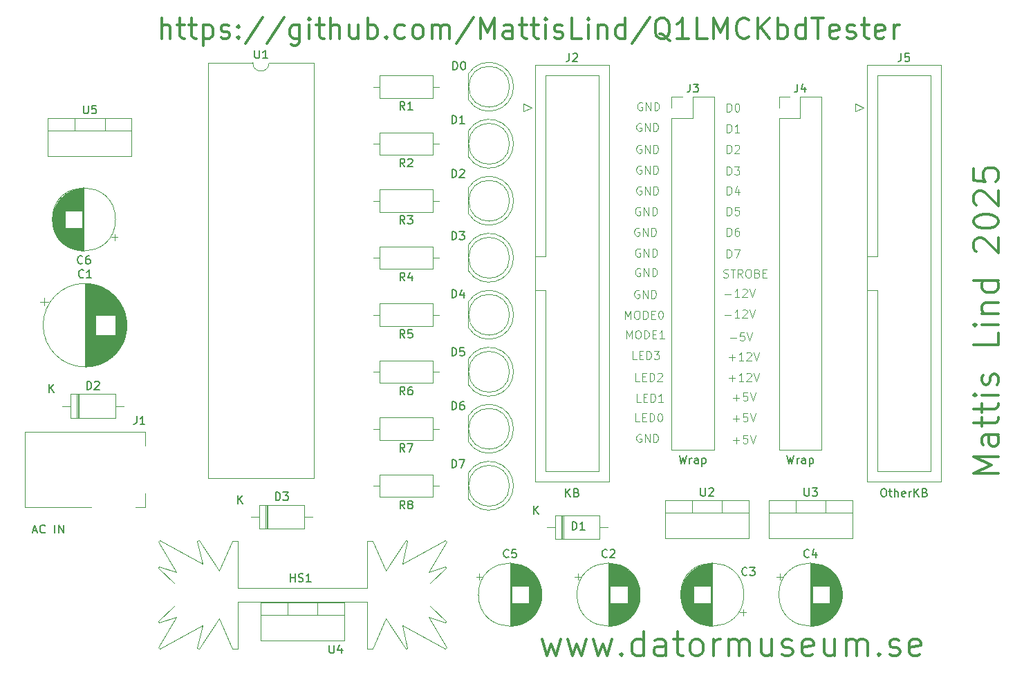
<source format=gbr>
%TF.GenerationSoftware,KiCad,Pcbnew,8.0.8*%
%TF.CreationDate,2025-02-17T18:47:31+01:00*%
%TF.ProjectId,Q1LMCKbdTester,51314c4d-434b-4626-9454-65737465722e,rev?*%
%TF.SameCoordinates,Original*%
%TF.FileFunction,Legend,Top*%
%TF.FilePolarity,Positive*%
%FSLAX46Y46*%
G04 Gerber Fmt 4.6, Leading zero omitted, Abs format (unit mm)*
G04 Created by KiCad (PCBNEW 8.0.8) date 2025-02-17 18:47:31*
%MOMM*%
%LPD*%
G01*
G04 APERTURE LIST*
%ADD10C,0.300000*%
%ADD11C,0.100000*%
%ADD12C,0.150000*%
%ADD13C,0.120000*%
G04 APERTURE END LIST*
D10*
X210945257Y-87988346D02*
X207945257Y-87988346D01*
X207945257Y-87988346D02*
X210088114Y-86988346D01*
X210088114Y-86988346D02*
X207945257Y-85988346D01*
X207945257Y-85988346D02*
X210945257Y-85988346D01*
X210945257Y-83274061D02*
X209373828Y-83274061D01*
X209373828Y-83274061D02*
X209088114Y-83416918D01*
X209088114Y-83416918D02*
X208945257Y-83702632D01*
X208945257Y-83702632D02*
X208945257Y-84274061D01*
X208945257Y-84274061D02*
X209088114Y-84559775D01*
X210802400Y-83274061D02*
X210945257Y-83559775D01*
X210945257Y-83559775D02*
X210945257Y-84274061D01*
X210945257Y-84274061D02*
X210802400Y-84559775D01*
X210802400Y-84559775D02*
X210516685Y-84702632D01*
X210516685Y-84702632D02*
X210230971Y-84702632D01*
X210230971Y-84702632D02*
X209945257Y-84559775D01*
X209945257Y-84559775D02*
X209802400Y-84274061D01*
X209802400Y-84274061D02*
X209802400Y-83559775D01*
X209802400Y-83559775D02*
X209659542Y-83274061D01*
X208945257Y-82274060D02*
X208945257Y-81131203D01*
X207945257Y-81845489D02*
X210516685Y-81845489D01*
X210516685Y-81845489D02*
X210802400Y-81702632D01*
X210802400Y-81702632D02*
X210945257Y-81416917D01*
X210945257Y-81416917D02*
X210945257Y-81131203D01*
X208945257Y-80559774D02*
X208945257Y-79416917D01*
X207945257Y-80131203D02*
X210516685Y-80131203D01*
X210516685Y-80131203D02*
X210802400Y-79988346D01*
X210802400Y-79988346D02*
X210945257Y-79702631D01*
X210945257Y-79702631D02*
X210945257Y-79416917D01*
X210945257Y-78416917D02*
X208945257Y-78416917D01*
X207945257Y-78416917D02*
X208088114Y-78559774D01*
X208088114Y-78559774D02*
X208230971Y-78416917D01*
X208230971Y-78416917D02*
X208088114Y-78274060D01*
X208088114Y-78274060D02*
X207945257Y-78416917D01*
X207945257Y-78416917D02*
X208230971Y-78416917D01*
X210802400Y-77131203D02*
X210945257Y-76845489D01*
X210945257Y-76845489D02*
X210945257Y-76274060D01*
X210945257Y-76274060D02*
X210802400Y-75988346D01*
X210802400Y-75988346D02*
X210516685Y-75845489D01*
X210516685Y-75845489D02*
X210373828Y-75845489D01*
X210373828Y-75845489D02*
X210088114Y-75988346D01*
X210088114Y-75988346D02*
X209945257Y-76274060D01*
X209945257Y-76274060D02*
X209945257Y-76702632D01*
X209945257Y-76702632D02*
X209802400Y-76988346D01*
X209802400Y-76988346D02*
X209516685Y-77131203D01*
X209516685Y-77131203D02*
X209373828Y-77131203D01*
X209373828Y-77131203D02*
X209088114Y-76988346D01*
X209088114Y-76988346D02*
X208945257Y-76702632D01*
X208945257Y-76702632D02*
X208945257Y-76274060D01*
X208945257Y-76274060D02*
X209088114Y-75988346D01*
X210945257Y-70845489D02*
X210945257Y-72274061D01*
X210945257Y-72274061D02*
X207945257Y-72274061D01*
X210945257Y-69845490D02*
X208945257Y-69845490D01*
X207945257Y-69845490D02*
X208088114Y-69988347D01*
X208088114Y-69988347D02*
X208230971Y-69845490D01*
X208230971Y-69845490D02*
X208088114Y-69702633D01*
X208088114Y-69702633D02*
X207945257Y-69845490D01*
X207945257Y-69845490D02*
X208230971Y-69845490D01*
X208945257Y-68416919D02*
X210945257Y-68416919D01*
X209230971Y-68416919D02*
X209088114Y-68274062D01*
X209088114Y-68274062D02*
X208945257Y-67988347D01*
X208945257Y-67988347D02*
X208945257Y-67559776D01*
X208945257Y-67559776D02*
X209088114Y-67274062D01*
X209088114Y-67274062D02*
X209373828Y-67131205D01*
X209373828Y-67131205D02*
X210945257Y-67131205D01*
X210945257Y-64416919D02*
X207945257Y-64416919D01*
X210802400Y-64416919D02*
X210945257Y-64702633D01*
X210945257Y-64702633D02*
X210945257Y-65274061D01*
X210945257Y-65274061D02*
X210802400Y-65559776D01*
X210802400Y-65559776D02*
X210659542Y-65702633D01*
X210659542Y-65702633D02*
X210373828Y-65845490D01*
X210373828Y-65845490D02*
X209516685Y-65845490D01*
X209516685Y-65845490D02*
X209230971Y-65702633D01*
X209230971Y-65702633D02*
X209088114Y-65559776D01*
X209088114Y-65559776D02*
X208945257Y-65274061D01*
X208945257Y-65274061D02*
X208945257Y-64702633D01*
X208945257Y-64702633D02*
X209088114Y-64416919D01*
X208230971Y-60845490D02*
X208088114Y-60702633D01*
X208088114Y-60702633D02*
X207945257Y-60416919D01*
X207945257Y-60416919D02*
X207945257Y-59702633D01*
X207945257Y-59702633D02*
X208088114Y-59416919D01*
X208088114Y-59416919D02*
X208230971Y-59274061D01*
X208230971Y-59274061D02*
X208516685Y-59131204D01*
X208516685Y-59131204D02*
X208802400Y-59131204D01*
X208802400Y-59131204D02*
X209230971Y-59274061D01*
X209230971Y-59274061D02*
X210945257Y-60988347D01*
X210945257Y-60988347D02*
X210945257Y-59131204D01*
X207945257Y-57274061D02*
X207945257Y-56988347D01*
X207945257Y-56988347D02*
X208088114Y-56702633D01*
X208088114Y-56702633D02*
X208230971Y-56559776D01*
X208230971Y-56559776D02*
X208516685Y-56416918D01*
X208516685Y-56416918D02*
X209088114Y-56274061D01*
X209088114Y-56274061D02*
X209802400Y-56274061D01*
X209802400Y-56274061D02*
X210373828Y-56416918D01*
X210373828Y-56416918D02*
X210659542Y-56559776D01*
X210659542Y-56559776D02*
X210802400Y-56702633D01*
X210802400Y-56702633D02*
X210945257Y-56988347D01*
X210945257Y-56988347D02*
X210945257Y-57274061D01*
X210945257Y-57274061D02*
X210802400Y-57559776D01*
X210802400Y-57559776D02*
X210659542Y-57702633D01*
X210659542Y-57702633D02*
X210373828Y-57845490D01*
X210373828Y-57845490D02*
X209802400Y-57988347D01*
X209802400Y-57988347D02*
X209088114Y-57988347D01*
X209088114Y-57988347D02*
X208516685Y-57845490D01*
X208516685Y-57845490D02*
X208230971Y-57702633D01*
X208230971Y-57702633D02*
X208088114Y-57559776D01*
X208088114Y-57559776D02*
X207945257Y-57274061D01*
X208230971Y-55131204D02*
X208088114Y-54988347D01*
X208088114Y-54988347D02*
X207945257Y-54702633D01*
X207945257Y-54702633D02*
X207945257Y-53988347D01*
X207945257Y-53988347D02*
X208088114Y-53702633D01*
X208088114Y-53702633D02*
X208230971Y-53559775D01*
X208230971Y-53559775D02*
X208516685Y-53416918D01*
X208516685Y-53416918D02*
X208802400Y-53416918D01*
X208802400Y-53416918D02*
X209230971Y-53559775D01*
X209230971Y-53559775D02*
X210945257Y-55274061D01*
X210945257Y-55274061D02*
X210945257Y-53416918D01*
X207945257Y-50702632D02*
X207945257Y-52131204D01*
X207945257Y-52131204D02*
X209373828Y-52274061D01*
X209373828Y-52274061D02*
X209230971Y-52131204D01*
X209230971Y-52131204D02*
X209088114Y-51845490D01*
X209088114Y-51845490D02*
X209088114Y-51131204D01*
X209088114Y-51131204D02*
X209230971Y-50845490D01*
X209230971Y-50845490D02*
X209373828Y-50702632D01*
X209373828Y-50702632D02*
X209659542Y-50559775D01*
X209659542Y-50559775D02*
X210373828Y-50559775D01*
X210373828Y-50559775D02*
X210659542Y-50702632D01*
X210659542Y-50702632D02*
X210802400Y-50845490D01*
X210802400Y-50845490D02*
X210945257Y-51131204D01*
X210945257Y-51131204D02*
X210945257Y-51845490D01*
X210945257Y-51845490D02*
X210802400Y-52131204D01*
X210802400Y-52131204D02*
X210659542Y-52274061D01*
X108488606Y-34730447D02*
X108488606Y-32230447D01*
X109560034Y-34730447D02*
X109560034Y-33420923D01*
X109560034Y-33420923D02*
X109440987Y-33182828D01*
X109440987Y-33182828D02*
X109202891Y-33063780D01*
X109202891Y-33063780D02*
X108845748Y-33063780D01*
X108845748Y-33063780D02*
X108607653Y-33182828D01*
X108607653Y-33182828D02*
X108488606Y-33301876D01*
X110393368Y-33063780D02*
X111345749Y-33063780D01*
X110750511Y-32230447D02*
X110750511Y-34373304D01*
X110750511Y-34373304D02*
X110869558Y-34611400D01*
X110869558Y-34611400D02*
X111107653Y-34730447D01*
X111107653Y-34730447D02*
X111345749Y-34730447D01*
X111821939Y-33063780D02*
X112774320Y-33063780D01*
X112179082Y-32230447D02*
X112179082Y-34373304D01*
X112179082Y-34373304D02*
X112298129Y-34611400D01*
X112298129Y-34611400D02*
X112536224Y-34730447D01*
X112536224Y-34730447D02*
X112774320Y-34730447D01*
X113607653Y-33063780D02*
X113607653Y-35563780D01*
X113607653Y-33182828D02*
X113845748Y-33063780D01*
X113845748Y-33063780D02*
X114321938Y-33063780D01*
X114321938Y-33063780D02*
X114560034Y-33182828D01*
X114560034Y-33182828D02*
X114679081Y-33301876D01*
X114679081Y-33301876D02*
X114798129Y-33539971D01*
X114798129Y-33539971D02*
X114798129Y-34254257D01*
X114798129Y-34254257D02*
X114679081Y-34492352D01*
X114679081Y-34492352D02*
X114560034Y-34611400D01*
X114560034Y-34611400D02*
X114321938Y-34730447D01*
X114321938Y-34730447D02*
X113845748Y-34730447D01*
X113845748Y-34730447D02*
X113607653Y-34611400D01*
X115750510Y-34611400D02*
X115988605Y-34730447D01*
X115988605Y-34730447D02*
X116464796Y-34730447D01*
X116464796Y-34730447D02*
X116702891Y-34611400D01*
X116702891Y-34611400D02*
X116821939Y-34373304D01*
X116821939Y-34373304D02*
X116821939Y-34254257D01*
X116821939Y-34254257D02*
X116702891Y-34016161D01*
X116702891Y-34016161D02*
X116464796Y-33897114D01*
X116464796Y-33897114D02*
X116107653Y-33897114D01*
X116107653Y-33897114D02*
X115869558Y-33778066D01*
X115869558Y-33778066D02*
X115750510Y-33539971D01*
X115750510Y-33539971D02*
X115750510Y-33420923D01*
X115750510Y-33420923D02*
X115869558Y-33182828D01*
X115869558Y-33182828D02*
X116107653Y-33063780D01*
X116107653Y-33063780D02*
X116464796Y-33063780D01*
X116464796Y-33063780D02*
X116702891Y-33182828D01*
X117893368Y-34492352D02*
X118012415Y-34611400D01*
X118012415Y-34611400D02*
X117893368Y-34730447D01*
X117893368Y-34730447D02*
X117774320Y-34611400D01*
X117774320Y-34611400D02*
X117893368Y-34492352D01*
X117893368Y-34492352D02*
X117893368Y-34730447D01*
X117893368Y-33182828D02*
X118012415Y-33301876D01*
X118012415Y-33301876D02*
X117893368Y-33420923D01*
X117893368Y-33420923D02*
X117774320Y-33301876D01*
X117774320Y-33301876D02*
X117893368Y-33182828D01*
X117893368Y-33182828D02*
X117893368Y-33420923D01*
X120869558Y-32111400D02*
X118726701Y-35325685D01*
X123488606Y-32111400D02*
X121345749Y-35325685D01*
X125393368Y-33063780D02*
X125393368Y-35087590D01*
X125393368Y-35087590D02*
X125274321Y-35325685D01*
X125274321Y-35325685D02*
X125155273Y-35444733D01*
X125155273Y-35444733D02*
X124917178Y-35563780D01*
X124917178Y-35563780D02*
X124560035Y-35563780D01*
X124560035Y-35563780D02*
X124321940Y-35444733D01*
X125393368Y-34611400D02*
X125155273Y-34730447D01*
X125155273Y-34730447D02*
X124679082Y-34730447D01*
X124679082Y-34730447D02*
X124440987Y-34611400D01*
X124440987Y-34611400D02*
X124321940Y-34492352D01*
X124321940Y-34492352D02*
X124202892Y-34254257D01*
X124202892Y-34254257D02*
X124202892Y-33539971D01*
X124202892Y-33539971D02*
X124321940Y-33301876D01*
X124321940Y-33301876D02*
X124440987Y-33182828D01*
X124440987Y-33182828D02*
X124679082Y-33063780D01*
X124679082Y-33063780D02*
X125155273Y-33063780D01*
X125155273Y-33063780D02*
X125393368Y-33182828D01*
X126583845Y-34730447D02*
X126583845Y-33063780D01*
X126583845Y-32230447D02*
X126464797Y-32349495D01*
X126464797Y-32349495D02*
X126583845Y-32468542D01*
X126583845Y-32468542D02*
X126702892Y-32349495D01*
X126702892Y-32349495D02*
X126583845Y-32230447D01*
X126583845Y-32230447D02*
X126583845Y-32468542D01*
X127417178Y-33063780D02*
X128369559Y-33063780D01*
X127774321Y-32230447D02*
X127774321Y-34373304D01*
X127774321Y-34373304D02*
X127893368Y-34611400D01*
X127893368Y-34611400D02*
X128131463Y-34730447D01*
X128131463Y-34730447D02*
X128369559Y-34730447D01*
X129202892Y-34730447D02*
X129202892Y-32230447D01*
X130274320Y-34730447D02*
X130274320Y-33420923D01*
X130274320Y-33420923D02*
X130155273Y-33182828D01*
X130155273Y-33182828D02*
X129917177Y-33063780D01*
X129917177Y-33063780D02*
X129560034Y-33063780D01*
X129560034Y-33063780D02*
X129321939Y-33182828D01*
X129321939Y-33182828D02*
X129202892Y-33301876D01*
X132536225Y-33063780D02*
X132536225Y-34730447D01*
X131464797Y-33063780D02*
X131464797Y-34373304D01*
X131464797Y-34373304D02*
X131583844Y-34611400D01*
X131583844Y-34611400D02*
X131821939Y-34730447D01*
X131821939Y-34730447D02*
X132179082Y-34730447D01*
X132179082Y-34730447D02*
X132417178Y-34611400D01*
X132417178Y-34611400D02*
X132536225Y-34492352D01*
X133726702Y-34730447D02*
X133726702Y-32230447D01*
X133726702Y-33182828D02*
X133964797Y-33063780D01*
X133964797Y-33063780D02*
X134440987Y-33063780D01*
X134440987Y-33063780D02*
X134679083Y-33182828D01*
X134679083Y-33182828D02*
X134798130Y-33301876D01*
X134798130Y-33301876D02*
X134917178Y-33539971D01*
X134917178Y-33539971D02*
X134917178Y-34254257D01*
X134917178Y-34254257D02*
X134798130Y-34492352D01*
X134798130Y-34492352D02*
X134679083Y-34611400D01*
X134679083Y-34611400D02*
X134440987Y-34730447D01*
X134440987Y-34730447D02*
X133964797Y-34730447D01*
X133964797Y-34730447D02*
X133726702Y-34611400D01*
X135988607Y-34492352D02*
X136107654Y-34611400D01*
X136107654Y-34611400D02*
X135988607Y-34730447D01*
X135988607Y-34730447D02*
X135869559Y-34611400D01*
X135869559Y-34611400D02*
X135988607Y-34492352D01*
X135988607Y-34492352D02*
X135988607Y-34730447D01*
X138250511Y-34611400D02*
X138012416Y-34730447D01*
X138012416Y-34730447D02*
X137536225Y-34730447D01*
X137536225Y-34730447D02*
X137298130Y-34611400D01*
X137298130Y-34611400D02*
X137179083Y-34492352D01*
X137179083Y-34492352D02*
X137060035Y-34254257D01*
X137060035Y-34254257D02*
X137060035Y-33539971D01*
X137060035Y-33539971D02*
X137179083Y-33301876D01*
X137179083Y-33301876D02*
X137298130Y-33182828D01*
X137298130Y-33182828D02*
X137536225Y-33063780D01*
X137536225Y-33063780D02*
X138012416Y-33063780D01*
X138012416Y-33063780D02*
X138250511Y-33182828D01*
X139679082Y-34730447D02*
X139440987Y-34611400D01*
X139440987Y-34611400D02*
X139321940Y-34492352D01*
X139321940Y-34492352D02*
X139202892Y-34254257D01*
X139202892Y-34254257D02*
X139202892Y-33539971D01*
X139202892Y-33539971D02*
X139321940Y-33301876D01*
X139321940Y-33301876D02*
X139440987Y-33182828D01*
X139440987Y-33182828D02*
X139679082Y-33063780D01*
X139679082Y-33063780D02*
X140036225Y-33063780D01*
X140036225Y-33063780D02*
X140274321Y-33182828D01*
X140274321Y-33182828D02*
X140393368Y-33301876D01*
X140393368Y-33301876D02*
X140512416Y-33539971D01*
X140512416Y-33539971D02*
X140512416Y-34254257D01*
X140512416Y-34254257D02*
X140393368Y-34492352D01*
X140393368Y-34492352D02*
X140274321Y-34611400D01*
X140274321Y-34611400D02*
X140036225Y-34730447D01*
X140036225Y-34730447D02*
X139679082Y-34730447D01*
X141583845Y-34730447D02*
X141583845Y-33063780D01*
X141583845Y-33301876D02*
X141702892Y-33182828D01*
X141702892Y-33182828D02*
X141940987Y-33063780D01*
X141940987Y-33063780D02*
X142298130Y-33063780D01*
X142298130Y-33063780D02*
X142536226Y-33182828D01*
X142536226Y-33182828D02*
X142655273Y-33420923D01*
X142655273Y-33420923D02*
X142655273Y-34730447D01*
X142655273Y-33420923D02*
X142774321Y-33182828D01*
X142774321Y-33182828D02*
X143012416Y-33063780D01*
X143012416Y-33063780D02*
X143369559Y-33063780D01*
X143369559Y-33063780D02*
X143607654Y-33182828D01*
X143607654Y-33182828D02*
X143726702Y-33420923D01*
X143726702Y-33420923D02*
X143726702Y-34730447D01*
X146702892Y-32111400D02*
X144560035Y-35325685D01*
X147536226Y-34730447D02*
X147536226Y-32230447D01*
X147536226Y-32230447D02*
X148369559Y-34016161D01*
X148369559Y-34016161D02*
X149202892Y-32230447D01*
X149202892Y-32230447D02*
X149202892Y-34730447D01*
X151464797Y-34730447D02*
X151464797Y-33420923D01*
X151464797Y-33420923D02*
X151345750Y-33182828D01*
X151345750Y-33182828D02*
X151107654Y-33063780D01*
X151107654Y-33063780D02*
X150631464Y-33063780D01*
X150631464Y-33063780D02*
X150393369Y-33182828D01*
X151464797Y-34611400D02*
X151226702Y-34730447D01*
X151226702Y-34730447D02*
X150631464Y-34730447D01*
X150631464Y-34730447D02*
X150393369Y-34611400D01*
X150393369Y-34611400D02*
X150274321Y-34373304D01*
X150274321Y-34373304D02*
X150274321Y-34135209D01*
X150274321Y-34135209D02*
X150393369Y-33897114D01*
X150393369Y-33897114D02*
X150631464Y-33778066D01*
X150631464Y-33778066D02*
X151226702Y-33778066D01*
X151226702Y-33778066D02*
X151464797Y-33659019D01*
X152298131Y-33063780D02*
X153250512Y-33063780D01*
X152655274Y-32230447D02*
X152655274Y-34373304D01*
X152655274Y-34373304D02*
X152774321Y-34611400D01*
X152774321Y-34611400D02*
X153012416Y-34730447D01*
X153012416Y-34730447D02*
X153250512Y-34730447D01*
X153726702Y-33063780D02*
X154679083Y-33063780D01*
X154083845Y-32230447D02*
X154083845Y-34373304D01*
X154083845Y-34373304D02*
X154202892Y-34611400D01*
X154202892Y-34611400D02*
X154440987Y-34730447D01*
X154440987Y-34730447D02*
X154679083Y-34730447D01*
X155512416Y-34730447D02*
X155512416Y-33063780D01*
X155512416Y-32230447D02*
X155393368Y-32349495D01*
X155393368Y-32349495D02*
X155512416Y-32468542D01*
X155512416Y-32468542D02*
X155631463Y-32349495D01*
X155631463Y-32349495D02*
X155512416Y-32230447D01*
X155512416Y-32230447D02*
X155512416Y-32468542D01*
X156583844Y-34611400D02*
X156821939Y-34730447D01*
X156821939Y-34730447D02*
X157298130Y-34730447D01*
X157298130Y-34730447D02*
X157536225Y-34611400D01*
X157536225Y-34611400D02*
X157655273Y-34373304D01*
X157655273Y-34373304D02*
X157655273Y-34254257D01*
X157655273Y-34254257D02*
X157536225Y-34016161D01*
X157536225Y-34016161D02*
X157298130Y-33897114D01*
X157298130Y-33897114D02*
X156940987Y-33897114D01*
X156940987Y-33897114D02*
X156702892Y-33778066D01*
X156702892Y-33778066D02*
X156583844Y-33539971D01*
X156583844Y-33539971D02*
X156583844Y-33420923D01*
X156583844Y-33420923D02*
X156702892Y-33182828D01*
X156702892Y-33182828D02*
X156940987Y-33063780D01*
X156940987Y-33063780D02*
X157298130Y-33063780D01*
X157298130Y-33063780D02*
X157536225Y-33182828D01*
X159917178Y-34730447D02*
X158726702Y-34730447D01*
X158726702Y-34730447D02*
X158726702Y-32230447D01*
X160750512Y-34730447D02*
X160750512Y-33063780D01*
X160750512Y-32230447D02*
X160631464Y-32349495D01*
X160631464Y-32349495D02*
X160750512Y-32468542D01*
X160750512Y-32468542D02*
X160869559Y-32349495D01*
X160869559Y-32349495D02*
X160750512Y-32230447D01*
X160750512Y-32230447D02*
X160750512Y-32468542D01*
X161940988Y-33063780D02*
X161940988Y-34730447D01*
X161940988Y-33301876D02*
X162060035Y-33182828D01*
X162060035Y-33182828D02*
X162298130Y-33063780D01*
X162298130Y-33063780D02*
X162655273Y-33063780D01*
X162655273Y-33063780D02*
X162893369Y-33182828D01*
X162893369Y-33182828D02*
X163012416Y-33420923D01*
X163012416Y-33420923D02*
X163012416Y-34730447D01*
X165274321Y-34730447D02*
X165274321Y-32230447D01*
X165274321Y-34611400D02*
X165036226Y-34730447D01*
X165036226Y-34730447D02*
X164560035Y-34730447D01*
X164560035Y-34730447D02*
X164321940Y-34611400D01*
X164321940Y-34611400D02*
X164202893Y-34492352D01*
X164202893Y-34492352D02*
X164083845Y-34254257D01*
X164083845Y-34254257D02*
X164083845Y-33539971D01*
X164083845Y-33539971D02*
X164202893Y-33301876D01*
X164202893Y-33301876D02*
X164321940Y-33182828D01*
X164321940Y-33182828D02*
X164560035Y-33063780D01*
X164560035Y-33063780D02*
X165036226Y-33063780D01*
X165036226Y-33063780D02*
X165274321Y-33182828D01*
X168250512Y-32111400D02*
X166107655Y-35325685D01*
X170750512Y-34968542D02*
X170512417Y-34849495D01*
X170512417Y-34849495D02*
X170274322Y-34611400D01*
X170274322Y-34611400D02*
X169917179Y-34254257D01*
X169917179Y-34254257D02*
X169679084Y-34135209D01*
X169679084Y-34135209D02*
X169440988Y-34135209D01*
X169560036Y-34730447D02*
X169321941Y-34611400D01*
X169321941Y-34611400D02*
X169083846Y-34373304D01*
X169083846Y-34373304D02*
X168964798Y-33897114D01*
X168964798Y-33897114D02*
X168964798Y-33063780D01*
X168964798Y-33063780D02*
X169083846Y-32587590D01*
X169083846Y-32587590D02*
X169321941Y-32349495D01*
X169321941Y-32349495D02*
X169560036Y-32230447D01*
X169560036Y-32230447D02*
X170036227Y-32230447D01*
X170036227Y-32230447D02*
X170274322Y-32349495D01*
X170274322Y-32349495D02*
X170512417Y-32587590D01*
X170512417Y-32587590D02*
X170631465Y-33063780D01*
X170631465Y-33063780D02*
X170631465Y-33897114D01*
X170631465Y-33897114D02*
X170512417Y-34373304D01*
X170512417Y-34373304D02*
X170274322Y-34611400D01*
X170274322Y-34611400D02*
X170036227Y-34730447D01*
X170036227Y-34730447D02*
X169560036Y-34730447D01*
X173012417Y-34730447D02*
X171583846Y-34730447D01*
X172298132Y-34730447D02*
X172298132Y-32230447D01*
X172298132Y-32230447D02*
X172060036Y-32587590D01*
X172060036Y-32587590D02*
X171821941Y-32825685D01*
X171821941Y-32825685D02*
X171583846Y-32944733D01*
X175274322Y-34730447D02*
X174083846Y-34730447D01*
X174083846Y-34730447D02*
X174083846Y-32230447D01*
X176107656Y-34730447D02*
X176107656Y-32230447D01*
X176107656Y-32230447D02*
X176940989Y-34016161D01*
X176940989Y-34016161D02*
X177774322Y-32230447D01*
X177774322Y-32230447D02*
X177774322Y-34730447D01*
X180393370Y-34492352D02*
X180274322Y-34611400D01*
X180274322Y-34611400D02*
X179917180Y-34730447D01*
X179917180Y-34730447D02*
X179679084Y-34730447D01*
X179679084Y-34730447D02*
X179321941Y-34611400D01*
X179321941Y-34611400D02*
X179083846Y-34373304D01*
X179083846Y-34373304D02*
X178964799Y-34135209D01*
X178964799Y-34135209D02*
X178845751Y-33659019D01*
X178845751Y-33659019D02*
X178845751Y-33301876D01*
X178845751Y-33301876D02*
X178964799Y-32825685D01*
X178964799Y-32825685D02*
X179083846Y-32587590D01*
X179083846Y-32587590D02*
X179321941Y-32349495D01*
X179321941Y-32349495D02*
X179679084Y-32230447D01*
X179679084Y-32230447D02*
X179917180Y-32230447D01*
X179917180Y-32230447D02*
X180274322Y-32349495D01*
X180274322Y-32349495D02*
X180393370Y-32468542D01*
X181464799Y-34730447D02*
X181464799Y-32230447D01*
X182893370Y-34730447D02*
X181821941Y-33301876D01*
X182893370Y-32230447D02*
X181464799Y-33659019D01*
X183964799Y-34730447D02*
X183964799Y-32230447D01*
X183964799Y-33182828D02*
X184202894Y-33063780D01*
X184202894Y-33063780D02*
X184679084Y-33063780D01*
X184679084Y-33063780D02*
X184917180Y-33182828D01*
X184917180Y-33182828D02*
X185036227Y-33301876D01*
X185036227Y-33301876D02*
X185155275Y-33539971D01*
X185155275Y-33539971D02*
X185155275Y-34254257D01*
X185155275Y-34254257D02*
X185036227Y-34492352D01*
X185036227Y-34492352D02*
X184917180Y-34611400D01*
X184917180Y-34611400D02*
X184679084Y-34730447D01*
X184679084Y-34730447D02*
X184202894Y-34730447D01*
X184202894Y-34730447D02*
X183964799Y-34611400D01*
X187298132Y-34730447D02*
X187298132Y-32230447D01*
X187298132Y-34611400D02*
X187060037Y-34730447D01*
X187060037Y-34730447D02*
X186583846Y-34730447D01*
X186583846Y-34730447D02*
X186345751Y-34611400D01*
X186345751Y-34611400D02*
X186226704Y-34492352D01*
X186226704Y-34492352D02*
X186107656Y-34254257D01*
X186107656Y-34254257D02*
X186107656Y-33539971D01*
X186107656Y-33539971D02*
X186226704Y-33301876D01*
X186226704Y-33301876D02*
X186345751Y-33182828D01*
X186345751Y-33182828D02*
X186583846Y-33063780D01*
X186583846Y-33063780D02*
X187060037Y-33063780D01*
X187060037Y-33063780D02*
X187298132Y-33182828D01*
X188131466Y-32230447D02*
X189560037Y-32230447D01*
X188845751Y-34730447D02*
X188845751Y-32230447D01*
X191345752Y-34611400D02*
X191107656Y-34730447D01*
X191107656Y-34730447D02*
X190631466Y-34730447D01*
X190631466Y-34730447D02*
X190393371Y-34611400D01*
X190393371Y-34611400D02*
X190274323Y-34373304D01*
X190274323Y-34373304D02*
X190274323Y-33420923D01*
X190274323Y-33420923D02*
X190393371Y-33182828D01*
X190393371Y-33182828D02*
X190631466Y-33063780D01*
X190631466Y-33063780D02*
X191107656Y-33063780D01*
X191107656Y-33063780D02*
X191345752Y-33182828D01*
X191345752Y-33182828D02*
X191464799Y-33420923D01*
X191464799Y-33420923D02*
X191464799Y-33659019D01*
X191464799Y-33659019D02*
X190274323Y-33897114D01*
X192417180Y-34611400D02*
X192655275Y-34730447D01*
X192655275Y-34730447D02*
X193131466Y-34730447D01*
X193131466Y-34730447D02*
X193369561Y-34611400D01*
X193369561Y-34611400D02*
X193488609Y-34373304D01*
X193488609Y-34373304D02*
X193488609Y-34254257D01*
X193488609Y-34254257D02*
X193369561Y-34016161D01*
X193369561Y-34016161D02*
X193131466Y-33897114D01*
X193131466Y-33897114D02*
X192774323Y-33897114D01*
X192774323Y-33897114D02*
X192536228Y-33778066D01*
X192536228Y-33778066D02*
X192417180Y-33539971D01*
X192417180Y-33539971D02*
X192417180Y-33420923D01*
X192417180Y-33420923D02*
X192536228Y-33182828D01*
X192536228Y-33182828D02*
X192774323Y-33063780D01*
X192774323Y-33063780D02*
X193131466Y-33063780D01*
X193131466Y-33063780D02*
X193369561Y-33182828D01*
X194202895Y-33063780D02*
X195155276Y-33063780D01*
X194560038Y-32230447D02*
X194560038Y-34373304D01*
X194560038Y-34373304D02*
X194679085Y-34611400D01*
X194679085Y-34611400D02*
X194917180Y-34730447D01*
X194917180Y-34730447D02*
X195155276Y-34730447D01*
X196940990Y-34611400D02*
X196702894Y-34730447D01*
X196702894Y-34730447D02*
X196226704Y-34730447D01*
X196226704Y-34730447D02*
X195988609Y-34611400D01*
X195988609Y-34611400D02*
X195869561Y-34373304D01*
X195869561Y-34373304D02*
X195869561Y-33420923D01*
X195869561Y-33420923D02*
X195988609Y-33182828D01*
X195988609Y-33182828D02*
X196226704Y-33063780D01*
X196226704Y-33063780D02*
X196702894Y-33063780D01*
X196702894Y-33063780D02*
X196940990Y-33182828D01*
X196940990Y-33182828D02*
X197060037Y-33420923D01*
X197060037Y-33420923D02*
X197060037Y-33659019D01*
X197060037Y-33659019D02*
X195869561Y-33897114D01*
X198131466Y-34730447D02*
X198131466Y-33063780D01*
X198131466Y-33539971D02*
X198250513Y-33301876D01*
X198250513Y-33301876D02*
X198369561Y-33182828D01*
X198369561Y-33182828D02*
X198607656Y-33063780D01*
X198607656Y-33063780D02*
X198845751Y-33063780D01*
X155057939Y-108361257D02*
X155629368Y-110361257D01*
X155629368Y-110361257D02*
X156200796Y-108932685D01*
X156200796Y-108932685D02*
X156772225Y-110361257D01*
X156772225Y-110361257D02*
X157343653Y-108361257D01*
X158200796Y-108361257D02*
X158772225Y-110361257D01*
X158772225Y-110361257D02*
X159343653Y-108932685D01*
X159343653Y-108932685D02*
X159915082Y-110361257D01*
X159915082Y-110361257D02*
X160486510Y-108361257D01*
X161343653Y-108361257D02*
X161915082Y-110361257D01*
X161915082Y-110361257D02*
X162486510Y-108932685D01*
X162486510Y-108932685D02*
X163057939Y-110361257D01*
X163057939Y-110361257D02*
X163629367Y-108361257D01*
X164772224Y-110075542D02*
X164915081Y-110218400D01*
X164915081Y-110218400D02*
X164772224Y-110361257D01*
X164772224Y-110361257D02*
X164629367Y-110218400D01*
X164629367Y-110218400D02*
X164772224Y-110075542D01*
X164772224Y-110075542D02*
X164772224Y-110361257D01*
X167486510Y-110361257D02*
X167486510Y-107361257D01*
X167486510Y-110218400D02*
X167200795Y-110361257D01*
X167200795Y-110361257D02*
X166629367Y-110361257D01*
X166629367Y-110361257D02*
X166343652Y-110218400D01*
X166343652Y-110218400D02*
X166200795Y-110075542D01*
X166200795Y-110075542D02*
X166057938Y-109789828D01*
X166057938Y-109789828D02*
X166057938Y-108932685D01*
X166057938Y-108932685D02*
X166200795Y-108646971D01*
X166200795Y-108646971D02*
X166343652Y-108504114D01*
X166343652Y-108504114D02*
X166629367Y-108361257D01*
X166629367Y-108361257D02*
X167200795Y-108361257D01*
X167200795Y-108361257D02*
X167486510Y-108504114D01*
X170200796Y-110361257D02*
X170200796Y-108789828D01*
X170200796Y-108789828D02*
X170057938Y-108504114D01*
X170057938Y-108504114D02*
X169772224Y-108361257D01*
X169772224Y-108361257D02*
X169200796Y-108361257D01*
X169200796Y-108361257D02*
X168915081Y-108504114D01*
X170200796Y-110218400D02*
X169915081Y-110361257D01*
X169915081Y-110361257D02*
X169200796Y-110361257D01*
X169200796Y-110361257D02*
X168915081Y-110218400D01*
X168915081Y-110218400D02*
X168772224Y-109932685D01*
X168772224Y-109932685D02*
X168772224Y-109646971D01*
X168772224Y-109646971D02*
X168915081Y-109361257D01*
X168915081Y-109361257D02*
X169200796Y-109218400D01*
X169200796Y-109218400D02*
X169915081Y-109218400D01*
X169915081Y-109218400D02*
X170200796Y-109075542D01*
X171200796Y-108361257D02*
X172343653Y-108361257D01*
X171629367Y-107361257D02*
X171629367Y-109932685D01*
X171629367Y-109932685D02*
X171772224Y-110218400D01*
X171772224Y-110218400D02*
X172057939Y-110361257D01*
X172057939Y-110361257D02*
X172343653Y-110361257D01*
X173772225Y-110361257D02*
X173486510Y-110218400D01*
X173486510Y-110218400D02*
X173343653Y-110075542D01*
X173343653Y-110075542D02*
X173200796Y-109789828D01*
X173200796Y-109789828D02*
X173200796Y-108932685D01*
X173200796Y-108932685D02*
X173343653Y-108646971D01*
X173343653Y-108646971D02*
X173486510Y-108504114D01*
X173486510Y-108504114D02*
X173772225Y-108361257D01*
X173772225Y-108361257D02*
X174200796Y-108361257D01*
X174200796Y-108361257D02*
X174486510Y-108504114D01*
X174486510Y-108504114D02*
X174629368Y-108646971D01*
X174629368Y-108646971D02*
X174772225Y-108932685D01*
X174772225Y-108932685D02*
X174772225Y-109789828D01*
X174772225Y-109789828D02*
X174629368Y-110075542D01*
X174629368Y-110075542D02*
X174486510Y-110218400D01*
X174486510Y-110218400D02*
X174200796Y-110361257D01*
X174200796Y-110361257D02*
X173772225Y-110361257D01*
X176057939Y-110361257D02*
X176057939Y-108361257D01*
X176057939Y-108932685D02*
X176200796Y-108646971D01*
X176200796Y-108646971D02*
X176343654Y-108504114D01*
X176343654Y-108504114D02*
X176629368Y-108361257D01*
X176629368Y-108361257D02*
X176915082Y-108361257D01*
X177915082Y-110361257D02*
X177915082Y-108361257D01*
X177915082Y-108646971D02*
X178057939Y-108504114D01*
X178057939Y-108504114D02*
X178343654Y-108361257D01*
X178343654Y-108361257D02*
X178772225Y-108361257D01*
X178772225Y-108361257D02*
X179057939Y-108504114D01*
X179057939Y-108504114D02*
X179200797Y-108789828D01*
X179200797Y-108789828D02*
X179200797Y-110361257D01*
X179200797Y-108789828D02*
X179343654Y-108504114D01*
X179343654Y-108504114D02*
X179629368Y-108361257D01*
X179629368Y-108361257D02*
X180057939Y-108361257D01*
X180057939Y-108361257D02*
X180343654Y-108504114D01*
X180343654Y-108504114D02*
X180486511Y-108789828D01*
X180486511Y-108789828D02*
X180486511Y-110361257D01*
X183200797Y-108361257D02*
X183200797Y-110361257D01*
X181915082Y-108361257D02*
X181915082Y-109932685D01*
X181915082Y-109932685D02*
X182057939Y-110218400D01*
X182057939Y-110218400D02*
X182343654Y-110361257D01*
X182343654Y-110361257D02*
X182772225Y-110361257D01*
X182772225Y-110361257D02*
X183057939Y-110218400D01*
X183057939Y-110218400D02*
X183200797Y-110075542D01*
X184486511Y-110218400D02*
X184772225Y-110361257D01*
X184772225Y-110361257D02*
X185343654Y-110361257D01*
X185343654Y-110361257D02*
X185629368Y-110218400D01*
X185629368Y-110218400D02*
X185772225Y-109932685D01*
X185772225Y-109932685D02*
X185772225Y-109789828D01*
X185772225Y-109789828D02*
X185629368Y-109504114D01*
X185629368Y-109504114D02*
X185343654Y-109361257D01*
X185343654Y-109361257D02*
X184915083Y-109361257D01*
X184915083Y-109361257D02*
X184629368Y-109218400D01*
X184629368Y-109218400D02*
X184486511Y-108932685D01*
X184486511Y-108932685D02*
X184486511Y-108789828D01*
X184486511Y-108789828D02*
X184629368Y-108504114D01*
X184629368Y-108504114D02*
X184915083Y-108361257D01*
X184915083Y-108361257D02*
X185343654Y-108361257D01*
X185343654Y-108361257D02*
X185629368Y-108504114D01*
X188200796Y-110218400D02*
X187915082Y-110361257D01*
X187915082Y-110361257D02*
X187343654Y-110361257D01*
X187343654Y-110361257D02*
X187057939Y-110218400D01*
X187057939Y-110218400D02*
X186915082Y-109932685D01*
X186915082Y-109932685D02*
X186915082Y-108789828D01*
X186915082Y-108789828D02*
X187057939Y-108504114D01*
X187057939Y-108504114D02*
X187343654Y-108361257D01*
X187343654Y-108361257D02*
X187915082Y-108361257D01*
X187915082Y-108361257D02*
X188200796Y-108504114D01*
X188200796Y-108504114D02*
X188343654Y-108789828D01*
X188343654Y-108789828D02*
X188343654Y-109075542D01*
X188343654Y-109075542D02*
X186915082Y-109361257D01*
X190915083Y-108361257D02*
X190915083Y-110361257D01*
X189629368Y-108361257D02*
X189629368Y-109932685D01*
X189629368Y-109932685D02*
X189772225Y-110218400D01*
X189772225Y-110218400D02*
X190057940Y-110361257D01*
X190057940Y-110361257D02*
X190486511Y-110361257D01*
X190486511Y-110361257D02*
X190772225Y-110218400D01*
X190772225Y-110218400D02*
X190915083Y-110075542D01*
X192343654Y-110361257D02*
X192343654Y-108361257D01*
X192343654Y-108646971D02*
X192486511Y-108504114D01*
X192486511Y-108504114D02*
X192772226Y-108361257D01*
X192772226Y-108361257D02*
X193200797Y-108361257D01*
X193200797Y-108361257D02*
X193486511Y-108504114D01*
X193486511Y-108504114D02*
X193629369Y-108789828D01*
X193629369Y-108789828D02*
X193629369Y-110361257D01*
X193629369Y-108789828D02*
X193772226Y-108504114D01*
X193772226Y-108504114D02*
X194057940Y-108361257D01*
X194057940Y-108361257D02*
X194486511Y-108361257D01*
X194486511Y-108361257D02*
X194772226Y-108504114D01*
X194772226Y-108504114D02*
X194915083Y-108789828D01*
X194915083Y-108789828D02*
X194915083Y-110361257D01*
X196343654Y-110075542D02*
X196486511Y-110218400D01*
X196486511Y-110218400D02*
X196343654Y-110361257D01*
X196343654Y-110361257D02*
X196200797Y-110218400D01*
X196200797Y-110218400D02*
X196343654Y-110075542D01*
X196343654Y-110075542D02*
X196343654Y-110361257D01*
X197629368Y-110218400D02*
X197915082Y-110361257D01*
X197915082Y-110361257D02*
X198486511Y-110361257D01*
X198486511Y-110361257D02*
X198772225Y-110218400D01*
X198772225Y-110218400D02*
X198915082Y-109932685D01*
X198915082Y-109932685D02*
X198915082Y-109789828D01*
X198915082Y-109789828D02*
X198772225Y-109504114D01*
X198772225Y-109504114D02*
X198486511Y-109361257D01*
X198486511Y-109361257D02*
X198057940Y-109361257D01*
X198057940Y-109361257D02*
X197772225Y-109218400D01*
X197772225Y-109218400D02*
X197629368Y-108932685D01*
X197629368Y-108932685D02*
X197629368Y-108789828D01*
X197629368Y-108789828D02*
X197772225Y-108504114D01*
X197772225Y-108504114D02*
X198057940Y-108361257D01*
X198057940Y-108361257D02*
X198486511Y-108361257D01*
X198486511Y-108361257D02*
X198772225Y-108504114D01*
X201343653Y-110218400D02*
X201057939Y-110361257D01*
X201057939Y-110361257D02*
X200486511Y-110361257D01*
X200486511Y-110361257D02*
X200200796Y-110218400D01*
X200200796Y-110218400D02*
X200057939Y-109932685D01*
X200057939Y-109932685D02*
X200057939Y-108789828D01*
X200057939Y-108789828D02*
X200200796Y-108504114D01*
X200200796Y-108504114D02*
X200486511Y-108361257D01*
X200486511Y-108361257D02*
X201057939Y-108361257D01*
X201057939Y-108361257D02*
X201343653Y-108504114D01*
X201343653Y-108504114D02*
X201486511Y-108789828D01*
X201486511Y-108789828D02*
X201486511Y-109075542D01*
X201486511Y-109075542D02*
X200057939Y-109361257D01*
D11*
X178484884Y-83946466D02*
X179246789Y-83946466D01*
X178865836Y-84327419D02*
X178865836Y-83565514D01*
X180199169Y-83327419D02*
X179722979Y-83327419D01*
X179722979Y-83327419D02*
X179675360Y-83803609D01*
X179675360Y-83803609D02*
X179722979Y-83755990D01*
X179722979Y-83755990D02*
X179818217Y-83708371D01*
X179818217Y-83708371D02*
X180056312Y-83708371D01*
X180056312Y-83708371D02*
X180151550Y-83755990D01*
X180151550Y-83755990D02*
X180199169Y-83803609D01*
X180199169Y-83803609D02*
X180246788Y-83898847D01*
X180246788Y-83898847D02*
X180246788Y-84136942D01*
X180246788Y-84136942D02*
X180199169Y-84232180D01*
X180199169Y-84232180D02*
X180151550Y-84279800D01*
X180151550Y-84279800D02*
X180056312Y-84327419D01*
X180056312Y-84327419D02*
X179818217Y-84327419D01*
X179818217Y-84327419D02*
X179722979Y-84279800D01*
X179722979Y-84279800D02*
X179675360Y-84232180D01*
X180532503Y-83327419D02*
X180865836Y-84327419D01*
X180865836Y-84327419D02*
X181199169Y-83327419D01*
X178484884Y-81279466D02*
X179246789Y-81279466D01*
X178865836Y-81660419D02*
X178865836Y-80898514D01*
X180199169Y-80660419D02*
X179722979Y-80660419D01*
X179722979Y-80660419D02*
X179675360Y-81136609D01*
X179675360Y-81136609D02*
X179722979Y-81088990D01*
X179722979Y-81088990D02*
X179818217Y-81041371D01*
X179818217Y-81041371D02*
X180056312Y-81041371D01*
X180056312Y-81041371D02*
X180151550Y-81088990D01*
X180151550Y-81088990D02*
X180199169Y-81136609D01*
X180199169Y-81136609D02*
X180246788Y-81231847D01*
X180246788Y-81231847D02*
X180246788Y-81469942D01*
X180246788Y-81469942D02*
X180199169Y-81565180D01*
X180199169Y-81565180D02*
X180151550Y-81612800D01*
X180151550Y-81612800D02*
X180056312Y-81660419D01*
X180056312Y-81660419D02*
X179818217Y-81660419D01*
X179818217Y-81660419D02*
X179722979Y-81612800D01*
X179722979Y-81612800D02*
X179675360Y-81565180D01*
X180532503Y-80660419D02*
X180865836Y-81660419D01*
X180865836Y-81660419D02*
X181199169Y-80660419D01*
X178484884Y-78739466D02*
X179246789Y-78739466D01*
X178865836Y-79120419D02*
X178865836Y-78358514D01*
X180199169Y-78120419D02*
X179722979Y-78120419D01*
X179722979Y-78120419D02*
X179675360Y-78596609D01*
X179675360Y-78596609D02*
X179722979Y-78548990D01*
X179722979Y-78548990D02*
X179818217Y-78501371D01*
X179818217Y-78501371D02*
X180056312Y-78501371D01*
X180056312Y-78501371D02*
X180151550Y-78548990D01*
X180151550Y-78548990D02*
X180199169Y-78596609D01*
X180199169Y-78596609D02*
X180246788Y-78691847D01*
X180246788Y-78691847D02*
X180246788Y-78929942D01*
X180246788Y-78929942D02*
X180199169Y-79025180D01*
X180199169Y-79025180D02*
X180151550Y-79072800D01*
X180151550Y-79072800D02*
X180056312Y-79120419D01*
X180056312Y-79120419D02*
X179818217Y-79120419D01*
X179818217Y-79120419D02*
X179722979Y-79072800D01*
X179722979Y-79072800D02*
X179675360Y-79025180D01*
X180532503Y-78120419D02*
X180865836Y-79120419D01*
X180865836Y-79120419D02*
X181199169Y-78120419D01*
X177976884Y-76326466D02*
X178738789Y-76326466D01*
X178357836Y-76707419D02*
X178357836Y-75945514D01*
X179738788Y-76707419D02*
X179167360Y-76707419D01*
X179453074Y-76707419D02*
X179453074Y-75707419D01*
X179453074Y-75707419D02*
X179357836Y-75850276D01*
X179357836Y-75850276D02*
X179262598Y-75945514D01*
X179262598Y-75945514D02*
X179167360Y-75993133D01*
X180119741Y-75802657D02*
X180167360Y-75755038D01*
X180167360Y-75755038D02*
X180262598Y-75707419D01*
X180262598Y-75707419D02*
X180500693Y-75707419D01*
X180500693Y-75707419D02*
X180595931Y-75755038D01*
X180595931Y-75755038D02*
X180643550Y-75802657D01*
X180643550Y-75802657D02*
X180691169Y-75897895D01*
X180691169Y-75897895D02*
X180691169Y-75993133D01*
X180691169Y-75993133D02*
X180643550Y-76135990D01*
X180643550Y-76135990D02*
X180072122Y-76707419D01*
X180072122Y-76707419D02*
X180691169Y-76707419D01*
X180976884Y-75707419D02*
X181310217Y-76707419D01*
X181310217Y-76707419D02*
X181643550Y-75707419D01*
X177976884Y-73786466D02*
X178738789Y-73786466D01*
X178357836Y-74167419D02*
X178357836Y-73405514D01*
X179738788Y-74167419D02*
X179167360Y-74167419D01*
X179453074Y-74167419D02*
X179453074Y-73167419D01*
X179453074Y-73167419D02*
X179357836Y-73310276D01*
X179357836Y-73310276D02*
X179262598Y-73405514D01*
X179262598Y-73405514D02*
X179167360Y-73453133D01*
X180119741Y-73262657D02*
X180167360Y-73215038D01*
X180167360Y-73215038D02*
X180262598Y-73167419D01*
X180262598Y-73167419D02*
X180500693Y-73167419D01*
X180500693Y-73167419D02*
X180595931Y-73215038D01*
X180595931Y-73215038D02*
X180643550Y-73262657D01*
X180643550Y-73262657D02*
X180691169Y-73357895D01*
X180691169Y-73357895D02*
X180691169Y-73453133D01*
X180691169Y-73453133D02*
X180643550Y-73595990D01*
X180643550Y-73595990D02*
X180072122Y-74167419D01*
X180072122Y-74167419D02*
X180691169Y-74167419D01*
X180976884Y-73167419D02*
X181310217Y-74167419D01*
X181310217Y-74167419D02*
X181643550Y-73167419D01*
X178103884Y-71373466D02*
X178865789Y-71373466D01*
X179818169Y-70754419D02*
X179341979Y-70754419D01*
X179341979Y-70754419D02*
X179294360Y-71230609D01*
X179294360Y-71230609D02*
X179341979Y-71182990D01*
X179341979Y-71182990D02*
X179437217Y-71135371D01*
X179437217Y-71135371D02*
X179675312Y-71135371D01*
X179675312Y-71135371D02*
X179770550Y-71182990D01*
X179770550Y-71182990D02*
X179818169Y-71230609D01*
X179818169Y-71230609D02*
X179865788Y-71325847D01*
X179865788Y-71325847D02*
X179865788Y-71563942D01*
X179865788Y-71563942D02*
X179818169Y-71659180D01*
X179818169Y-71659180D02*
X179770550Y-71706800D01*
X179770550Y-71706800D02*
X179675312Y-71754419D01*
X179675312Y-71754419D02*
X179437217Y-71754419D01*
X179437217Y-71754419D02*
X179341979Y-71706800D01*
X179341979Y-71706800D02*
X179294360Y-71659180D01*
X180151503Y-70754419D02*
X180484836Y-71754419D01*
X180484836Y-71754419D02*
X180818169Y-70754419D01*
X177468884Y-68579466D02*
X178230789Y-68579466D01*
X179230788Y-68960419D02*
X178659360Y-68960419D01*
X178945074Y-68960419D02*
X178945074Y-67960419D01*
X178945074Y-67960419D02*
X178849836Y-68103276D01*
X178849836Y-68103276D02*
X178754598Y-68198514D01*
X178754598Y-68198514D02*
X178659360Y-68246133D01*
X179611741Y-68055657D02*
X179659360Y-68008038D01*
X179659360Y-68008038D02*
X179754598Y-67960419D01*
X179754598Y-67960419D02*
X179992693Y-67960419D01*
X179992693Y-67960419D02*
X180087931Y-68008038D01*
X180087931Y-68008038D02*
X180135550Y-68055657D01*
X180135550Y-68055657D02*
X180183169Y-68150895D01*
X180183169Y-68150895D02*
X180183169Y-68246133D01*
X180183169Y-68246133D02*
X180135550Y-68388990D01*
X180135550Y-68388990D02*
X179564122Y-68960419D01*
X179564122Y-68960419D02*
X180183169Y-68960419D01*
X180468884Y-67960419D02*
X180802217Y-68960419D01*
X180802217Y-68960419D02*
X181135550Y-67960419D01*
X177468884Y-66039466D02*
X178230789Y-66039466D01*
X179230788Y-66420419D02*
X178659360Y-66420419D01*
X178945074Y-66420419D02*
X178945074Y-65420419D01*
X178945074Y-65420419D02*
X178849836Y-65563276D01*
X178849836Y-65563276D02*
X178754598Y-65658514D01*
X178754598Y-65658514D02*
X178659360Y-65706133D01*
X179611741Y-65515657D02*
X179659360Y-65468038D01*
X179659360Y-65468038D02*
X179754598Y-65420419D01*
X179754598Y-65420419D02*
X179992693Y-65420419D01*
X179992693Y-65420419D02*
X180087931Y-65468038D01*
X180087931Y-65468038D02*
X180135550Y-65515657D01*
X180135550Y-65515657D02*
X180183169Y-65610895D01*
X180183169Y-65610895D02*
X180183169Y-65706133D01*
X180183169Y-65706133D02*
X180135550Y-65848990D01*
X180135550Y-65848990D02*
X179564122Y-66420419D01*
X179564122Y-66420419D02*
X180183169Y-66420419D01*
X180468884Y-65420419D02*
X180802217Y-66420419D01*
X180802217Y-66420419D02*
X181135550Y-65420419D01*
X177294265Y-63959800D02*
X177437122Y-64007419D01*
X177437122Y-64007419D02*
X177675217Y-64007419D01*
X177675217Y-64007419D02*
X177770455Y-63959800D01*
X177770455Y-63959800D02*
X177818074Y-63912180D01*
X177818074Y-63912180D02*
X177865693Y-63816942D01*
X177865693Y-63816942D02*
X177865693Y-63721704D01*
X177865693Y-63721704D02*
X177818074Y-63626466D01*
X177818074Y-63626466D02*
X177770455Y-63578847D01*
X177770455Y-63578847D02*
X177675217Y-63531228D01*
X177675217Y-63531228D02*
X177484741Y-63483609D01*
X177484741Y-63483609D02*
X177389503Y-63435990D01*
X177389503Y-63435990D02*
X177341884Y-63388371D01*
X177341884Y-63388371D02*
X177294265Y-63293133D01*
X177294265Y-63293133D02*
X177294265Y-63197895D01*
X177294265Y-63197895D02*
X177341884Y-63102657D01*
X177341884Y-63102657D02*
X177389503Y-63055038D01*
X177389503Y-63055038D02*
X177484741Y-63007419D01*
X177484741Y-63007419D02*
X177722836Y-63007419D01*
X177722836Y-63007419D02*
X177865693Y-63055038D01*
X178151408Y-63007419D02*
X178722836Y-63007419D01*
X178437122Y-64007419D02*
X178437122Y-63007419D01*
X179627598Y-64007419D02*
X179294265Y-63531228D01*
X179056170Y-64007419D02*
X179056170Y-63007419D01*
X179056170Y-63007419D02*
X179437122Y-63007419D01*
X179437122Y-63007419D02*
X179532360Y-63055038D01*
X179532360Y-63055038D02*
X179579979Y-63102657D01*
X179579979Y-63102657D02*
X179627598Y-63197895D01*
X179627598Y-63197895D02*
X179627598Y-63340752D01*
X179627598Y-63340752D02*
X179579979Y-63435990D01*
X179579979Y-63435990D02*
X179532360Y-63483609D01*
X179532360Y-63483609D02*
X179437122Y-63531228D01*
X179437122Y-63531228D02*
X179056170Y-63531228D01*
X180246646Y-63007419D02*
X180437122Y-63007419D01*
X180437122Y-63007419D02*
X180532360Y-63055038D01*
X180532360Y-63055038D02*
X180627598Y-63150276D01*
X180627598Y-63150276D02*
X180675217Y-63340752D01*
X180675217Y-63340752D02*
X180675217Y-63674085D01*
X180675217Y-63674085D02*
X180627598Y-63864561D01*
X180627598Y-63864561D02*
X180532360Y-63959800D01*
X180532360Y-63959800D02*
X180437122Y-64007419D01*
X180437122Y-64007419D02*
X180246646Y-64007419D01*
X180246646Y-64007419D02*
X180151408Y-63959800D01*
X180151408Y-63959800D02*
X180056170Y-63864561D01*
X180056170Y-63864561D02*
X180008551Y-63674085D01*
X180008551Y-63674085D02*
X180008551Y-63340752D01*
X180008551Y-63340752D02*
X180056170Y-63150276D01*
X180056170Y-63150276D02*
X180151408Y-63055038D01*
X180151408Y-63055038D02*
X180246646Y-63007419D01*
X181437122Y-63483609D02*
X181579979Y-63531228D01*
X181579979Y-63531228D02*
X181627598Y-63578847D01*
X181627598Y-63578847D02*
X181675217Y-63674085D01*
X181675217Y-63674085D02*
X181675217Y-63816942D01*
X181675217Y-63816942D02*
X181627598Y-63912180D01*
X181627598Y-63912180D02*
X181579979Y-63959800D01*
X181579979Y-63959800D02*
X181484741Y-64007419D01*
X181484741Y-64007419D02*
X181103789Y-64007419D01*
X181103789Y-64007419D02*
X181103789Y-63007419D01*
X181103789Y-63007419D02*
X181437122Y-63007419D01*
X181437122Y-63007419D02*
X181532360Y-63055038D01*
X181532360Y-63055038D02*
X181579979Y-63102657D01*
X181579979Y-63102657D02*
X181627598Y-63197895D01*
X181627598Y-63197895D02*
X181627598Y-63293133D01*
X181627598Y-63293133D02*
X181579979Y-63388371D01*
X181579979Y-63388371D02*
X181532360Y-63435990D01*
X181532360Y-63435990D02*
X181437122Y-63483609D01*
X181437122Y-63483609D02*
X181103789Y-63483609D01*
X182103789Y-63483609D02*
X182437122Y-63483609D01*
X182579979Y-64007419D02*
X182103789Y-64007419D01*
X182103789Y-64007419D02*
X182103789Y-63007419D01*
X182103789Y-63007419D02*
X182579979Y-63007419D01*
X177722884Y-61594419D02*
X177722884Y-60594419D01*
X177722884Y-60594419D02*
X177960979Y-60594419D01*
X177960979Y-60594419D02*
X178103836Y-60642038D01*
X178103836Y-60642038D02*
X178199074Y-60737276D01*
X178199074Y-60737276D02*
X178246693Y-60832514D01*
X178246693Y-60832514D02*
X178294312Y-61022990D01*
X178294312Y-61022990D02*
X178294312Y-61165847D01*
X178294312Y-61165847D02*
X178246693Y-61356323D01*
X178246693Y-61356323D02*
X178199074Y-61451561D01*
X178199074Y-61451561D02*
X178103836Y-61546800D01*
X178103836Y-61546800D02*
X177960979Y-61594419D01*
X177960979Y-61594419D02*
X177722884Y-61594419D01*
X178627646Y-60594419D02*
X179294312Y-60594419D01*
X179294312Y-60594419D02*
X178865741Y-61594419D01*
X177722884Y-58927419D02*
X177722884Y-57927419D01*
X177722884Y-57927419D02*
X177960979Y-57927419D01*
X177960979Y-57927419D02*
X178103836Y-57975038D01*
X178103836Y-57975038D02*
X178199074Y-58070276D01*
X178199074Y-58070276D02*
X178246693Y-58165514D01*
X178246693Y-58165514D02*
X178294312Y-58355990D01*
X178294312Y-58355990D02*
X178294312Y-58498847D01*
X178294312Y-58498847D02*
X178246693Y-58689323D01*
X178246693Y-58689323D02*
X178199074Y-58784561D01*
X178199074Y-58784561D02*
X178103836Y-58879800D01*
X178103836Y-58879800D02*
X177960979Y-58927419D01*
X177960979Y-58927419D02*
X177722884Y-58927419D01*
X179151455Y-57927419D02*
X178960979Y-57927419D01*
X178960979Y-57927419D02*
X178865741Y-57975038D01*
X178865741Y-57975038D02*
X178818122Y-58022657D01*
X178818122Y-58022657D02*
X178722884Y-58165514D01*
X178722884Y-58165514D02*
X178675265Y-58355990D01*
X178675265Y-58355990D02*
X178675265Y-58736942D01*
X178675265Y-58736942D02*
X178722884Y-58832180D01*
X178722884Y-58832180D02*
X178770503Y-58879800D01*
X178770503Y-58879800D02*
X178865741Y-58927419D01*
X178865741Y-58927419D02*
X179056217Y-58927419D01*
X179056217Y-58927419D02*
X179151455Y-58879800D01*
X179151455Y-58879800D02*
X179199074Y-58832180D01*
X179199074Y-58832180D02*
X179246693Y-58736942D01*
X179246693Y-58736942D02*
X179246693Y-58498847D01*
X179246693Y-58498847D02*
X179199074Y-58403609D01*
X179199074Y-58403609D02*
X179151455Y-58355990D01*
X179151455Y-58355990D02*
X179056217Y-58308371D01*
X179056217Y-58308371D02*
X178865741Y-58308371D01*
X178865741Y-58308371D02*
X178770503Y-58355990D01*
X178770503Y-58355990D02*
X178722884Y-58403609D01*
X178722884Y-58403609D02*
X178675265Y-58498847D01*
X177722884Y-56387419D02*
X177722884Y-55387419D01*
X177722884Y-55387419D02*
X177960979Y-55387419D01*
X177960979Y-55387419D02*
X178103836Y-55435038D01*
X178103836Y-55435038D02*
X178199074Y-55530276D01*
X178199074Y-55530276D02*
X178246693Y-55625514D01*
X178246693Y-55625514D02*
X178294312Y-55815990D01*
X178294312Y-55815990D02*
X178294312Y-55958847D01*
X178294312Y-55958847D02*
X178246693Y-56149323D01*
X178246693Y-56149323D02*
X178199074Y-56244561D01*
X178199074Y-56244561D02*
X178103836Y-56339800D01*
X178103836Y-56339800D02*
X177960979Y-56387419D01*
X177960979Y-56387419D02*
X177722884Y-56387419D01*
X179199074Y-55387419D02*
X178722884Y-55387419D01*
X178722884Y-55387419D02*
X178675265Y-55863609D01*
X178675265Y-55863609D02*
X178722884Y-55815990D01*
X178722884Y-55815990D02*
X178818122Y-55768371D01*
X178818122Y-55768371D02*
X179056217Y-55768371D01*
X179056217Y-55768371D02*
X179151455Y-55815990D01*
X179151455Y-55815990D02*
X179199074Y-55863609D01*
X179199074Y-55863609D02*
X179246693Y-55958847D01*
X179246693Y-55958847D02*
X179246693Y-56196942D01*
X179246693Y-56196942D02*
X179199074Y-56292180D01*
X179199074Y-56292180D02*
X179151455Y-56339800D01*
X179151455Y-56339800D02*
X179056217Y-56387419D01*
X179056217Y-56387419D02*
X178818122Y-56387419D01*
X178818122Y-56387419D02*
X178722884Y-56339800D01*
X178722884Y-56339800D02*
X178675265Y-56292180D01*
X177722884Y-53847419D02*
X177722884Y-52847419D01*
X177722884Y-52847419D02*
X177960979Y-52847419D01*
X177960979Y-52847419D02*
X178103836Y-52895038D01*
X178103836Y-52895038D02*
X178199074Y-52990276D01*
X178199074Y-52990276D02*
X178246693Y-53085514D01*
X178246693Y-53085514D02*
X178294312Y-53275990D01*
X178294312Y-53275990D02*
X178294312Y-53418847D01*
X178294312Y-53418847D02*
X178246693Y-53609323D01*
X178246693Y-53609323D02*
X178199074Y-53704561D01*
X178199074Y-53704561D02*
X178103836Y-53799800D01*
X178103836Y-53799800D02*
X177960979Y-53847419D01*
X177960979Y-53847419D02*
X177722884Y-53847419D01*
X179151455Y-53180752D02*
X179151455Y-53847419D01*
X178913360Y-52799800D02*
X178675265Y-53514085D01*
X178675265Y-53514085D02*
X179294312Y-53514085D01*
X177722884Y-51434419D02*
X177722884Y-50434419D01*
X177722884Y-50434419D02*
X177960979Y-50434419D01*
X177960979Y-50434419D02*
X178103836Y-50482038D01*
X178103836Y-50482038D02*
X178199074Y-50577276D01*
X178199074Y-50577276D02*
X178246693Y-50672514D01*
X178246693Y-50672514D02*
X178294312Y-50862990D01*
X178294312Y-50862990D02*
X178294312Y-51005847D01*
X178294312Y-51005847D02*
X178246693Y-51196323D01*
X178246693Y-51196323D02*
X178199074Y-51291561D01*
X178199074Y-51291561D02*
X178103836Y-51386800D01*
X178103836Y-51386800D02*
X177960979Y-51434419D01*
X177960979Y-51434419D02*
X177722884Y-51434419D01*
X178627646Y-50434419D02*
X179246693Y-50434419D01*
X179246693Y-50434419D02*
X178913360Y-50815371D01*
X178913360Y-50815371D02*
X179056217Y-50815371D01*
X179056217Y-50815371D02*
X179151455Y-50862990D01*
X179151455Y-50862990D02*
X179199074Y-50910609D01*
X179199074Y-50910609D02*
X179246693Y-51005847D01*
X179246693Y-51005847D02*
X179246693Y-51243942D01*
X179246693Y-51243942D02*
X179199074Y-51339180D01*
X179199074Y-51339180D02*
X179151455Y-51386800D01*
X179151455Y-51386800D02*
X179056217Y-51434419D01*
X179056217Y-51434419D02*
X178770503Y-51434419D01*
X178770503Y-51434419D02*
X178675265Y-51386800D01*
X178675265Y-51386800D02*
X178627646Y-51339180D01*
X177722884Y-48767419D02*
X177722884Y-47767419D01*
X177722884Y-47767419D02*
X177960979Y-47767419D01*
X177960979Y-47767419D02*
X178103836Y-47815038D01*
X178103836Y-47815038D02*
X178199074Y-47910276D01*
X178199074Y-47910276D02*
X178246693Y-48005514D01*
X178246693Y-48005514D02*
X178294312Y-48195990D01*
X178294312Y-48195990D02*
X178294312Y-48338847D01*
X178294312Y-48338847D02*
X178246693Y-48529323D01*
X178246693Y-48529323D02*
X178199074Y-48624561D01*
X178199074Y-48624561D02*
X178103836Y-48719800D01*
X178103836Y-48719800D02*
X177960979Y-48767419D01*
X177960979Y-48767419D02*
X177722884Y-48767419D01*
X178675265Y-47862657D02*
X178722884Y-47815038D01*
X178722884Y-47815038D02*
X178818122Y-47767419D01*
X178818122Y-47767419D02*
X179056217Y-47767419D01*
X179056217Y-47767419D02*
X179151455Y-47815038D01*
X179151455Y-47815038D02*
X179199074Y-47862657D01*
X179199074Y-47862657D02*
X179246693Y-47957895D01*
X179246693Y-47957895D02*
X179246693Y-48053133D01*
X179246693Y-48053133D02*
X179199074Y-48195990D01*
X179199074Y-48195990D02*
X178627646Y-48767419D01*
X178627646Y-48767419D02*
X179246693Y-48767419D01*
X177722884Y-46227419D02*
X177722884Y-45227419D01*
X177722884Y-45227419D02*
X177960979Y-45227419D01*
X177960979Y-45227419D02*
X178103836Y-45275038D01*
X178103836Y-45275038D02*
X178199074Y-45370276D01*
X178199074Y-45370276D02*
X178246693Y-45465514D01*
X178246693Y-45465514D02*
X178294312Y-45655990D01*
X178294312Y-45655990D02*
X178294312Y-45798847D01*
X178294312Y-45798847D02*
X178246693Y-45989323D01*
X178246693Y-45989323D02*
X178199074Y-46084561D01*
X178199074Y-46084561D02*
X178103836Y-46179800D01*
X178103836Y-46179800D02*
X177960979Y-46227419D01*
X177960979Y-46227419D02*
X177722884Y-46227419D01*
X179246693Y-46227419D02*
X178675265Y-46227419D01*
X178960979Y-46227419D02*
X178960979Y-45227419D01*
X178960979Y-45227419D02*
X178865741Y-45370276D01*
X178865741Y-45370276D02*
X178770503Y-45465514D01*
X178770503Y-45465514D02*
X178675265Y-45513133D01*
X177722884Y-43687419D02*
X177722884Y-42687419D01*
X177722884Y-42687419D02*
X177960979Y-42687419D01*
X177960979Y-42687419D02*
X178103836Y-42735038D01*
X178103836Y-42735038D02*
X178199074Y-42830276D01*
X178199074Y-42830276D02*
X178246693Y-42925514D01*
X178246693Y-42925514D02*
X178294312Y-43115990D01*
X178294312Y-43115990D02*
X178294312Y-43258847D01*
X178294312Y-43258847D02*
X178246693Y-43449323D01*
X178246693Y-43449323D02*
X178199074Y-43544561D01*
X178199074Y-43544561D02*
X178103836Y-43639800D01*
X178103836Y-43639800D02*
X177960979Y-43687419D01*
X177960979Y-43687419D02*
X177722884Y-43687419D01*
X178913360Y-42687419D02*
X179008598Y-42687419D01*
X179008598Y-42687419D02*
X179103836Y-42735038D01*
X179103836Y-42735038D02*
X179151455Y-42782657D01*
X179151455Y-42782657D02*
X179199074Y-42877895D01*
X179199074Y-42877895D02*
X179246693Y-43068371D01*
X179246693Y-43068371D02*
X179246693Y-43306466D01*
X179246693Y-43306466D02*
X179199074Y-43496942D01*
X179199074Y-43496942D02*
X179151455Y-43592180D01*
X179151455Y-43592180D02*
X179103836Y-43639800D01*
X179103836Y-43639800D02*
X179008598Y-43687419D01*
X179008598Y-43687419D02*
X178913360Y-43687419D01*
X178913360Y-43687419D02*
X178818122Y-43639800D01*
X178818122Y-43639800D02*
X178770503Y-43592180D01*
X178770503Y-43592180D02*
X178722884Y-43496942D01*
X178722884Y-43496942D02*
X178675265Y-43306466D01*
X178675265Y-43306466D02*
X178675265Y-43068371D01*
X178675265Y-43068371D02*
X178722884Y-42877895D01*
X178722884Y-42877895D02*
X178770503Y-42782657D01*
X178770503Y-42782657D02*
X178818122Y-42735038D01*
X178818122Y-42735038D02*
X178913360Y-42687419D01*
X167324693Y-42608038D02*
X167229455Y-42560419D01*
X167229455Y-42560419D02*
X167086598Y-42560419D01*
X167086598Y-42560419D02*
X166943741Y-42608038D01*
X166943741Y-42608038D02*
X166848503Y-42703276D01*
X166848503Y-42703276D02*
X166800884Y-42798514D01*
X166800884Y-42798514D02*
X166753265Y-42988990D01*
X166753265Y-42988990D02*
X166753265Y-43131847D01*
X166753265Y-43131847D02*
X166800884Y-43322323D01*
X166800884Y-43322323D02*
X166848503Y-43417561D01*
X166848503Y-43417561D02*
X166943741Y-43512800D01*
X166943741Y-43512800D02*
X167086598Y-43560419D01*
X167086598Y-43560419D02*
X167181836Y-43560419D01*
X167181836Y-43560419D02*
X167324693Y-43512800D01*
X167324693Y-43512800D02*
X167372312Y-43465180D01*
X167372312Y-43465180D02*
X167372312Y-43131847D01*
X167372312Y-43131847D02*
X167181836Y-43131847D01*
X167800884Y-43560419D02*
X167800884Y-42560419D01*
X167800884Y-42560419D02*
X168372312Y-43560419D01*
X168372312Y-43560419D02*
X168372312Y-42560419D01*
X168848503Y-43560419D02*
X168848503Y-42560419D01*
X168848503Y-42560419D02*
X169086598Y-42560419D01*
X169086598Y-42560419D02*
X169229455Y-42608038D01*
X169229455Y-42608038D02*
X169324693Y-42703276D01*
X169324693Y-42703276D02*
X169372312Y-42798514D01*
X169372312Y-42798514D02*
X169419931Y-42988990D01*
X169419931Y-42988990D02*
X169419931Y-43131847D01*
X169419931Y-43131847D02*
X169372312Y-43322323D01*
X169372312Y-43322323D02*
X169324693Y-43417561D01*
X169324693Y-43417561D02*
X169229455Y-43512800D01*
X169229455Y-43512800D02*
X169086598Y-43560419D01*
X169086598Y-43560419D02*
X168848503Y-43560419D01*
X167197693Y-45148038D02*
X167102455Y-45100419D01*
X167102455Y-45100419D02*
X166959598Y-45100419D01*
X166959598Y-45100419D02*
X166816741Y-45148038D01*
X166816741Y-45148038D02*
X166721503Y-45243276D01*
X166721503Y-45243276D02*
X166673884Y-45338514D01*
X166673884Y-45338514D02*
X166626265Y-45528990D01*
X166626265Y-45528990D02*
X166626265Y-45671847D01*
X166626265Y-45671847D02*
X166673884Y-45862323D01*
X166673884Y-45862323D02*
X166721503Y-45957561D01*
X166721503Y-45957561D02*
X166816741Y-46052800D01*
X166816741Y-46052800D02*
X166959598Y-46100419D01*
X166959598Y-46100419D02*
X167054836Y-46100419D01*
X167054836Y-46100419D02*
X167197693Y-46052800D01*
X167197693Y-46052800D02*
X167245312Y-46005180D01*
X167245312Y-46005180D02*
X167245312Y-45671847D01*
X167245312Y-45671847D02*
X167054836Y-45671847D01*
X167673884Y-46100419D02*
X167673884Y-45100419D01*
X167673884Y-45100419D02*
X168245312Y-46100419D01*
X168245312Y-46100419D02*
X168245312Y-45100419D01*
X168721503Y-46100419D02*
X168721503Y-45100419D01*
X168721503Y-45100419D02*
X168959598Y-45100419D01*
X168959598Y-45100419D02*
X169102455Y-45148038D01*
X169102455Y-45148038D02*
X169197693Y-45243276D01*
X169197693Y-45243276D02*
X169245312Y-45338514D01*
X169245312Y-45338514D02*
X169292931Y-45528990D01*
X169292931Y-45528990D02*
X169292931Y-45671847D01*
X169292931Y-45671847D02*
X169245312Y-45862323D01*
X169245312Y-45862323D02*
X169197693Y-45957561D01*
X169197693Y-45957561D02*
X169102455Y-46052800D01*
X169102455Y-46052800D02*
X168959598Y-46100419D01*
X168959598Y-46100419D02*
X168721503Y-46100419D01*
X167197693Y-47815038D02*
X167102455Y-47767419D01*
X167102455Y-47767419D02*
X166959598Y-47767419D01*
X166959598Y-47767419D02*
X166816741Y-47815038D01*
X166816741Y-47815038D02*
X166721503Y-47910276D01*
X166721503Y-47910276D02*
X166673884Y-48005514D01*
X166673884Y-48005514D02*
X166626265Y-48195990D01*
X166626265Y-48195990D02*
X166626265Y-48338847D01*
X166626265Y-48338847D02*
X166673884Y-48529323D01*
X166673884Y-48529323D02*
X166721503Y-48624561D01*
X166721503Y-48624561D02*
X166816741Y-48719800D01*
X166816741Y-48719800D02*
X166959598Y-48767419D01*
X166959598Y-48767419D02*
X167054836Y-48767419D01*
X167054836Y-48767419D02*
X167197693Y-48719800D01*
X167197693Y-48719800D02*
X167245312Y-48672180D01*
X167245312Y-48672180D02*
X167245312Y-48338847D01*
X167245312Y-48338847D02*
X167054836Y-48338847D01*
X167673884Y-48767419D02*
X167673884Y-47767419D01*
X167673884Y-47767419D02*
X168245312Y-48767419D01*
X168245312Y-48767419D02*
X168245312Y-47767419D01*
X168721503Y-48767419D02*
X168721503Y-47767419D01*
X168721503Y-47767419D02*
X168959598Y-47767419D01*
X168959598Y-47767419D02*
X169102455Y-47815038D01*
X169102455Y-47815038D02*
X169197693Y-47910276D01*
X169197693Y-47910276D02*
X169245312Y-48005514D01*
X169245312Y-48005514D02*
X169292931Y-48195990D01*
X169292931Y-48195990D02*
X169292931Y-48338847D01*
X169292931Y-48338847D02*
X169245312Y-48529323D01*
X169245312Y-48529323D02*
X169197693Y-48624561D01*
X169197693Y-48624561D02*
X169102455Y-48719800D01*
X169102455Y-48719800D02*
X168959598Y-48767419D01*
X168959598Y-48767419D02*
X168721503Y-48767419D01*
X167197693Y-50355038D02*
X167102455Y-50307419D01*
X167102455Y-50307419D02*
X166959598Y-50307419D01*
X166959598Y-50307419D02*
X166816741Y-50355038D01*
X166816741Y-50355038D02*
X166721503Y-50450276D01*
X166721503Y-50450276D02*
X166673884Y-50545514D01*
X166673884Y-50545514D02*
X166626265Y-50735990D01*
X166626265Y-50735990D02*
X166626265Y-50878847D01*
X166626265Y-50878847D02*
X166673884Y-51069323D01*
X166673884Y-51069323D02*
X166721503Y-51164561D01*
X166721503Y-51164561D02*
X166816741Y-51259800D01*
X166816741Y-51259800D02*
X166959598Y-51307419D01*
X166959598Y-51307419D02*
X167054836Y-51307419D01*
X167054836Y-51307419D02*
X167197693Y-51259800D01*
X167197693Y-51259800D02*
X167245312Y-51212180D01*
X167245312Y-51212180D02*
X167245312Y-50878847D01*
X167245312Y-50878847D02*
X167054836Y-50878847D01*
X167673884Y-51307419D02*
X167673884Y-50307419D01*
X167673884Y-50307419D02*
X168245312Y-51307419D01*
X168245312Y-51307419D02*
X168245312Y-50307419D01*
X168721503Y-51307419D02*
X168721503Y-50307419D01*
X168721503Y-50307419D02*
X168959598Y-50307419D01*
X168959598Y-50307419D02*
X169102455Y-50355038D01*
X169102455Y-50355038D02*
X169197693Y-50450276D01*
X169197693Y-50450276D02*
X169245312Y-50545514D01*
X169245312Y-50545514D02*
X169292931Y-50735990D01*
X169292931Y-50735990D02*
X169292931Y-50878847D01*
X169292931Y-50878847D02*
X169245312Y-51069323D01*
X169245312Y-51069323D02*
X169197693Y-51164561D01*
X169197693Y-51164561D02*
X169102455Y-51259800D01*
X169102455Y-51259800D02*
X168959598Y-51307419D01*
X168959598Y-51307419D02*
X168721503Y-51307419D01*
X167197693Y-52895038D02*
X167102455Y-52847419D01*
X167102455Y-52847419D02*
X166959598Y-52847419D01*
X166959598Y-52847419D02*
X166816741Y-52895038D01*
X166816741Y-52895038D02*
X166721503Y-52990276D01*
X166721503Y-52990276D02*
X166673884Y-53085514D01*
X166673884Y-53085514D02*
X166626265Y-53275990D01*
X166626265Y-53275990D02*
X166626265Y-53418847D01*
X166626265Y-53418847D02*
X166673884Y-53609323D01*
X166673884Y-53609323D02*
X166721503Y-53704561D01*
X166721503Y-53704561D02*
X166816741Y-53799800D01*
X166816741Y-53799800D02*
X166959598Y-53847419D01*
X166959598Y-53847419D02*
X167054836Y-53847419D01*
X167054836Y-53847419D02*
X167197693Y-53799800D01*
X167197693Y-53799800D02*
X167245312Y-53752180D01*
X167245312Y-53752180D02*
X167245312Y-53418847D01*
X167245312Y-53418847D02*
X167054836Y-53418847D01*
X167673884Y-53847419D02*
X167673884Y-52847419D01*
X167673884Y-52847419D02*
X168245312Y-53847419D01*
X168245312Y-53847419D02*
X168245312Y-52847419D01*
X168721503Y-53847419D02*
X168721503Y-52847419D01*
X168721503Y-52847419D02*
X168959598Y-52847419D01*
X168959598Y-52847419D02*
X169102455Y-52895038D01*
X169102455Y-52895038D02*
X169197693Y-52990276D01*
X169197693Y-52990276D02*
X169245312Y-53085514D01*
X169245312Y-53085514D02*
X169292931Y-53275990D01*
X169292931Y-53275990D02*
X169292931Y-53418847D01*
X169292931Y-53418847D02*
X169245312Y-53609323D01*
X169245312Y-53609323D02*
X169197693Y-53704561D01*
X169197693Y-53704561D02*
X169102455Y-53799800D01*
X169102455Y-53799800D02*
X168959598Y-53847419D01*
X168959598Y-53847419D02*
X168721503Y-53847419D01*
X167070693Y-55435038D02*
X166975455Y-55387419D01*
X166975455Y-55387419D02*
X166832598Y-55387419D01*
X166832598Y-55387419D02*
X166689741Y-55435038D01*
X166689741Y-55435038D02*
X166594503Y-55530276D01*
X166594503Y-55530276D02*
X166546884Y-55625514D01*
X166546884Y-55625514D02*
X166499265Y-55815990D01*
X166499265Y-55815990D02*
X166499265Y-55958847D01*
X166499265Y-55958847D02*
X166546884Y-56149323D01*
X166546884Y-56149323D02*
X166594503Y-56244561D01*
X166594503Y-56244561D02*
X166689741Y-56339800D01*
X166689741Y-56339800D02*
X166832598Y-56387419D01*
X166832598Y-56387419D02*
X166927836Y-56387419D01*
X166927836Y-56387419D02*
X167070693Y-56339800D01*
X167070693Y-56339800D02*
X167118312Y-56292180D01*
X167118312Y-56292180D02*
X167118312Y-55958847D01*
X167118312Y-55958847D02*
X166927836Y-55958847D01*
X167546884Y-56387419D02*
X167546884Y-55387419D01*
X167546884Y-55387419D02*
X168118312Y-56387419D01*
X168118312Y-56387419D02*
X168118312Y-55387419D01*
X168594503Y-56387419D02*
X168594503Y-55387419D01*
X168594503Y-55387419D02*
X168832598Y-55387419D01*
X168832598Y-55387419D02*
X168975455Y-55435038D01*
X168975455Y-55435038D02*
X169070693Y-55530276D01*
X169070693Y-55530276D02*
X169118312Y-55625514D01*
X169118312Y-55625514D02*
X169165931Y-55815990D01*
X169165931Y-55815990D02*
X169165931Y-55958847D01*
X169165931Y-55958847D02*
X169118312Y-56149323D01*
X169118312Y-56149323D02*
X169070693Y-56244561D01*
X169070693Y-56244561D02*
X168975455Y-56339800D01*
X168975455Y-56339800D02*
X168832598Y-56387419D01*
X168832598Y-56387419D02*
X168594503Y-56387419D01*
X166943693Y-57975038D02*
X166848455Y-57927419D01*
X166848455Y-57927419D02*
X166705598Y-57927419D01*
X166705598Y-57927419D02*
X166562741Y-57975038D01*
X166562741Y-57975038D02*
X166467503Y-58070276D01*
X166467503Y-58070276D02*
X166419884Y-58165514D01*
X166419884Y-58165514D02*
X166372265Y-58355990D01*
X166372265Y-58355990D02*
X166372265Y-58498847D01*
X166372265Y-58498847D02*
X166419884Y-58689323D01*
X166419884Y-58689323D02*
X166467503Y-58784561D01*
X166467503Y-58784561D02*
X166562741Y-58879800D01*
X166562741Y-58879800D02*
X166705598Y-58927419D01*
X166705598Y-58927419D02*
X166800836Y-58927419D01*
X166800836Y-58927419D02*
X166943693Y-58879800D01*
X166943693Y-58879800D02*
X166991312Y-58832180D01*
X166991312Y-58832180D02*
X166991312Y-58498847D01*
X166991312Y-58498847D02*
X166800836Y-58498847D01*
X167419884Y-58927419D02*
X167419884Y-57927419D01*
X167419884Y-57927419D02*
X167991312Y-58927419D01*
X167991312Y-58927419D02*
X167991312Y-57927419D01*
X168467503Y-58927419D02*
X168467503Y-57927419D01*
X168467503Y-57927419D02*
X168705598Y-57927419D01*
X168705598Y-57927419D02*
X168848455Y-57975038D01*
X168848455Y-57975038D02*
X168943693Y-58070276D01*
X168943693Y-58070276D02*
X168991312Y-58165514D01*
X168991312Y-58165514D02*
X169038931Y-58355990D01*
X169038931Y-58355990D02*
X169038931Y-58498847D01*
X169038931Y-58498847D02*
X168991312Y-58689323D01*
X168991312Y-58689323D02*
X168943693Y-58784561D01*
X168943693Y-58784561D02*
X168848455Y-58879800D01*
X168848455Y-58879800D02*
X168705598Y-58927419D01*
X168705598Y-58927419D02*
X168467503Y-58927419D01*
X167070693Y-60515038D02*
X166975455Y-60467419D01*
X166975455Y-60467419D02*
X166832598Y-60467419D01*
X166832598Y-60467419D02*
X166689741Y-60515038D01*
X166689741Y-60515038D02*
X166594503Y-60610276D01*
X166594503Y-60610276D02*
X166546884Y-60705514D01*
X166546884Y-60705514D02*
X166499265Y-60895990D01*
X166499265Y-60895990D02*
X166499265Y-61038847D01*
X166499265Y-61038847D02*
X166546884Y-61229323D01*
X166546884Y-61229323D02*
X166594503Y-61324561D01*
X166594503Y-61324561D02*
X166689741Y-61419800D01*
X166689741Y-61419800D02*
X166832598Y-61467419D01*
X166832598Y-61467419D02*
X166927836Y-61467419D01*
X166927836Y-61467419D02*
X167070693Y-61419800D01*
X167070693Y-61419800D02*
X167118312Y-61372180D01*
X167118312Y-61372180D02*
X167118312Y-61038847D01*
X167118312Y-61038847D02*
X166927836Y-61038847D01*
X167546884Y-61467419D02*
X167546884Y-60467419D01*
X167546884Y-60467419D02*
X168118312Y-61467419D01*
X168118312Y-61467419D02*
X168118312Y-60467419D01*
X168594503Y-61467419D02*
X168594503Y-60467419D01*
X168594503Y-60467419D02*
X168832598Y-60467419D01*
X168832598Y-60467419D02*
X168975455Y-60515038D01*
X168975455Y-60515038D02*
X169070693Y-60610276D01*
X169070693Y-60610276D02*
X169118312Y-60705514D01*
X169118312Y-60705514D02*
X169165931Y-60895990D01*
X169165931Y-60895990D02*
X169165931Y-61038847D01*
X169165931Y-61038847D02*
X169118312Y-61229323D01*
X169118312Y-61229323D02*
X169070693Y-61324561D01*
X169070693Y-61324561D02*
X168975455Y-61419800D01*
X168975455Y-61419800D02*
X168832598Y-61467419D01*
X168832598Y-61467419D02*
X168594503Y-61467419D01*
X167070693Y-62928038D02*
X166975455Y-62880419D01*
X166975455Y-62880419D02*
X166832598Y-62880419D01*
X166832598Y-62880419D02*
X166689741Y-62928038D01*
X166689741Y-62928038D02*
X166594503Y-63023276D01*
X166594503Y-63023276D02*
X166546884Y-63118514D01*
X166546884Y-63118514D02*
X166499265Y-63308990D01*
X166499265Y-63308990D02*
X166499265Y-63451847D01*
X166499265Y-63451847D02*
X166546884Y-63642323D01*
X166546884Y-63642323D02*
X166594503Y-63737561D01*
X166594503Y-63737561D02*
X166689741Y-63832800D01*
X166689741Y-63832800D02*
X166832598Y-63880419D01*
X166832598Y-63880419D02*
X166927836Y-63880419D01*
X166927836Y-63880419D02*
X167070693Y-63832800D01*
X167070693Y-63832800D02*
X167118312Y-63785180D01*
X167118312Y-63785180D02*
X167118312Y-63451847D01*
X167118312Y-63451847D02*
X166927836Y-63451847D01*
X167546884Y-63880419D02*
X167546884Y-62880419D01*
X167546884Y-62880419D02*
X168118312Y-63880419D01*
X168118312Y-63880419D02*
X168118312Y-62880419D01*
X168594503Y-63880419D02*
X168594503Y-62880419D01*
X168594503Y-62880419D02*
X168832598Y-62880419D01*
X168832598Y-62880419D02*
X168975455Y-62928038D01*
X168975455Y-62928038D02*
X169070693Y-63023276D01*
X169070693Y-63023276D02*
X169118312Y-63118514D01*
X169118312Y-63118514D02*
X169165931Y-63308990D01*
X169165931Y-63308990D02*
X169165931Y-63451847D01*
X169165931Y-63451847D02*
X169118312Y-63642323D01*
X169118312Y-63642323D02*
X169070693Y-63737561D01*
X169070693Y-63737561D02*
X168975455Y-63832800D01*
X168975455Y-63832800D02*
X168832598Y-63880419D01*
X168832598Y-63880419D02*
X168594503Y-63880419D01*
X166943693Y-65595038D02*
X166848455Y-65547419D01*
X166848455Y-65547419D02*
X166705598Y-65547419D01*
X166705598Y-65547419D02*
X166562741Y-65595038D01*
X166562741Y-65595038D02*
X166467503Y-65690276D01*
X166467503Y-65690276D02*
X166419884Y-65785514D01*
X166419884Y-65785514D02*
X166372265Y-65975990D01*
X166372265Y-65975990D02*
X166372265Y-66118847D01*
X166372265Y-66118847D02*
X166419884Y-66309323D01*
X166419884Y-66309323D02*
X166467503Y-66404561D01*
X166467503Y-66404561D02*
X166562741Y-66499800D01*
X166562741Y-66499800D02*
X166705598Y-66547419D01*
X166705598Y-66547419D02*
X166800836Y-66547419D01*
X166800836Y-66547419D02*
X166943693Y-66499800D01*
X166943693Y-66499800D02*
X166991312Y-66452180D01*
X166991312Y-66452180D02*
X166991312Y-66118847D01*
X166991312Y-66118847D02*
X166800836Y-66118847D01*
X167419884Y-66547419D02*
X167419884Y-65547419D01*
X167419884Y-65547419D02*
X167991312Y-66547419D01*
X167991312Y-66547419D02*
X167991312Y-65547419D01*
X168467503Y-66547419D02*
X168467503Y-65547419D01*
X168467503Y-65547419D02*
X168705598Y-65547419D01*
X168705598Y-65547419D02*
X168848455Y-65595038D01*
X168848455Y-65595038D02*
X168943693Y-65690276D01*
X168943693Y-65690276D02*
X168991312Y-65785514D01*
X168991312Y-65785514D02*
X169038931Y-65975990D01*
X169038931Y-65975990D02*
X169038931Y-66118847D01*
X169038931Y-66118847D02*
X168991312Y-66309323D01*
X168991312Y-66309323D02*
X168943693Y-66404561D01*
X168943693Y-66404561D02*
X168848455Y-66499800D01*
X168848455Y-66499800D02*
X168705598Y-66547419D01*
X168705598Y-66547419D02*
X168467503Y-66547419D01*
X167197693Y-83248038D02*
X167102455Y-83200419D01*
X167102455Y-83200419D02*
X166959598Y-83200419D01*
X166959598Y-83200419D02*
X166816741Y-83248038D01*
X166816741Y-83248038D02*
X166721503Y-83343276D01*
X166721503Y-83343276D02*
X166673884Y-83438514D01*
X166673884Y-83438514D02*
X166626265Y-83628990D01*
X166626265Y-83628990D02*
X166626265Y-83771847D01*
X166626265Y-83771847D02*
X166673884Y-83962323D01*
X166673884Y-83962323D02*
X166721503Y-84057561D01*
X166721503Y-84057561D02*
X166816741Y-84152800D01*
X166816741Y-84152800D02*
X166959598Y-84200419D01*
X166959598Y-84200419D02*
X167054836Y-84200419D01*
X167054836Y-84200419D02*
X167197693Y-84152800D01*
X167197693Y-84152800D02*
X167245312Y-84105180D01*
X167245312Y-84105180D02*
X167245312Y-83771847D01*
X167245312Y-83771847D02*
X167054836Y-83771847D01*
X167673884Y-84200419D02*
X167673884Y-83200419D01*
X167673884Y-83200419D02*
X168245312Y-84200419D01*
X168245312Y-84200419D02*
X168245312Y-83200419D01*
X168721503Y-84200419D02*
X168721503Y-83200419D01*
X168721503Y-83200419D02*
X168959598Y-83200419D01*
X168959598Y-83200419D02*
X169102455Y-83248038D01*
X169102455Y-83248038D02*
X169197693Y-83343276D01*
X169197693Y-83343276D02*
X169245312Y-83438514D01*
X169245312Y-83438514D02*
X169292931Y-83628990D01*
X169292931Y-83628990D02*
X169292931Y-83771847D01*
X169292931Y-83771847D02*
X169245312Y-83962323D01*
X169245312Y-83962323D02*
X169197693Y-84057561D01*
X169197693Y-84057561D02*
X169102455Y-84152800D01*
X169102455Y-84152800D02*
X168959598Y-84200419D01*
X168959598Y-84200419D02*
X168721503Y-84200419D01*
X167023074Y-81660419D02*
X166546884Y-81660419D01*
X166546884Y-81660419D02*
X166546884Y-80660419D01*
X167356408Y-81136609D02*
X167689741Y-81136609D01*
X167832598Y-81660419D02*
X167356408Y-81660419D01*
X167356408Y-81660419D02*
X167356408Y-80660419D01*
X167356408Y-80660419D02*
X167832598Y-80660419D01*
X168261170Y-81660419D02*
X168261170Y-80660419D01*
X168261170Y-80660419D02*
X168499265Y-80660419D01*
X168499265Y-80660419D02*
X168642122Y-80708038D01*
X168642122Y-80708038D02*
X168737360Y-80803276D01*
X168737360Y-80803276D02*
X168784979Y-80898514D01*
X168784979Y-80898514D02*
X168832598Y-81088990D01*
X168832598Y-81088990D02*
X168832598Y-81231847D01*
X168832598Y-81231847D02*
X168784979Y-81422323D01*
X168784979Y-81422323D02*
X168737360Y-81517561D01*
X168737360Y-81517561D02*
X168642122Y-81612800D01*
X168642122Y-81612800D02*
X168499265Y-81660419D01*
X168499265Y-81660419D02*
X168261170Y-81660419D01*
X169451646Y-80660419D02*
X169546884Y-80660419D01*
X169546884Y-80660419D02*
X169642122Y-80708038D01*
X169642122Y-80708038D02*
X169689741Y-80755657D01*
X169689741Y-80755657D02*
X169737360Y-80850895D01*
X169737360Y-80850895D02*
X169784979Y-81041371D01*
X169784979Y-81041371D02*
X169784979Y-81279466D01*
X169784979Y-81279466D02*
X169737360Y-81469942D01*
X169737360Y-81469942D02*
X169689741Y-81565180D01*
X169689741Y-81565180D02*
X169642122Y-81612800D01*
X169642122Y-81612800D02*
X169546884Y-81660419D01*
X169546884Y-81660419D02*
X169451646Y-81660419D01*
X169451646Y-81660419D02*
X169356408Y-81612800D01*
X169356408Y-81612800D02*
X169308789Y-81565180D01*
X169308789Y-81565180D02*
X169261170Y-81469942D01*
X169261170Y-81469942D02*
X169213551Y-81279466D01*
X169213551Y-81279466D02*
X169213551Y-81041371D01*
X169213551Y-81041371D02*
X169261170Y-80850895D01*
X169261170Y-80850895D02*
X169308789Y-80755657D01*
X169308789Y-80755657D02*
X169356408Y-80708038D01*
X169356408Y-80708038D02*
X169451646Y-80660419D01*
X167150074Y-79247419D02*
X166673884Y-79247419D01*
X166673884Y-79247419D02*
X166673884Y-78247419D01*
X167483408Y-78723609D02*
X167816741Y-78723609D01*
X167959598Y-79247419D02*
X167483408Y-79247419D01*
X167483408Y-79247419D02*
X167483408Y-78247419D01*
X167483408Y-78247419D02*
X167959598Y-78247419D01*
X168388170Y-79247419D02*
X168388170Y-78247419D01*
X168388170Y-78247419D02*
X168626265Y-78247419D01*
X168626265Y-78247419D02*
X168769122Y-78295038D01*
X168769122Y-78295038D02*
X168864360Y-78390276D01*
X168864360Y-78390276D02*
X168911979Y-78485514D01*
X168911979Y-78485514D02*
X168959598Y-78675990D01*
X168959598Y-78675990D02*
X168959598Y-78818847D01*
X168959598Y-78818847D02*
X168911979Y-79009323D01*
X168911979Y-79009323D02*
X168864360Y-79104561D01*
X168864360Y-79104561D02*
X168769122Y-79199800D01*
X168769122Y-79199800D02*
X168626265Y-79247419D01*
X168626265Y-79247419D02*
X168388170Y-79247419D01*
X169911979Y-79247419D02*
X169340551Y-79247419D01*
X169626265Y-79247419D02*
X169626265Y-78247419D01*
X169626265Y-78247419D02*
X169531027Y-78390276D01*
X169531027Y-78390276D02*
X169435789Y-78485514D01*
X169435789Y-78485514D02*
X169340551Y-78533133D01*
X167023074Y-76707419D02*
X166546884Y-76707419D01*
X166546884Y-76707419D02*
X166546884Y-75707419D01*
X167356408Y-76183609D02*
X167689741Y-76183609D01*
X167832598Y-76707419D02*
X167356408Y-76707419D01*
X167356408Y-76707419D02*
X167356408Y-75707419D01*
X167356408Y-75707419D02*
X167832598Y-75707419D01*
X168261170Y-76707419D02*
X168261170Y-75707419D01*
X168261170Y-75707419D02*
X168499265Y-75707419D01*
X168499265Y-75707419D02*
X168642122Y-75755038D01*
X168642122Y-75755038D02*
X168737360Y-75850276D01*
X168737360Y-75850276D02*
X168784979Y-75945514D01*
X168784979Y-75945514D02*
X168832598Y-76135990D01*
X168832598Y-76135990D02*
X168832598Y-76278847D01*
X168832598Y-76278847D02*
X168784979Y-76469323D01*
X168784979Y-76469323D02*
X168737360Y-76564561D01*
X168737360Y-76564561D02*
X168642122Y-76659800D01*
X168642122Y-76659800D02*
X168499265Y-76707419D01*
X168499265Y-76707419D02*
X168261170Y-76707419D01*
X169213551Y-75802657D02*
X169261170Y-75755038D01*
X169261170Y-75755038D02*
X169356408Y-75707419D01*
X169356408Y-75707419D02*
X169594503Y-75707419D01*
X169594503Y-75707419D02*
X169689741Y-75755038D01*
X169689741Y-75755038D02*
X169737360Y-75802657D01*
X169737360Y-75802657D02*
X169784979Y-75897895D01*
X169784979Y-75897895D02*
X169784979Y-75993133D01*
X169784979Y-75993133D02*
X169737360Y-76135990D01*
X169737360Y-76135990D02*
X169165932Y-76707419D01*
X169165932Y-76707419D02*
X169784979Y-76707419D01*
X166642074Y-74040419D02*
X166165884Y-74040419D01*
X166165884Y-74040419D02*
X166165884Y-73040419D01*
X166975408Y-73516609D02*
X167308741Y-73516609D01*
X167451598Y-74040419D02*
X166975408Y-74040419D01*
X166975408Y-74040419D02*
X166975408Y-73040419D01*
X166975408Y-73040419D02*
X167451598Y-73040419D01*
X167880170Y-74040419D02*
X167880170Y-73040419D01*
X167880170Y-73040419D02*
X168118265Y-73040419D01*
X168118265Y-73040419D02*
X168261122Y-73088038D01*
X168261122Y-73088038D02*
X168356360Y-73183276D01*
X168356360Y-73183276D02*
X168403979Y-73278514D01*
X168403979Y-73278514D02*
X168451598Y-73468990D01*
X168451598Y-73468990D02*
X168451598Y-73611847D01*
X168451598Y-73611847D02*
X168403979Y-73802323D01*
X168403979Y-73802323D02*
X168356360Y-73897561D01*
X168356360Y-73897561D02*
X168261122Y-73992800D01*
X168261122Y-73992800D02*
X168118265Y-74040419D01*
X168118265Y-74040419D02*
X167880170Y-74040419D01*
X168784932Y-73040419D02*
X169403979Y-73040419D01*
X169403979Y-73040419D02*
X169070646Y-73421371D01*
X169070646Y-73421371D02*
X169213503Y-73421371D01*
X169213503Y-73421371D02*
X169308741Y-73468990D01*
X169308741Y-73468990D02*
X169356360Y-73516609D01*
X169356360Y-73516609D02*
X169403979Y-73611847D01*
X169403979Y-73611847D02*
X169403979Y-73849942D01*
X169403979Y-73849942D02*
X169356360Y-73945180D01*
X169356360Y-73945180D02*
X169308741Y-73992800D01*
X169308741Y-73992800D02*
X169213503Y-74040419D01*
X169213503Y-74040419D02*
X168927789Y-74040419D01*
X168927789Y-74040419D02*
X168832551Y-73992800D01*
X168832551Y-73992800D02*
X168784932Y-73945180D01*
X165403884Y-71500419D02*
X165403884Y-70500419D01*
X165403884Y-70500419D02*
X165737217Y-71214704D01*
X165737217Y-71214704D02*
X166070550Y-70500419D01*
X166070550Y-70500419D02*
X166070550Y-71500419D01*
X166737217Y-70500419D02*
X166927693Y-70500419D01*
X166927693Y-70500419D02*
X167022931Y-70548038D01*
X167022931Y-70548038D02*
X167118169Y-70643276D01*
X167118169Y-70643276D02*
X167165788Y-70833752D01*
X167165788Y-70833752D02*
X167165788Y-71167085D01*
X167165788Y-71167085D02*
X167118169Y-71357561D01*
X167118169Y-71357561D02*
X167022931Y-71452800D01*
X167022931Y-71452800D02*
X166927693Y-71500419D01*
X166927693Y-71500419D02*
X166737217Y-71500419D01*
X166737217Y-71500419D02*
X166641979Y-71452800D01*
X166641979Y-71452800D02*
X166546741Y-71357561D01*
X166546741Y-71357561D02*
X166499122Y-71167085D01*
X166499122Y-71167085D02*
X166499122Y-70833752D01*
X166499122Y-70833752D02*
X166546741Y-70643276D01*
X166546741Y-70643276D02*
X166641979Y-70548038D01*
X166641979Y-70548038D02*
X166737217Y-70500419D01*
X167594360Y-71500419D02*
X167594360Y-70500419D01*
X167594360Y-70500419D02*
X167832455Y-70500419D01*
X167832455Y-70500419D02*
X167975312Y-70548038D01*
X167975312Y-70548038D02*
X168070550Y-70643276D01*
X168070550Y-70643276D02*
X168118169Y-70738514D01*
X168118169Y-70738514D02*
X168165788Y-70928990D01*
X168165788Y-70928990D02*
X168165788Y-71071847D01*
X168165788Y-71071847D02*
X168118169Y-71262323D01*
X168118169Y-71262323D02*
X168070550Y-71357561D01*
X168070550Y-71357561D02*
X167975312Y-71452800D01*
X167975312Y-71452800D02*
X167832455Y-71500419D01*
X167832455Y-71500419D02*
X167594360Y-71500419D01*
X168594360Y-70976609D02*
X168927693Y-70976609D01*
X169070550Y-71500419D02*
X168594360Y-71500419D01*
X168594360Y-71500419D02*
X168594360Y-70500419D01*
X168594360Y-70500419D02*
X169070550Y-70500419D01*
X170022931Y-71500419D02*
X169451503Y-71500419D01*
X169737217Y-71500419D02*
X169737217Y-70500419D01*
X169737217Y-70500419D02*
X169641979Y-70643276D01*
X169641979Y-70643276D02*
X169546741Y-70738514D01*
X169546741Y-70738514D02*
X169451503Y-70786133D01*
X165276884Y-69087419D02*
X165276884Y-68087419D01*
X165276884Y-68087419D02*
X165610217Y-68801704D01*
X165610217Y-68801704D02*
X165943550Y-68087419D01*
X165943550Y-68087419D02*
X165943550Y-69087419D01*
X166610217Y-68087419D02*
X166800693Y-68087419D01*
X166800693Y-68087419D02*
X166895931Y-68135038D01*
X166895931Y-68135038D02*
X166991169Y-68230276D01*
X166991169Y-68230276D02*
X167038788Y-68420752D01*
X167038788Y-68420752D02*
X167038788Y-68754085D01*
X167038788Y-68754085D02*
X166991169Y-68944561D01*
X166991169Y-68944561D02*
X166895931Y-69039800D01*
X166895931Y-69039800D02*
X166800693Y-69087419D01*
X166800693Y-69087419D02*
X166610217Y-69087419D01*
X166610217Y-69087419D02*
X166514979Y-69039800D01*
X166514979Y-69039800D02*
X166419741Y-68944561D01*
X166419741Y-68944561D02*
X166372122Y-68754085D01*
X166372122Y-68754085D02*
X166372122Y-68420752D01*
X166372122Y-68420752D02*
X166419741Y-68230276D01*
X166419741Y-68230276D02*
X166514979Y-68135038D01*
X166514979Y-68135038D02*
X166610217Y-68087419D01*
X167467360Y-69087419D02*
X167467360Y-68087419D01*
X167467360Y-68087419D02*
X167705455Y-68087419D01*
X167705455Y-68087419D02*
X167848312Y-68135038D01*
X167848312Y-68135038D02*
X167943550Y-68230276D01*
X167943550Y-68230276D02*
X167991169Y-68325514D01*
X167991169Y-68325514D02*
X168038788Y-68515990D01*
X168038788Y-68515990D02*
X168038788Y-68658847D01*
X168038788Y-68658847D02*
X167991169Y-68849323D01*
X167991169Y-68849323D02*
X167943550Y-68944561D01*
X167943550Y-68944561D02*
X167848312Y-69039800D01*
X167848312Y-69039800D02*
X167705455Y-69087419D01*
X167705455Y-69087419D02*
X167467360Y-69087419D01*
X168467360Y-68563609D02*
X168800693Y-68563609D01*
X168943550Y-69087419D02*
X168467360Y-69087419D01*
X168467360Y-69087419D02*
X168467360Y-68087419D01*
X168467360Y-68087419D02*
X168943550Y-68087419D01*
X169562598Y-68087419D02*
X169657836Y-68087419D01*
X169657836Y-68087419D02*
X169753074Y-68135038D01*
X169753074Y-68135038D02*
X169800693Y-68182657D01*
X169800693Y-68182657D02*
X169848312Y-68277895D01*
X169848312Y-68277895D02*
X169895931Y-68468371D01*
X169895931Y-68468371D02*
X169895931Y-68706466D01*
X169895931Y-68706466D02*
X169848312Y-68896942D01*
X169848312Y-68896942D02*
X169800693Y-68992180D01*
X169800693Y-68992180D02*
X169753074Y-69039800D01*
X169753074Y-69039800D02*
X169657836Y-69087419D01*
X169657836Y-69087419D02*
X169562598Y-69087419D01*
X169562598Y-69087419D02*
X169467360Y-69039800D01*
X169467360Y-69039800D02*
X169419741Y-68992180D01*
X169419741Y-68992180D02*
X169372122Y-68896942D01*
X169372122Y-68896942D02*
X169324503Y-68706466D01*
X169324503Y-68706466D02*
X169324503Y-68468371D01*
X169324503Y-68468371D02*
X169372122Y-68277895D01*
X169372122Y-68277895D02*
X169419741Y-68182657D01*
X169419741Y-68182657D02*
X169467360Y-68135038D01*
X169467360Y-68135038D02*
X169562598Y-68087419D01*
D12*
X98933095Y-42936819D02*
X98933095Y-43746342D01*
X98933095Y-43746342D02*
X98980714Y-43841580D01*
X98980714Y-43841580D02*
X99028333Y-43889200D01*
X99028333Y-43889200D02*
X99123571Y-43936819D01*
X99123571Y-43936819D02*
X99314047Y-43936819D01*
X99314047Y-43936819D02*
X99409285Y-43889200D01*
X99409285Y-43889200D02*
X99456904Y-43841580D01*
X99456904Y-43841580D02*
X99504523Y-43746342D01*
X99504523Y-43746342D02*
X99504523Y-42936819D01*
X100456904Y-42936819D02*
X99980714Y-42936819D01*
X99980714Y-42936819D02*
X99933095Y-43413009D01*
X99933095Y-43413009D02*
X99980714Y-43365390D01*
X99980714Y-43365390D02*
X100075952Y-43317771D01*
X100075952Y-43317771D02*
X100314047Y-43317771D01*
X100314047Y-43317771D02*
X100409285Y-43365390D01*
X100409285Y-43365390D02*
X100456904Y-43413009D01*
X100456904Y-43413009D02*
X100504523Y-43508247D01*
X100504523Y-43508247D02*
X100504523Y-43746342D01*
X100504523Y-43746342D02*
X100456904Y-43841580D01*
X100456904Y-43841580D02*
X100409285Y-43889200D01*
X100409285Y-43889200D02*
X100314047Y-43936819D01*
X100314047Y-43936819D02*
X100075952Y-43936819D01*
X100075952Y-43936819D02*
X99980714Y-43889200D01*
X99980714Y-43889200D02*
X99933095Y-43841580D01*
X129032095Y-109055819D02*
X129032095Y-109865342D01*
X129032095Y-109865342D02*
X129079714Y-109960580D01*
X129079714Y-109960580D02*
X129127333Y-110008200D01*
X129127333Y-110008200D02*
X129222571Y-110055819D01*
X129222571Y-110055819D02*
X129413047Y-110055819D01*
X129413047Y-110055819D02*
X129508285Y-110008200D01*
X129508285Y-110008200D02*
X129555904Y-109960580D01*
X129555904Y-109960580D02*
X129603523Y-109865342D01*
X129603523Y-109865342D02*
X129603523Y-109055819D01*
X130508285Y-109389152D02*
X130508285Y-110055819D01*
X130270190Y-109008200D02*
X130032095Y-109722485D01*
X130032095Y-109722485D02*
X130651142Y-109722485D01*
X187198095Y-89799819D02*
X187198095Y-90609342D01*
X187198095Y-90609342D02*
X187245714Y-90704580D01*
X187245714Y-90704580D02*
X187293333Y-90752200D01*
X187293333Y-90752200D02*
X187388571Y-90799819D01*
X187388571Y-90799819D02*
X187579047Y-90799819D01*
X187579047Y-90799819D02*
X187674285Y-90752200D01*
X187674285Y-90752200D02*
X187721904Y-90704580D01*
X187721904Y-90704580D02*
X187769523Y-90609342D01*
X187769523Y-90609342D02*
X187769523Y-89799819D01*
X188150476Y-89799819D02*
X188769523Y-89799819D01*
X188769523Y-89799819D02*
X188436190Y-90180771D01*
X188436190Y-90180771D02*
X188579047Y-90180771D01*
X188579047Y-90180771D02*
X188674285Y-90228390D01*
X188674285Y-90228390D02*
X188721904Y-90276009D01*
X188721904Y-90276009D02*
X188769523Y-90371247D01*
X188769523Y-90371247D02*
X188769523Y-90609342D01*
X188769523Y-90609342D02*
X188721904Y-90704580D01*
X188721904Y-90704580D02*
X188674285Y-90752200D01*
X188674285Y-90752200D02*
X188579047Y-90799819D01*
X188579047Y-90799819D02*
X188293333Y-90799819D01*
X188293333Y-90799819D02*
X188198095Y-90752200D01*
X188198095Y-90752200D02*
X188150476Y-90704580D01*
X174498095Y-89799819D02*
X174498095Y-90609342D01*
X174498095Y-90609342D02*
X174545714Y-90704580D01*
X174545714Y-90704580D02*
X174593333Y-90752200D01*
X174593333Y-90752200D02*
X174688571Y-90799819D01*
X174688571Y-90799819D02*
X174879047Y-90799819D01*
X174879047Y-90799819D02*
X174974285Y-90752200D01*
X174974285Y-90752200D02*
X175021904Y-90704580D01*
X175021904Y-90704580D02*
X175069523Y-90609342D01*
X175069523Y-90609342D02*
X175069523Y-89799819D01*
X175498095Y-89895057D02*
X175545714Y-89847438D01*
X175545714Y-89847438D02*
X175640952Y-89799819D01*
X175640952Y-89799819D02*
X175879047Y-89799819D01*
X175879047Y-89799819D02*
X175974285Y-89847438D01*
X175974285Y-89847438D02*
X176021904Y-89895057D01*
X176021904Y-89895057D02*
X176069523Y-89990295D01*
X176069523Y-89990295D02*
X176069523Y-90085533D01*
X176069523Y-90085533D02*
X176021904Y-90228390D01*
X176021904Y-90228390D02*
X175450476Y-90799819D01*
X175450476Y-90799819D02*
X176069523Y-90799819D01*
X119888095Y-36162819D02*
X119888095Y-36972342D01*
X119888095Y-36972342D02*
X119935714Y-37067580D01*
X119935714Y-37067580D02*
X119983333Y-37115200D01*
X119983333Y-37115200D02*
X120078571Y-37162819D01*
X120078571Y-37162819D02*
X120269047Y-37162819D01*
X120269047Y-37162819D02*
X120364285Y-37115200D01*
X120364285Y-37115200D02*
X120411904Y-37067580D01*
X120411904Y-37067580D02*
X120459523Y-36972342D01*
X120459523Y-36972342D02*
X120459523Y-36162819D01*
X121459523Y-37162819D02*
X120888095Y-37162819D01*
X121173809Y-37162819D02*
X121173809Y-36162819D01*
X121173809Y-36162819D02*
X121078571Y-36305676D01*
X121078571Y-36305676D02*
X120983333Y-36400914D01*
X120983333Y-36400914D02*
X120888095Y-36448533D01*
X138263333Y-92359819D02*
X137930000Y-91883628D01*
X137691905Y-92359819D02*
X137691905Y-91359819D01*
X137691905Y-91359819D02*
X138072857Y-91359819D01*
X138072857Y-91359819D02*
X138168095Y-91407438D01*
X138168095Y-91407438D02*
X138215714Y-91455057D01*
X138215714Y-91455057D02*
X138263333Y-91550295D01*
X138263333Y-91550295D02*
X138263333Y-91693152D01*
X138263333Y-91693152D02*
X138215714Y-91788390D01*
X138215714Y-91788390D02*
X138168095Y-91836009D01*
X138168095Y-91836009D02*
X138072857Y-91883628D01*
X138072857Y-91883628D02*
X137691905Y-91883628D01*
X138834762Y-91788390D02*
X138739524Y-91740771D01*
X138739524Y-91740771D02*
X138691905Y-91693152D01*
X138691905Y-91693152D02*
X138644286Y-91597914D01*
X138644286Y-91597914D02*
X138644286Y-91550295D01*
X138644286Y-91550295D02*
X138691905Y-91455057D01*
X138691905Y-91455057D02*
X138739524Y-91407438D01*
X138739524Y-91407438D02*
X138834762Y-91359819D01*
X138834762Y-91359819D02*
X139025238Y-91359819D01*
X139025238Y-91359819D02*
X139120476Y-91407438D01*
X139120476Y-91407438D02*
X139168095Y-91455057D01*
X139168095Y-91455057D02*
X139215714Y-91550295D01*
X139215714Y-91550295D02*
X139215714Y-91597914D01*
X139215714Y-91597914D02*
X139168095Y-91693152D01*
X139168095Y-91693152D02*
X139120476Y-91740771D01*
X139120476Y-91740771D02*
X139025238Y-91788390D01*
X139025238Y-91788390D02*
X138834762Y-91788390D01*
X138834762Y-91788390D02*
X138739524Y-91836009D01*
X138739524Y-91836009D02*
X138691905Y-91883628D01*
X138691905Y-91883628D02*
X138644286Y-91978866D01*
X138644286Y-91978866D02*
X138644286Y-92169342D01*
X138644286Y-92169342D02*
X138691905Y-92264580D01*
X138691905Y-92264580D02*
X138739524Y-92312200D01*
X138739524Y-92312200D02*
X138834762Y-92359819D01*
X138834762Y-92359819D02*
X139025238Y-92359819D01*
X139025238Y-92359819D02*
X139120476Y-92312200D01*
X139120476Y-92312200D02*
X139168095Y-92264580D01*
X139168095Y-92264580D02*
X139215714Y-92169342D01*
X139215714Y-92169342D02*
X139215714Y-91978866D01*
X139215714Y-91978866D02*
X139168095Y-91883628D01*
X139168095Y-91883628D02*
X139120476Y-91836009D01*
X139120476Y-91836009D02*
X139025238Y-91788390D01*
X138263333Y-85374819D02*
X137930000Y-84898628D01*
X137691905Y-85374819D02*
X137691905Y-84374819D01*
X137691905Y-84374819D02*
X138072857Y-84374819D01*
X138072857Y-84374819D02*
X138168095Y-84422438D01*
X138168095Y-84422438D02*
X138215714Y-84470057D01*
X138215714Y-84470057D02*
X138263333Y-84565295D01*
X138263333Y-84565295D02*
X138263333Y-84708152D01*
X138263333Y-84708152D02*
X138215714Y-84803390D01*
X138215714Y-84803390D02*
X138168095Y-84851009D01*
X138168095Y-84851009D02*
X138072857Y-84898628D01*
X138072857Y-84898628D02*
X137691905Y-84898628D01*
X138596667Y-84374819D02*
X139263333Y-84374819D01*
X139263333Y-84374819D02*
X138834762Y-85374819D01*
X138263333Y-78389819D02*
X137930000Y-77913628D01*
X137691905Y-78389819D02*
X137691905Y-77389819D01*
X137691905Y-77389819D02*
X138072857Y-77389819D01*
X138072857Y-77389819D02*
X138168095Y-77437438D01*
X138168095Y-77437438D02*
X138215714Y-77485057D01*
X138215714Y-77485057D02*
X138263333Y-77580295D01*
X138263333Y-77580295D02*
X138263333Y-77723152D01*
X138263333Y-77723152D02*
X138215714Y-77818390D01*
X138215714Y-77818390D02*
X138168095Y-77866009D01*
X138168095Y-77866009D02*
X138072857Y-77913628D01*
X138072857Y-77913628D02*
X137691905Y-77913628D01*
X139120476Y-77389819D02*
X138930000Y-77389819D01*
X138930000Y-77389819D02*
X138834762Y-77437438D01*
X138834762Y-77437438D02*
X138787143Y-77485057D01*
X138787143Y-77485057D02*
X138691905Y-77627914D01*
X138691905Y-77627914D02*
X138644286Y-77818390D01*
X138644286Y-77818390D02*
X138644286Y-78199342D01*
X138644286Y-78199342D02*
X138691905Y-78294580D01*
X138691905Y-78294580D02*
X138739524Y-78342200D01*
X138739524Y-78342200D02*
X138834762Y-78389819D01*
X138834762Y-78389819D02*
X139025238Y-78389819D01*
X139025238Y-78389819D02*
X139120476Y-78342200D01*
X139120476Y-78342200D02*
X139168095Y-78294580D01*
X139168095Y-78294580D02*
X139215714Y-78199342D01*
X139215714Y-78199342D02*
X139215714Y-77961247D01*
X139215714Y-77961247D02*
X139168095Y-77866009D01*
X139168095Y-77866009D02*
X139120476Y-77818390D01*
X139120476Y-77818390D02*
X139025238Y-77770771D01*
X139025238Y-77770771D02*
X138834762Y-77770771D01*
X138834762Y-77770771D02*
X138739524Y-77818390D01*
X138739524Y-77818390D02*
X138691905Y-77866009D01*
X138691905Y-77866009D02*
X138644286Y-77961247D01*
X138263333Y-71404819D02*
X137930000Y-70928628D01*
X137691905Y-71404819D02*
X137691905Y-70404819D01*
X137691905Y-70404819D02*
X138072857Y-70404819D01*
X138072857Y-70404819D02*
X138168095Y-70452438D01*
X138168095Y-70452438D02*
X138215714Y-70500057D01*
X138215714Y-70500057D02*
X138263333Y-70595295D01*
X138263333Y-70595295D02*
X138263333Y-70738152D01*
X138263333Y-70738152D02*
X138215714Y-70833390D01*
X138215714Y-70833390D02*
X138168095Y-70881009D01*
X138168095Y-70881009D02*
X138072857Y-70928628D01*
X138072857Y-70928628D02*
X137691905Y-70928628D01*
X139168095Y-70404819D02*
X138691905Y-70404819D01*
X138691905Y-70404819D02*
X138644286Y-70881009D01*
X138644286Y-70881009D02*
X138691905Y-70833390D01*
X138691905Y-70833390D02*
X138787143Y-70785771D01*
X138787143Y-70785771D02*
X139025238Y-70785771D01*
X139025238Y-70785771D02*
X139120476Y-70833390D01*
X139120476Y-70833390D02*
X139168095Y-70881009D01*
X139168095Y-70881009D02*
X139215714Y-70976247D01*
X139215714Y-70976247D02*
X139215714Y-71214342D01*
X139215714Y-71214342D02*
X139168095Y-71309580D01*
X139168095Y-71309580D02*
X139120476Y-71357200D01*
X139120476Y-71357200D02*
X139025238Y-71404819D01*
X139025238Y-71404819D02*
X138787143Y-71404819D01*
X138787143Y-71404819D02*
X138691905Y-71357200D01*
X138691905Y-71357200D02*
X138644286Y-71309580D01*
X138263333Y-64419819D02*
X137930000Y-63943628D01*
X137691905Y-64419819D02*
X137691905Y-63419819D01*
X137691905Y-63419819D02*
X138072857Y-63419819D01*
X138072857Y-63419819D02*
X138168095Y-63467438D01*
X138168095Y-63467438D02*
X138215714Y-63515057D01*
X138215714Y-63515057D02*
X138263333Y-63610295D01*
X138263333Y-63610295D02*
X138263333Y-63753152D01*
X138263333Y-63753152D02*
X138215714Y-63848390D01*
X138215714Y-63848390D02*
X138168095Y-63896009D01*
X138168095Y-63896009D02*
X138072857Y-63943628D01*
X138072857Y-63943628D02*
X137691905Y-63943628D01*
X139120476Y-63753152D02*
X139120476Y-64419819D01*
X138882381Y-63372200D02*
X138644286Y-64086485D01*
X138644286Y-64086485D02*
X139263333Y-64086485D01*
X138263333Y-57434819D02*
X137930000Y-56958628D01*
X137691905Y-57434819D02*
X137691905Y-56434819D01*
X137691905Y-56434819D02*
X138072857Y-56434819D01*
X138072857Y-56434819D02*
X138168095Y-56482438D01*
X138168095Y-56482438D02*
X138215714Y-56530057D01*
X138215714Y-56530057D02*
X138263333Y-56625295D01*
X138263333Y-56625295D02*
X138263333Y-56768152D01*
X138263333Y-56768152D02*
X138215714Y-56863390D01*
X138215714Y-56863390D02*
X138168095Y-56911009D01*
X138168095Y-56911009D02*
X138072857Y-56958628D01*
X138072857Y-56958628D02*
X137691905Y-56958628D01*
X138596667Y-56434819D02*
X139215714Y-56434819D01*
X139215714Y-56434819D02*
X138882381Y-56815771D01*
X138882381Y-56815771D02*
X139025238Y-56815771D01*
X139025238Y-56815771D02*
X139120476Y-56863390D01*
X139120476Y-56863390D02*
X139168095Y-56911009D01*
X139168095Y-56911009D02*
X139215714Y-57006247D01*
X139215714Y-57006247D02*
X139215714Y-57244342D01*
X139215714Y-57244342D02*
X139168095Y-57339580D01*
X139168095Y-57339580D02*
X139120476Y-57387200D01*
X139120476Y-57387200D02*
X139025238Y-57434819D01*
X139025238Y-57434819D02*
X138739524Y-57434819D01*
X138739524Y-57434819D02*
X138644286Y-57387200D01*
X138644286Y-57387200D02*
X138596667Y-57339580D01*
X138263333Y-50449819D02*
X137930000Y-49973628D01*
X137691905Y-50449819D02*
X137691905Y-49449819D01*
X137691905Y-49449819D02*
X138072857Y-49449819D01*
X138072857Y-49449819D02*
X138168095Y-49497438D01*
X138168095Y-49497438D02*
X138215714Y-49545057D01*
X138215714Y-49545057D02*
X138263333Y-49640295D01*
X138263333Y-49640295D02*
X138263333Y-49783152D01*
X138263333Y-49783152D02*
X138215714Y-49878390D01*
X138215714Y-49878390D02*
X138168095Y-49926009D01*
X138168095Y-49926009D02*
X138072857Y-49973628D01*
X138072857Y-49973628D02*
X137691905Y-49973628D01*
X138644286Y-49545057D02*
X138691905Y-49497438D01*
X138691905Y-49497438D02*
X138787143Y-49449819D01*
X138787143Y-49449819D02*
X139025238Y-49449819D01*
X139025238Y-49449819D02*
X139120476Y-49497438D01*
X139120476Y-49497438D02*
X139168095Y-49545057D01*
X139168095Y-49545057D02*
X139215714Y-49640295D01*
X139215714Y-49640295D02*
X139215714Y-49735533D01*
X139215714Y-49735533D02*
X139168095Y-49878390D01*
X139168095Y-49878390D02*
X138596667Y-50449819D01*
X138596667Y-50449819D02*
X139215714Y-50449819D01*
X138263333Y-43464819D02*
X137930000Y-42988628D01*
X137691905Y-43464819D02*
X137691905Y-42464819D01*
X137691905Y-42464819D02*
X138072857Y-42464819D01*
X138072857Y-42464819D02*
X138168095Y-42512438D01*
X138168095Y-42512438D02*
X138215714Y-42560057D01*
X138215714Y-42560057D02*
X138263333Y-42655295D01*
X138263333Y-42655295D02*
X138263333Y-42798152D01*
X138263333Y-42798152D02*
X138215714Y-42893390D01*
X138215714Y-42893390D02*
X138168095Y-42941009D01*
X138168095Y-42941009D02*
X138072857Y-42988628D01*
X138072857Y-42988628D02*
X137691905Y-42988628D01*
X139215714Y-43464819D02*
X138644286Y-43464819D01*
X138930000Y-43464819D02*
X138930000Y-42464819D01*
X138930000Y-42464819D02*
X138834762Y-42607676D01*
X138834762Y-42607676D02*
X138739524Y-42702914D01*
X138739524Y-42702914D02*
X138644286Y-42750533D01*
X199056666Y-36534819D02*
X199056666Y-37249104D01*
X199056666Y-37249104D02*
X199009047Y-37391961D01*
X199009047Y-37391961D02*
X198913809Y-37487200D01*
X198913809Y-37487200D02*
X198770952Y-37534819D01*
X198770952Y-37534819D02*
X198675714Y-37534819D01*
X200009047Y-36534819D02*
X199532857Y-36534819D01*
X199532857Y-36534819D02*
X199485238Y-37011009D01*
X199485238Y-37011009D02*
X199532857Y-36963390D01*
X199532857Y-36963390D02*
X199628095Y-36915771D01*
X199628095Y-36915771D02*
X199866190Y-36915771D01*
X199866190Y-36915771D02*
X199961428Y-36963390D01*
X199961428Y-36963390D02*
X200009047Y-37011009D01*
X200009047Y-37011009D02*
X200056666Y-37106247D01*
X200056666Y-37106247D02*
X200056666Y-37344342D01*
X200056666Y-37344342D02*
X200009047Y-37439580D01*
X200009047Y-37439580D02*
X199961428Y-37487200D01*
X199961428Y-37487200D02*
X199866190Y-37534819D01*
X199866190Y-37534819D02*
X199628095Y-37534819D01*
X199628095Y-37534819D02*
X199532857Y-37487200D01*
X199532857Y-37487200D02*
X199485238Y-37439580D01*
X196818571Y-89878819D02*
X197009047Y-89878819D01*
X197009047Y-89878819D02*
X197104285Y-89926438D01*
X197104285Y-89926438D02*
X197199523Y-90021676D01*
X197199523Y-90021676D02*
X197247142Y-90212152D01*
X197247142Y-90212152D02*
X197247142Y-90545485D01*
X197247142Y-90545485D02*
X197199523Y-90735961D01*
X197199523Y-90735961D02*
X197104285Y-90831200D01*
X197104285Y-90831200D02*
X197009047Y-90878819D01*
X197009047Y-90878819D02*
X196818571Y-90878819D01*
X196818571Y-90878819D02*
X196723333Y-90831200D01*
X196723333Y-90831200D02*
X196628095Y-90735961D01*
X196628095Y-90735961D02*
X196580476Y-90545485D01*
X196580476Y-90545485D02*
X196580476Y-90212152D01*
X196580476Y-90212152D02*
X196628095Y-90021676D01*
X196628095Y-90021676D02*
X196723333Y-89926438D01*
X196723333Y-89926438D02*
X196818571Y-89878819D01*
X197532857Y-90212152D02*
X197913809Y-90212152D01*
X197675714Y-89878819D02*
X197675714Y-90735961D01*
X197675714Y-90735961D02*
X197723333Y-90831200D01*
X197723333Y-90831200D02*
X197818571Y-90878819D01*
X197818571Y-90878819D02*
X197913809Y-90878819D01*
X198247143Y-90878819D02*
X198247143Y-89878819D01*
X198675714Y-90878819D02*
X198675714Y-90355009D01*
X198675714Y-90355009D02*
X198628095Y-90259771D01*
X198628095Y-90259771D02*
X198532857Y-90212152D01*
X198532857Y-90212152D02*
X198390000Y-90212152D01*
X198390000Y-90212152D02*
X198294762Y-90259771D01*
X198294762Y-90259771D02*
X198247143Y-90307390D01*
X199532857Y-90831200D02*
X199437619Y-90878819D01*
X199437619Y-90878819D02*
X199247143Y-90878819D01*
X199247143Y-90878819D02*
X199151905Y-90831200D01*
X199151905Y-90831200D02*
X199104286Y-90735961D01*
X199104286Y-90735961D02*
X199104286Y-90355009D01*
X199104286Y-90355009D02*
X199151905Y-90259771D01*
X199151905Y-90259771D02*
X199247143Y-90212152D01*
X199247143Y-90212152D02*
X199437619Y-90212152D01*
X199437619Y-90212152D02*
X199532857Y-90259771D01*
X199532857Y-90259771D02*
X199580476Y-90355009D01*
X199580476Y-90355009D02*
X199580476Y-90450247D01*
X199580476Y-90450247D02*
X199104286Y-90545485D01*
X200009048Y-90878819D02*
X200009048Y-90212152D01*
X200009048Y-90402628D02*
X200056667Y-90307390D01*
X200056667Y-90307390D02*
X200104286Y-90259771D01*
X200104286Y-90259771D02*
X200199524Y-90212152D01*
X200199524Y-90212152D02*
X200294762Y-90212152D01*
X200628096Y-90878819D02*
X200628096Y-89878819D01*
X201199524Y-90878819D02*
X200770953Y-90307390D01*
X201199524Y-89878819D02*
X200628096Y-90450247D01*
X201961429Y-90355009D02*
X202104286Y-90402628D01*
X202104286Y-90402628D02*
X202151905Y-90450247D01*
X202151905Y-90450247D02*
X202199524Y-90545485D01*
X202199524Y-90545485D02*
X202199524Y-90688342D01*
X202199524Y-90688342D02*
X202151905Y-90783580D01*
X202151905Y-90783580D02*
X202104286Y-90831200D01*
X202104286Y-90831200D02*
X202009048Y-90878819D01*
X202009048Y-90878819D02*
X201628096Y-90878819D01*
X201628096Y-90878819D02*
X201628096Y-89878819D01*
X201628096Y-89878819D02*
X201961429Y-89878819D01*
X201961429Y-89878819D02*
X202056667Y-89926438D01*
X202056667Y-89926438D02*
X202104286Y-89974057D01*
X202104286Y-89974057D02*
X202151905Y-90069295D01*
X202151905Y-90069295D02*
X202151905Y-90164533D01*
X202151905Y-90164533D02*
X202104286Y-90259771D01*
X202104286Y-90259771D02*
X202056667Y-90307390D01*
X202056667Y-90307390D02*
X201961429Y-90355009D01*
X201961429Y-90355009D02*
X201628096Y-90355009D01*
X186356666Y-40304819D02*
X186356666Y-41019104D01*
X186356666Y-41019104D02*
X186309047Y-41161961D01*
X186309047Y-41161961D02*
X186213809Y-41257200D01*
X186213809Y-41257200D02*
X186070952Y-41304819D01*
X186070952Y-41304819D02*
X185975714Y-41304819D01*
X187261428Y-40638152D02*
X187261428Y-41304819D01*
X187023333Y-40257200D02*
X186785238Y-40971485D01*
X186785238Y-40971485D02*
X187404285Y-40971485D01*
X185047143Y-85814819D02*
X185285238Y-86814819D01*
X185285238Y-86814819D02*
X185475714Y-86100533D01*
X185475714Y-86100533D02*
X185666190Y-86814819D01*
X185666190Y-86814819D02*
X185904286Y-85814819D01*
X186285238Y-86814819D02*
X186285238Y-86148152D01*
X186285238Y-86338628D02*
X186332857Y-86243390D01*
X186332857Y-86243390D02*
X186380476Y-86195771D01*
X186380476Y-86195771D02*
X186475714Y-86148152D01*
X186475714Y-86148152D02*
X186570952Y-86148152D01*
X187332857Y-86814819D02*
X187332857Y-86291009D01*
X187332857Y-86291009D02*
X187285238Y-86195771D01*
X187285238Y-86195771D02*
X187190000Y-86148152D01*
X187190000Y-86148152D02*
X186999524Y-86148152D01*
X186999524Y-86148152D02*
X186904286Y-86195771D01*
X187332857Y-86767200D02*
X187237619Y-86814819D01*
X187237619Y-86814819D02*
X186999524Y-86814819D01*
X186999524Y-86814819D02*
X186904286Y-86767200D01*
X186904286Y-86767200D02*
X186856667Y-86671961D01*
X186856667Y-86671961D02*
X186856667Y-86576723D01*
X186856667Y-86576723D02*
X186904286Y-86481485D01*
X186904286Y-86481485D02*
X186999524Y-86433866D01*
X186999524Y-86433866D02*
X187237619Y-86433866D01*
X187237619Y-86433866D02*
X187332857Y-86386247D01*
X187809048Y-86148152D02*
X187809048Y-87148152D01*
X187809048Y-86195771D02*
X187904286Y-86148152D01*
X187904286Y-86148152D02*
X188094762Y-86148152D01*
X188094762Y-86148152D02*
X188190000Y-86195771D01*
X188190000Y-86195771D02*
X188237619Y-86243390D01*
X188237619Y-86243390D02*
X188285238Y-86338628D01*
X188285238Y-86338628D02*
X188285238Y-86624342D01*
X188285238Y-86624342D02*
X188237619Y-86719580D01*
X188237619Y-86719580D02*
X188190000Y-86767200D01*
X188190000Y-86767200D02*
X188094762Y-86814819D01*
X188094762Y-86814819D02*
X187904286Y-86814819D01*
X187904286Y-86814819D02*
X187809048Y-86767200D01*
X173199466Y-40304819D02*
X173199466Y-41019104D01*
X173199466Y-41019104D02*
X173151847Y-41161961D01*
X173151847Y-41161961D02*
X173056609Y-41257200D01*
X173056609Y-41257200D02*
X172913752Y-41304819D01*
X172913752Y-41304819D02*
X172818514Y-41304819D01*
X173580419Y-40304819D02*
X174199466Y-40304819D01*
X174199466Y-40304819D02*
X173866133Y-40685771D01*
X173866133Y-40685771D02*
X174008990Y-40685771D01*
X174008990Y-40685771D02*
X174104228Y-40733390D01*
X174104228Y-40733390D02*
X174151847Y-40781009D01*
X174151847Y-40781009D02*
X174199466Y-40876247D01*
X174199466Y-40876247D02*
X174199466Y-41114342D01*
X174199466Y-41114342D02*
X174151847Y-41209580D01*
X174151847Y-41209580D02*
X174104228Y-41257200D01*
X174104228Y-41257200D02*
X174008990Y-41304819D01*
X174008990Y-41304819D02*
X173723276Y-41304819D01*
X173723276Y-41304819D02*
X173628038Y-41257200D01*
X173628038Y-41257200D02*
X173580419Y-41209580D01*
X171889943Y-85814819D02*
X172128038Y-86814819D01*
X172128038Y-86814819D02*
X172318514Y-86100533D01*
X172318514Y-86100533D02*
X172508990Y-86814819D01*
X172508990Y-86814819D02*
X172747086Y-85814819D01*
X173128038Y-86814819D02*
X173128038Y-86148152D01*
X173128038Y-86338628D02*
X173175657Y-86243390D01*
X173175657Y-86243390D02*
X173223276Y-86195771D01*
X173223276Y-86195771D02*
X173318514Y-86148152D01*
X173318514Y-86148152D02*
X173413752Y-86148152D01*
X174175657Y-86814819D02*
X174175657Y-86291009D01*
X174175657Y-86291009D02*
X174128038Y-86195771D01*
X174128038Y-86195771D02*
X174032800Y-86148152D01*
X174032800Y-86148152D02*
X173842324Y-86148152D01*
X173842324Y-86148152D02*
X173747086Y-86195771D01*
X174175657Y-86767200D02*
X174080419Y-86814819D01*
X174080419Y-86814819D02*
X173842324Y-86814819D01*
X173842324Y-86814819D02*
X173747086Y-86767200D01*
X173747086Y-86767200D02*
X173699467Y-86671961D01*
X173699467Y-86671961D02*
X173699467Y-86576723D01*
X173699467Y-86576723D02*
X173747086Y-86481485D01*
X173747086Y-86481485D02*
X173842324Y-86433866D01*
X173842324Y-86433866D02*
X174080419Y-86433866D01*
X174080419Y-86433866D02*
X174175657Y-86386247D01*
X174651848Y-86148152D02*
X174651848Y-87148152D01*
X174651848Y-86195771D02*
X174747086Y-86148152D01*
X174747086Y-86148152D02*
X174937562Y-86148152D01*
X174937562Y-86148152D02*
X175032800Y-86195771D01*
X175032800Y-86195771D02*
X175080419Y-86243390D01*
X175080419Y-86243390D02*
X175128038Y-86338628D01*
X175128038Y-86338628D02*
X175128038Y-86624342D01*
X175128038Y-86624342D02*
X175080419Y-86719580D01*
X175080419Y-86719580D02*
X175032800Y-86767200D01*
X175032800Y-86767200D02*
X174937562Y-86814819D01*
X174937562Y-86814819D02*
X174747086Y-86814819D01*
X174747086Y-86814819D02*
X174651848Y-86767200D01*
X158416666Y-36534819D02*
X158416666Y-37249104D01*
X158416666Y-37249104D02*
X158369047Y-37391961D01*
X158369047Y-37391961D02*
X158273809Y-37487200D01*
X158273809Y-37487200D02*
X158130952Y-37534819D01*
X158130952Y-37534819D02*
X158035714Y-37534819D01*
X158845238Y-36630057D02*
X158892857Y-36582438D01*
X158892857Y-36582438D02*
X158988095Y-36534819D01*
X158988095Y-36534819D02*
X159226190Y-36534819D01*
X159226190Y-36534819D02*
X159321428Y-36582438D01*
X159321428Y-36582438D02*
X159369047Y-36630057D01*
X159369047Y-36630057D02*
X159416666Y-36725295D01*
X159416666Y-36725295D02*
X159416666Y-36820533D01*
X159416666Y-36820533D02*
X159369047Y-36963390D01*
X159369047Y-36963390D02*
X158797619Y-37534819D01*
X158797619Y-37534819D02*
X159416666Y-37534819D01*
X157988095Y-90878819D02*
X157988095Y-89878819D01*
X158559523Y-90878819D02*
X158130952Y-90307390D01*
X158559523Y-89878819D02*
X157988095Y-90450247D01*
X159321428Y-90355009D02*
X159464285Y-90402628D01*
X159464285Y-90402628D02*
X159511904Y-90450247D01*
X159511904Y-90450247D02*
X159559523Y-90545485D01*
X159559523Y-90545485D02*
X159559523Y-90688342D01*
X159559523Y-90688342D02*
X159511904Y-90783580D01*
X159511904Y-90783580D02*
X159464285Y-90831200D01*
X159464285Y-90831200D02*
X159369047Y-90878819D01*
X159369047Y-90878819D02*
X158988095Y-90878819D01*
X158988095Y-90878819D02*
X158988095Y-89878819D01*
X158988095Y-89878819D02*
X159321428Y-89878819D01*
X159321428Y-89878819D02*
X159416666Y-89926438D01*
X159416666Y-89926438D02*
X159464285Y-89974057D01*
X159464285Y-89974057D02*
X159511904Y-90069295D01*
X159511904Y-90069295D02*
X159511904Y-90164533D01*
X159511904Y-90164533D02*
X159464285Y-90259771D01*
X159464285Y-90259771D02*
X159416666Y-90307390D01*
X159416666Y-90307390D02*
X159321428Y-90355009D01*
X159321428Y-90355009D02*
X158988095Y-90355009D01*
X105430666Y-80992819D02*
X105430666Y-81707104D01*
X105430666Y-81707104D02*
X105383047Y-81849961D01*
X105383047Y-81849961D02*
X105287809Y-81945200D01*
X105287809Y-81945200D02*
X105144952Y-81992819D01*
X105144952Y-81992819D02*
X105049714Y-81992819D01*
X106430666Y-81992819D02*
X105859238Y-81992819D01*
X106144952Y-81992819D02*
X106144952Y-80992819D01*
X106144952Y-80992819D02*
X106049714Y-81135676D01*
X106049714Y-81135676D02*
X105954476Y-81230914D01*
X105954476Y-81230914D02*
X105859238Y-81278533D01*
X92734048Y-95038104D02*
X93210238Y-95038104D01*
X92638810Y-95323819D02*
X92972143Y-94323819D01*
X92972143Y-94323819D02*
X93305476Y-95323819D01*
X94210238Y-95228580D02*
X94162619Y-95276200D01*
X94162619Y-95276200D02*
X94019762Y-95323819D01*
X94019762Y-95323819D02*
X93924524Y-95323819D01*
X93924524Y-95323819D02*
X93781667Y-95276200D01*
X93781667Y-95276200D02*
X93686429Y-95180961D01*
X93686429Y-95180961D02*
X93638810Y-95085723D01*
X93638810Y-95085723D02*
X93591191Y-94895247D01*
X93591191Y-94895247D02*
X93591191Y-94752390D01*
X93591191Y-94752390D02*
X93638810Y-94561914D01*
X93638810Y-94561914D02*
X93686429Y-94466676D01*
X93686429Y-94466676D02*
X93781667Y-94371438D01*
X93781667Y-94371438D02*
X93924524Y-94323819D01*
X93924524Y-94323819D02*
X94019762Y-94323819D01*
X94019762Y-94323819D02*
X94162619Y-94371438D01*
X94162619Y-94371438D02*
X94210238Y-94419057D01*
X95400715Y-95323819D02*
X95400715Y-94323819D01*
X95876905Y-95323819D02*
X95876905Y-94323819D01*
X95876905Y-94323819D02*
X96448333Y-95323819D01*
X96448333Y-95323819D02*
X96448333Y-94323819D01*
X124237905Y-101292819D02*
X124237905Y-100292819D01*
X124237905Y-100769009D02*
X124809333Y-100769009D01*
X124809333Y-101292819D02*
X124809333Y-100292819D01*
X125237905Y-101245200D02*
X125380762Y-101292819D01*
X125380762Y-101292819D02*
X125618857Y-101292819D01*
X125618857Y-101292819D02*
X125714095Y-101245200D01*
X125714095Y-101245200D02*
X125761714Y-101197580D01*
X125761714Y-101197580D02*
X125809333Y-101102342D01*
X125809333Y-101102342D02*
X125809333Y-101007104D01*
X125809333Y-101007104D02*
X125761714Y-100911866D01*
X125761714Y-100911866D02*
X125714095Y-100864247D01*
X125714095Y-100864247D02*
X125618857Y-100816628D01*
X125618857Y-100816628D02*
X125428381Y-100769009D01*
X125428381Y-100769009D02*
X125333143Y-100721390D01*
X125333143Y-100721390D02*
X125285524Y-100673771D01*
X125285524Y-100673771D02*
X125237905Y-100578533D01*
X125237905Y-100578533D02*
X125237905Y-100483295D01*
X125237905Y-100483295D02*
X125285524Y-100388057D01*
X125285524Y-100388057D02*
X125333143Y-100340438D01*
X125333143Y-100340438D02*
X125428381Y-100292819D01*
X125428381Y-100292819D02*
X125666476Y-100292819D01*
X125666476Y-100292819D02*
X125809333Y-100340438D01*
X126761714Y-101292819D02*
X126190286Y-101292819D01*
X126476000Y-101292819D02*
X126476000Y-100292819D01*
X126476000Y-100292819D02*
X126380762Y-100435676D01*
X126380762Y-100435676D02*
X126285524Y-100530914D01*
X126285524Y-100530914D02*
X126190286Y-100578533D01*
X144041905Y-87322819D02*
X144041905Y-86322819D01*
X144041905Y-86322819D02*
X144280000Y-86322819D01*
X144280000Y-86322819D02*
X144422857Y-86370438D01*
X144422857Y-86370438D02*
X144518095Y-86465676D01*
X144518095Y-86465676D02*
X144565714Y-86560914D01*
X144565714Y-86560914D02*
X144613333Y-86751390D01*
X144613333Y-86751390D02*
X144613333Y-86894247D01*
X144613333Y-86894247D02*
X144565714Y-87084723D01*
X144565714Y-87084723D02*
X144518095Y-87179961D01*
X144518095Y-87179961D02*
X144422857Y-87275200D01*
X144422857Y-87275200D02*
X144280000Y-87322819D01*
X144280000Y-87322819D02*
X144041905Y-87322819D01*
X144946667Y-86322819D02*
X145613333Y-86322819D01*
X145613333Y-86322819D02*
X145184762Y-87322819D01*
X144041905Y-80210819D02*
X144041905Y-79210819D01*
X144041905Y-79210819D02*
X144280000Y-79210819D01*
X144280000Y-79210819D02*
X144422857Y-79258438D01*
X144422857Y-79258438D02*
X144518095Y-79353676D01*
X144518095Y-79353676D02*
X144565714Y-79448914D01*
X144565714Y-79448914D02*
X144613333Y-79639390D01*
X144613333Y-79639390D02*
X144613333Y-79782247D01*
X144613333Y-79782247D02*
X144565714Y-79972723D01*
X144565714Y-79972723D02*
X144518095Y-80067961D01*
X144518095Y-80067961D02*
X144422857Y-80163200D01*
X144422857Y-80163200D02*
X144280000Y-80210819D01*
X144280000Y-80210819D02*
X144041905Y-80210819D01*
X145470476Y-79210819D02*
X145280000Y-79210819D01*
X145280000Y-79210819D02*
X145184762Y-79258438D01*
X145184762Y-79258438D02*
X145137143Y-79306057D01*
X145137143Y-79306057D02*
X145041905Y-79448914D01*
X145041905Y-79448914D02*
X144994286Y-79639390D01*
X144994286Y-79639390D02*
X144994286Y-80020342D01*
X144994286Y-80020342D02*
X145041905Y-80115580D01*
X145041905Y-80115580D02*
X145089524Y-80163200D01*
X145089524Y-80163200D02*
X145184762Y-80210819D01*
X145184762Y-80210819D02*
X145375238Y-80210819D01*
X145375238Y-80210819D02*
X145470476Y-80163200D01*
X145470476Y-80163200D02*
X145518095Y-80115580D01*
X145518095Y-80115580D02*
X145565714Y-80020342D01*
X145565714Y-80020342D02*
X145565714Y-79782247D01*
X145565714Y-79782247D02*
X145518095Y-79687009D01*
X145518095Y-79687009D02*
X145470476Y-79639390D01*
X145470476Y-79639390D02*
X145375238Y-79591771D01*
X145375238Y-79591771D02*
X145184762Y-79591771D01*
X145184762Y-79591771D02*
X145089524Y-79639390D01*
X145089524Y-79639390D02*
X145041905Y-79687009D01*
X145041905Y-79687009D02*
X144994286Y-79782247D01*
X144041905Y-73606819D02*
X144041905Y-72606819D01*
X144041905Y-72606819D02*
X144280000Y-72606819D01*
X144280000Y-72606819D02*
X144422857Y-72654438D01*
X144422857Y-72654438D02*
X144518095Y-72749676D01*
X144518095Y-72749676D02*
X144565714Y-72844914D01*
X144565714Y-72844914D02*
X144613333Y-73035390D01*
X144613333Y-73035390D02*
X144613333Y-73178247D01*
X144613333Y-73178247D02*
X144565714Y-73368723D01*
X144565714Y-73368723D02*
X144518095Y-73463961D01*
X144518095Y-73463961D02*
X144422857Y-73559200D01*
X144422857Y-73559200D02*
X144280000Y-73606819D01*
X144280000Y-73606819D02*
X144041905Y-73606819D01*
X145518095Y-72606819D02*
X145041905Y-72606819D01*
X145041905Y-72606819D02*
X144994286Y-73083009D01*
X144994286Y-73083009D02*
X145041905Y-73035390D01*
X145041905Y-73035390D02*
X145137143Y-72987771D01*
X145137143Y-72987771D02*
X145375238Y-72987771D01*
X145375238Y-72987771D02*
X145470476Y-73035390D01*
X145470476Y-73035390D02*
X145518095Y-73083009D01*
X145518095Y-73083009D02*
X145565714Y-73178247D01*
X145565714Y-73178247D02*
X145565714Y-73416342D01*
X145565714Y-73416342D02*
X145518095Y-73511580D01*
X145518095Y-73511580D02*
X145470476Y-73559200D01*
X145470476Y-73559200D02*
X145375238Y-73606819D01*
X145375238Y-73606819D02*
X145137143Y-73606819D01*
X145137143Y-73606819D02*
X145041905Y-73559200D01*
X145041905Y-73559200D02*
X144994286Y-73511580D01*
X144041905Y-66494819D02*
X144041905Y-65494819D01*
X144041905Y-65494819D02*
X144280000Y-65494819D01*
X144280000Y-65494819D02*
X144422857Y-65542438D01*
X144422857Y-65542438D02*
X144518095Y-65637676D01*
X144518095Y-65637676D02*
X144565714Y-65732914D01*
X144565714Y-65732914D02*
X144613333Y-65923390D01*
X144613333Y-65923390D02*
X144613333Y-66066247D01*
X144613333Y-66066247D02*
X144565714Y-66256723D01*
X144565714Y-66256723D02*
X144518095Y-66351961D01*
X144518095Y-66351961D02*
X144422857Y-66447200D01*
X144422857Y-66447200D02*
X144280000Y-66494819D01*
X144280000Y-66494819D02*
X144041905Y-66494819D01*
X145470476Y-65828152D02*
X145470476Y-66494819D01*
X145232381Y-65447200D02*
X144994286Y-66161485D01*
X144994286Y-66161485D02*
X145613333Y-66161485D01*
X144041905Y-59382819D02*
X144041905Y-58382819D01*
X144041905Y-58382819D02*
X144280000Y-58382819D01*
X144280000Y-58382819D02*
X144422857Y-58430438D01*
X144422857Y-58430438D02*
X144518095Y-58525676D01*
X144518095Y-58525676D02*
X144565714Y-58620914D01*
X144565714Y-58620914D02*
X144613333Y-58811390D01*
X144613333Y-58811390D02*
X144613333Y-58954247D01*
X144613333Y-58954247D02*
X144565714Y-59144723D01*
X144565714Y-59144723D02*
X144518095Y-59239961D01*
X144518095Y-59239961D02*
X144422857Y-59335200D01*
X144422857Y-59335200D02*
X144280000Y-59382819D01*
X144280000Y-59382819D02*
X144041905Y-59382819D01*
X144946667Y-58382819D02*
X145565714Y-58382819D01*
X145565714Y-58382819D02*
X145232381Y-58763771D01*
X145232381Y-58763771D02*
X145375238Y-58763771D01*
X145375238Y-58763771D02*
X145470476Y-58811390D01*
X145470476Y-58811390D02*
X145518095Y-58859009D01*
X145518095Y-58859009D02*
X145565714Y-58954247D01*
X145565714Y-58954247D02*
X145565714Y-59192342D01*
X145565714Y-59192342D02*
X145518095Y-59287580D01*
X145518095Y-59287580D02*
X145470476Y-59335200D01*
X145470476Y-59335200D02*
X145375238Y-59382819D01*
X145375238Y-59382819D02*
X145089524Y-59382819D01*
X145089524Y-59382819D02*
X144994286Y-59335200D01*
X144994286Y-59335200D02*
X144946667Y-59287580D01*
X144041905Y-51762819D02*
X144041905Y-50762819D01*
X144041905Y-50762819D02*
X144280000Y-50762819D01*
X144280000Y-50762819D02*
X144422857Y-50810438D01*
X144422857Y-50810438D02*
X144518095Y-50905676D01*
X144518095Y-50905676D02*
X144565714Y-51000914D01*
X144565714Y-51000914D02*
X144613333Y-51191390D01*
X144613333Y-51191390D02*
X144613333Y-51334247D01*
X144613333Y-51334247D02*
X144565714Y-51524723D01*
X144565714Y-51524723D02*
X144518095Y-51619961D01*
X144518095Y-51619961D02*
X144422857Y-51715200D01*
X144422857Y-51715200D02*
X144280000Y-51762819D01*
X144280000Y-51762819D02*
X144041905Y-51762819D01*
X144994286Y-50858057D02*
X145041905Y-50810438D01*
X145041905Y-50810438D02*
X145137143Y-50762819D01*
X145137143Y-50762819D02*
X145375238Y-50762819D01*
X145375238Y-50762819D02*
X145470476Y-50810438D01*
X145470476Y-50810438D02*
X145518095Y-50858057D01*
X145518095Y-50858057D02*
X145565714Y-50953295D01*
X145565714Y-50953295D02*
X145565714Y-51048533D01*
X145565714Y-51048533D02*
X145518095Y-51191390D01*
X145518095Y-51191390D02*
X144946667Y-51762819D01*
X144946667Y-51762819D02*
X145565714Y-51762819D01*
X144041905Y-45158819D02*
X144041905Y-44158819D01*
X144041905Y-44158819D02*
X144280000Y-44158819D01*
X144280000Y-44158819D02*
X144422857Y-44206438D01*
X144422857Y-44206438D02*
X144518095Y-44301676D01*
X144518095Y-44301676D02*
X144565714Y-44396914D01*
X144565714Y-44396914D02*
X144613333Y-44587390D01*
X144613333Y-44587390D02*
X144613333Y-44730247D01*
X144613333Y-44730247D02*
X144565714Y-44920723D01*
X144565714Y-44920723D02*
X144518095Y-45015961D01*
X144518095Y-45015961D02*
X144422857Y-45111200D01*
X144422857Y-45111200D02*
X144280000Y-45158819D01*
X144280000Y-45158819D02*
X144041905Y-45158819D01*
X145565714Y-45158819D02*
X144994286Y-45158819D01*
X145280000Y-45158819D02*
X145280000Y-44158819D01*
X145280000Y-44158819D02*
X145184762Y-44301676D01*
X145184762Y-44301676D02*
X145089524Y-44396914D01*
X145089524Y-44396914D02*
X144994286Y-44444533D01*
X144168905Y-38554819D02*
X144168905Y-37554819D01*
X144168905Y-37554819D02*
X144407000Y-37554819D01*
X144407000Y-37554819D02*
X144549857Y-37602438D01*
X144549857Y-37602438D02*
X144645095Y-37697676D01*
X144645095Y-37697676D02*
X144692714Y-37792914D01*
X144692714Y-37792914D02*
X144740333Y-37983390D01*
X144740333Y-37983390D02*
X144740333Y-38126247D01*
X144740333Y-38126247D02*
X144692714Y-38316723D01*
X144692714Y-38316723D02*
X144645095Y-38411961D01*
X144645095Y-38411961D02*
X144549857Y-38507200D01*
X144549857Y-38507200D02*
X144407000Y-38554819D01*
X144407000Y-38554819D02*
X144168905Y-38554819D01*
X145359381Y-37554819D02*
X145454619Y-37554819D01*
X145454619Y-37554819D02*
X145549857Y-37602438D01*
X145549857Y-37602438D02*
X145597476Y-37650057D01*
X145597476Y-37650057D02*
X145645095Y-37745295D01*
X145645095Y-37745295D02*
X145692714Y-37935771D01*
X145692714Y-37935771D02*
X145692714Y-38173866D01*
X145692714Y-38173866D02*
X145645095Y-38364342D01*
X145645095Y-38364342D02*
X145597476Y-38459580D01*
X145597476Y-38459580D02*
X145549857Y-38507200D01*
X145549857Y-38507200D02*
X145454619Y-38554819D01*
X145454619Y-38554819D02*
X145359381Y-38554819D01*
X145359381Y-38554819D02*
X145264143Y-38507200D01*
X145264143Y-38507200D02*
X145216524Y-38459580D01*
X145216524Y-38459580D02*
X145168905Y-38364342D01*
X145168905Y-38364342D02*
X145121286Y-38173866D01*
X145121286Y-38173866D02*
X145121286Y-37935771D01*
X145121286Y-37935771D02*
X145168905Y-37745295D01*
X145168905Y-37745295D02*
X145216524Y-37650057D01*
X145216524Y-37650057D02*
X145264143Y-37602438D01*
X145264143Y-37602438D02*
X145359381Y-37554819D01*
X122451905Y-91329819D02*
X122451905Y-90329819D01*
X122451905Y-90329819D02*
X122690000Y-90329819D01*
X122690000Y-90329819D02*
X122832857Y-90377438D01*
X122832857Y-90377438D02*
X122928095Y-90472676D01*
X122928095Y-90472676D02*
X122975714Y-90567914D01*
X122975714Y-90567914D02*
X123023333Y-90758390D01*
X123023333Y-90758390D02*
X123023333Y-90901247D01*
X123023333Y-90901247D02*
X122975714Y-91091723D01*
X122975714Y-91091723D02*
X122928095Y-91186961D01*
X122928095Y-91186961D02*
X122832857Y-91282200D01*
X122832857Y-91282200D02*
X122690000Y-91329819D01*
X122690000Y-91329819D02*
X122451905Y-91329819D01*
X123356667Y-90329819D02*
X123975714Y-90329819D01*
X123975714Y-90329819D02*
X123642381Y-90710771D01*
X123642381Y-90710771D02*
X123785238Y-90710771D01*
X123785238Y-90710771D02*
X123880476Y-90758390D01*
X123880476Y-90758390D02*
X123928095Y-90806009D01*
X123928095Y-90806009D02*
X123975714Y-90901247D01*
X123975714Y-90901247D02*
X123975714Y-91139342D01*
X123975714Y-91139342D02*
X123928095Y-91234580D01*
X123928095Y-91234580D02*
X123880476Y-91282200D01*
X123880476Y-91282200D02*
X123785238Y-91329819D01*
X123785238Y-91329819D02*
X123499524Y-91329819D01*
X123499524Y-91329819D02*
X123404286Y-91282200D01*
X123404286Y-91282200D02*
X123356667Y-91234580D01*
X117848095Y-91699819D02*
X117848095Y-90699819D01*
X118419523Y-91699819D02*
X117990952Y-91128390D01*
X118419523Y-90699819D02*
X117848095Y-91271247D01*
X99337905Y-77740819D02*
X99337905Y-76740819D01*
X99337905Y-76740819D02*
X99576000Y-76740819D01*
X99576000Y-76740819D02*
X99718857Y-76788438D01*
X99718857Y-76788438D02*
X99814095Y-76883676D01*
X99814095Y-76883676D02*
X99861714Y-76978914D01*
X99861714Y-76978914D02*
X99909333Y-77169390D01*
X99909333Y-77169390D02*
X99909333Y-77312247D01*
X99909333Y-77312247D02*
X99861714Y-77502723D01*
X99861714Y-77502723D02*
X99814095Y-77597961D01*
X99814095Y-77597961D02*
X99718857Y-77693200D01*
X99718857Y-77693200D02*
X99576000Y-77740819D01*
X99576000Y-77740819D02*
X99337905Y-77740819D01*
X100290286Y-76836057D02*
X100337905Y-76788438D01*
X100337905Y-76788438D02*
X100433143Y-76740819D01*
X100433143Y-76740819D02*
X100671238Y-76740819D01*
X100671238Y-76740819D02*
X100766476Y-76788438D01*
X100766476Y-76788438D02*
X100814095Y-76836057D01*
X100814095Y-76836057D02*
X100861714Y-76931295D01*
X100861714Y-76931295D02*
X100861714Y-77026533D01*
X100861714Y-77026533D02*
X100814095Y-77169390D01*
X100814095Y-77169390D02*
X100242667Y-77740819D01*
X100242667Y-77740819D02*
X100861714Y-77740819D01*
X94734095Y-78110819D02*
X94734095Y-77110819D01*
X95305523Y-78110819D02*
X94876952Y-77539390D01*
X95305523Y-77110819D02*
X94734095Y-77682247D01*
X158773905Y-94942819D02*
X158773905Y-93942819D01*
X158773905Y-93942819D02*
X159012000Y-93942819D01*
X159012000Y-93942819D02*
X159154857Y-93990438D01*
X159154857Y-93990438D02*
X159250095Y-94085676D01*
X159250095Y-94085676D02*
X159297714Y-94180914D01*
X159297714Y-94180914D02*
X159345333Y-94371390D01*
X159345333Y-94371390D02*
X159345333Y-94514247D01*
X159345333Y-94514247D02*
X159297714Y-94704723D01*
X159297714Y-94704723D02*
X159250095Y-94799961D01*
X159250095Y-94799961D02*
X159154857Y-94895200D01*
X159154857Y-94895200D02*
X159012000Y-94942819D01*
X159012000Y-94942819D02*
X158773905Y-94942819D01*
X160297714Y-94942819D02*
X159726286Y-94942819D01*
X160012000Y-94942819D02*
X160012000Y-93942819D01*
X160012000Y-93942819D02*
X159916762Y-94085676D01*
X159916762Y-94085676D02*
X159821524Y-94180914D01*
X159821524Y-94180914D02*
X159726286Y-94228533D01*
X154043095Y-92969819D02*
X154043095Y-91969819D01*
X154614523Y-92969819D02*
X154185952Y-92398390D01*
X154614523Y-91969819D02*
X154043095Y-92541247D01*
X98804728Y-62255580D02*
X98757109Y-62303200D01*
X98757109Y-62303200D02*
X98614252Y-62350819D01*
X98614252Y-62350819D02*
X98519014Y-62350819D01*
X98519014Y-62350819D02*
X98376157Y-62303200D01*
X98376157Y-62303200D02*
X98280919Y-62207961D01*
X98280919Y-62207961D02*
X98233300Y-62112723D01*
X98233300Y-62112723D02*
X98185681Y-61922247D01*
X98185681Y-61922247D02*
X98185681Y-61779390D01*
X98185681Y-61779390D02*
X98233300Y-61588914D01*
X98233300Y-61588914D02*
X98280919Y-61493676D01*
X98280919Y-61493676D02*
X98376157Y-61398438D01*
X98376157Y-61398438D02*
X98519014Y-61350819D01*
X98519014Y-61350819D02*
X98614252Y-61350819D01*
X98614252Y-61350819D02*
X98757109Y-61398438D01*
X98757109Y-61398438D02*
X98804728Y-61446057D01*
X99661871Y-61350819D02*
X99471395Y-61350819D01*
X99471395Y-61350819D02*
X99376157Y-61398438D01*
X99376157Y-61398438D02*
X99328538Y-61446057D01*
X99328538Y-61446057D02*
X99233300Y-61588914D01*
X99233300Y-61588914D02*
X99185681Y-61779390D01*
X99185681Y-61779390D02*
X99185681Y-62160342D01*
X99185681Y-62160342D02*
X99233300Y-62255580D01*
X99233300Y-62255580D02*
X99280919Y-62303200D01*
X99280919Y-62303200D02*
X99376157Y-62350819D01*
X99376157Y-62350819D02*
X99566633Y-62350819D01*
X99566633Y-62350819D02*
X99661871Y-62303200D01*
X99661871Y-62303200D02*
X99709490Y-62255580D01*
X99709490Y-62255580D02*
X99757109Y-62160342D01*
X99757109Y-62160342D02*
X99757109Y-61922247D01*
X99757109Y-61922247D02*
X99709490Y-61827009D01*
X99709490Y-61827009D02*
X99661871Y-61779390D01*
X99661871Y-61779390D02*
X99566633Y-61731771D01*
X99566633Y-61731771D02*
X99376157Y-61731771D01*
X99376157Y-61731771D02*
X99280919Y-61779390D01*
X99280919Y-61779390D02*
X99233300Y-61827009D01*
X99233300Y-61827009D02*
X99185681Y-61922247D01*
X150983333Y-98229580D02*
X150935714Y-98277200D01*
X150935714Y-98277200D02*
X150792857Y-98324819D01*
X150792857Y-98324819D02*
X150697619Y-98324819D01*
X150697619Y-98324819D02*
X150554762Y-98277200D01*
X150554762Y-98277200D02*
X150459524Y-98181961D01*
X150459524Y-98181961D02*
X150411905Y-98086723D01*
X150411905Y-98086723D02*
X150364286Y-97896247D01*
X150364286Y-97896247D02*
X150364286Y-97753390D01*
X150364286Y-97753390D02*
X150411905Y-97562914D01*
X150411905Y-97562914D02*
X150459524Y-97467676D01*
X150459524Y-97467676D02*
X150554762Y-97372438D01*
X150554762Y-97372438D02*
X150697619Y-97324819D01*
X150697619Y-97324819D02*
X150792857Y-97324819D01*
X150792857Y-97324819D02*
X150935714Y-97372438D01*
X150935714Y-97372438D02*
X150983333Y-97420057D01*
X151888095Y-97324819D02*
X151411905Y-97324819D01*
X151411905Y-97324819D02*
X151364286Y-97801009D01*
X151364286Y-97801009D02*
X151411905Y-97753390D01*
X151411905Y-97753390D02*
X151507143Y-97705771D01*
X151507143Y-97705771D02*
X151745238Y-97705771D01*
X151745238Y-97705771D02*
X151840476Y-97753390D01*
X151840476Y-97753390D02*
X151888095Y-97801009D01*
X151888095Y-97801009D02*
X151935714Y-97896247D01*
X151935714Y-97896247D02*
X151935714Y-98134342D01*
X151935714Y-98134342D02*
X151888095Y-98229580D01*
X151888095Y-98229580D02*
X151840476Y-98277200D01*
X151840476Y-98277200D02*
X151745238Y-98324819D01*
X151745238Y-98324819D02*
X151507143Y-98324819D01*
X151507143Y-98324819D02*
X151411905Y-98277200D01*
X151411905Y-98277200D02*
X151364286Y-98229580D01*
X187773333Y-98229580D02*
X187725714Y-98277200D01*
X187725714Y-98277200D02*
X187582857Y-98324819D01*
X187582857Y-98324819D02*
X187487619Y-98324819D01*
X187487619Y-98324819D02*
X187344762Y-98277200D01*
X187344762Y-98277200D02*
X187249524Y-98181961D01*
X187249524Y-98181961D02*
X187201905Y-98086723D01*
X187201905Y-98086723D02*
X187154286Y-97896247D01*
X187154286Y-97896247D02*
X187154286Y-97753390D01*
X187154286Y-97753390D02*
X187201905Y-97562914D01*
X187201905Y-97562914D02*
X187249524Y-97467676D01*
X187249524Y-97467676D02*
X187344762Y-97372438D01*
X187344762Y-97372438D02*
X187487619Y-97324819D01*
X187487619Y-97324819D02*
X187582857Y-97324819D01*
X187582857Y-97324819D02*
X187725714Y-97372438D01*
X187725714Y-97372438D02*
X187773333Y-97420057D01*
X188630476Y-97658152D02*
X188630476Y-98324819D01*
X188392381Y-97277200D02*
X188154286Y-97991485D01*
X188154286Y-97991485D02*
X188773333Y-97991485D01*
X180173333Y-100435580D02*
X180125714Y-100483200D01*
X180125714Y-100483200D02*
X179982857Y-100530819D01*
X179982857Y-100530819D02*
X179887619Y-100530819D01*
X179887619Y-100530819D02*
X179744762Y-100483200D01*
X179744762Y-100483200D02*
X179649524Y-100387961D01*
X179649524Y-100387961D02*
X179601905Y-100292723D01*
X179601905Y-100292723D02*
X179554286Y-100102247D01*
X179554286Y-100102247D02*
X179554286Y-99959390D01*
X179554286Y-99959390D02*
X179601905Y-99768914D01*
X179601905Y-99768914D02*
X179649524Y-99673676D01*
X179649524Y-99673676D02*
X179744762Y-99578438D01*
X179744762Y-99578438D02*
X179887619Y-99530819D01*
X179887619Y-99530819D02*
X179982857Y-99530819D01*
X179982857Y-99530819D02*
X180125714Y-99578438D01*
X180125714Y-99578438D02*
X180173333Y-99626057D01*
X180506667Y-99530819D02*
X181125714Y-99530819D01*
X181125714Y-99530819D02*
X180792381Y-99911771D01*
X180792381Y-99911771D02*
X180935238Y-99911771D01*
X180935238Y-99911771D02*
X181030476Y-99959390D01*
X181030476Y-99959390D02*
X181078095Y-100007009D01*
X181078095Y-100007009D02*
X181125714Y-100102247D01*
X181125714Y-100102247D02*
X181125714Y-100340342D01*
X181125714Y-100340342D02*
X181078095Y-100435580D01*
X181078095Y-100435580D02*
X181030476Y-100483200D01*
X181030476Y-100483200D02*
X180935238Y-100530819D01*
X180935238Y-100530819D02*
X180649524Y-100530819D01*
X180649524Y-100530819D02*
X180554286Y-100483200D01*
X180554286Y-100483200D02*
X180506667Y-100435580D01*
X163048333Y-98229580D02*
X163000714Y-98277200D01*
X163000714Y-98277200D02*
X162857857Y-98324819D01*
X162857857Y-98324819D02*
X162762619Y-98324819D01*
X162762619Y-98324819D02*
X162619762Y-98277200D01*
X162619762Y-98277200D02*
X162524524Y-98181961D01*
X162524524Y-98181961D02*
X162476905Y-98086723D01*
X162476905Y-98086723D02*
X162429286Y-97896247D01*
X162429286Y-97896247D02*
X162429286Y-97753390D01*
X162429286Y-97753390D02*
X162476905Y-97562914D01*
X162476905Y-97562914D02*
X162524524Y-97467676D01*
X162524524Y-97467676D02*
X162619762Y-97372438D01*
X162619762Y-97372438D02*
X162762619Y-97324819D01*
X162762619Y-97324819D02*
X162857857Y-97324819D01*
X162857857Y-97324819D02*
X163000714Y-97372438D01*
X163000714Y-97372438D02*
X163048333Y-97420057D01*
X163429286Y-97420057D02*
X163476905Y-97372438D01*
X163476905Y-97372438D02*
X163572143Y-97324819D01*
X163572143Y-97324819D02*
X163810238Y-97324819D01*
X163810238Y-97324819D02*
X163905476Y-97372438D01*
X163905476Y-97372438D02*
X163953095Y-97420057D01*
X163953095Y-97420057D02*
X164000714Y-97515295D01*
X164000714Y-97515295D02*
X164000714Y-97610533D01*
X164000714Y-97610533D02*
X163953095Y-97753390D01*
X163953095Y-97753390D02*
X163381667Y-98324819D01*
X163381667Y-98324819D02*
X164000714Y-98324819D01*
X98933333Y-63959580D02*
X98885714Y-64007200D01*
X98885714Y-64007200D02*
X98742857Y-64054819D01*
X98742857Y-64054819D02*
X98647619Y-64054819D01*
X98647619Y-64054819D02*
X98504762Y-64007200D01*
X98504762Y-64007200D02*
X98409524Y-63911961D01*
X98409524Y-63911961D02*
X98361905Y-63816723D01*
X98361905Y-63816723D02*
X98314286Y-63626247D01*
X98314286Y-63626247D02*
X98314286Y-63483390D01*
X98314286Y-63483390D02*
X98361905Y-63292914D01*
X98361905Y-63292914D02*
X98409524Y-63197676D01*
X98409524Y-63197676D02*
X98504762Y-63102438D01*
X98504762Y-63102438D02*
X98647619Y-63054819D01*
X98647619Y-63054819D02*
X98742857Y-63054819D01*
X98742857Y-63054819D02*
X98885714Y-63102438D01*
X98885714Y-63102438D02*
X98933333Y-63150057D01*
X99885714Y-64054819D02*
X99314286Y-64054819D01*
X99600000Y-64054819D02*
X99600000Y-63054819D01*
X99600000Y-63054819D02*
X99504762Y-63197676D01*
X99504762Y-63197676D02*
X99409524Y-63292914D01*
X99409524Y-63292914D02*
X99314286Y-63340533D01*
D13*
%TO.C,U5*%
X94575000Y-44482000D02*
X94575000Y-49123000D01*
X94575000Y-44482000D02*
X104815000Y-44482000D01*
X94575000Y-45992000D02*
X104815000Y-45992000D01*
X94575000Y-49123000D02*
X104815000Y-49123000D01*
X97845000Y-44482000D02*
X97845000Y-45992000D01*
X101546000Y-44482000D02*
X101546000Y-45992000D01*
X104815000Y-44482000D02*
X104815000Y-49123000D01*
%TO.C,U4*%
X120610000Y-103847000D02*
X120610000Y-108488000D01*
X120610000Y-103847000D02*
X130850000Y-103847000D01*
X120610000Y-105357000D02*
X130850000Y-105357000D01*
X120610000Y-108488000D02*
X130850000Y-108488000D01*
X123880000Y-103847000D02*
X123880000Y-105357000D01*
X127581000Y-103847000D02*
X127581000Y-105357000D01*
X130850000Y-103847000D02*
X130850000Y-108488000D01*
%TO.C,U3*%
X182840000Y-91345000D02*
X182840000Y-95986000D01*
X182840000Y-91345000D02*
X193080000Y-91345000D01*
X182840000Y-92855000D02*
X193080000Y-92855000D01*
X182840000Y-95986000D02*
X193080000Y-95986000D01*
X186110000Y-91345000D02*
X186110000Y-92855000D01*
X189811000Y-91345000D02*
X189811000Y-92855000D01*
X193080000Y-91345000D02*
X193080000Y-95986000D01*
%TO.C,U2*%
X170140000Y-91345000D02*
X170140000Y-95986000D01*
X170140000Y-91345000D02*
X180380000Y-91345000D01*
X170140000Y-92855000D02*
X180380000Y-92855000D01*
X170140000Y-95986000D02*
X180380000Y-95986000D01*
X173410000Y-91345000D02*
X173410000Y-92855000D01*
X177111000Y-91345000D02*
X177111000Y-92855000D01*
X180380000Y-91345000D02*
X180380000Y-95986000D01*
%TO.C,U1*%
X114190000Y-37708000D02*
X114190000Y-88628000D01*
X114190000Y-88628000D02*
X127110000Y-88628000D01*
X119650000Y-37708000D02*
X114190000Y-37708000D01*
X127110000Y-37708000D02*
X121650000Y-37708000D01*
X127110000Y-88628000D02*
X127110000Y-37708000D01*
X121650000Y-37708000D02*
G75*
G02*
X119650000Y-37708000I-1000000J0D01*
G01*
%TO.C,R8*%
X142470000Y-89535000D02*
X141700000Y-89535000D01*
X141700000Y-90905000D02*
X141700000Y-88165000D01*
X141700000Y-88165000D02*
X135160000Y-88165000D01*
X135160000Y-90905000D02*
X141700000Y-90905000D01*
X135160000Y-88165000D02*
X135160000Y-90905000D01*
X134390000Y-89535000D02*
X135160000Y-89535000D01*
%TO.C,R7*%
X142470000Y-82550000D02*
X141700000Y-82550000D01*
X141700000Y-83920000D02*
X141700000Y-81180000D01*
X141700000Y-81180000D02*
X135160000Y-81180000D01*
X135160000Y-83920000D02*
X141700000Y-83920000D01*
X135160000Y-81180000D02*
X135160000Y-83920000D01*
X134390000Y-82550000D02*
X135160000Y-82550000D01*
%TO.C,R6*%
X142470000Y-75565000D02*
X141700000Y-75565000D01*
X141700000Y-76935000D02*
X141700000Y-74195000D01*
X141700000Y-74195000D02*
X135160000Y-74195000D01*
X135160000Y-76935000D02*
X141700000Y-76935000D01*
X135160000Y-74195000D02*
X135160000Y-76935000D01*
X134390000Y-75565000D02*
X135160000Y-75565000D01*
%TO.C,R5*%
X142470000Y-68580000D02*
X141700000Y-68580000D01*
X141700000Y-69950000D02*
X141700000Y-67210000D01*
X141700000Y-67210000D02*
X135160000Y-67210000D01*
X135160000Y-69950000D02*
X141700000Y-69950000D01*
X135160000Y-67210000D02*
X135160000Y-69950000D01*
X134390000Y-68580000D02*
X135160000Y-68580000D01*
%TO.C,R4*%
X142470000Y-61595000D02*
X141700000Y-61595000D01*
X141700000Y-62965000D02*
X141700000Y-60225000D01*
X141700000Y-60225000D02*
X135160000Y-60225000D01*
X135160000Y-62965000D02*
X141700000Y-62965000D01*
X135160000Y-60225000D02*
X135160000Y-62965000D01*
X134390000Y-61595000D02*
X135160000Y-61595000D01*
%TO.C,R3*%
X142470000Y-54610000D02*
X141700000Y-54610000D01*
X141700000Y-55980000D02*
X141700000Y-53240000D01*
X141700000Y-53240000D02*
X135160000Y-53240000D01*
X135160000Y-55980000D02*
X141700000Y-55980000D01*
X135160000Y-53240000D02*
X135160000Y-55980000D01*
X134390000Y-54610000D02*
X135160000Y-54610000D01*
%TO.C,R2*%
X134390000Y-47625000D02*
X135160000Y-47625000D01*
X135160000Y-46255000D02*
X135160000Y-48995000D01*
X135160000Y-48995000D02*
X141700000Y-48995000D01*
X141700000Y-46255000D02*
X135160000Y-46255000D01*
X141700000Y-48995000D02*
X141700000Y-46255000D01*
X142470000Y-47625000D02*
X141700000Y-47625000D01*
%TO.C,R1*%
X142470000Y-40640000D02*
X141700000Y-40640000D01*
X141700000Y-42010000D02*
X141700000Y-39270000D01*
X141700000Y-39270000D02*
X135160000Y-39270000D01*
X135160000Y-42010000D02*
X141700000Y-42010000D01*
X135160000Y-39270000D02*
X135160000Y-42010000D01*
X134390000Y-40640000D02*
X135160000Y-40640000D01*
%TO.C,J5*%
X193440000Y-42680000D02*
X193440000Y-43680000D01*
X193440000Y-43680000D02*
X194440000Y-43180000D01*
X194440000Y-43180000D02*
X193440000Y-42680000D01*
X194830000Y-37970000D02*
X203950000Y-37970000D01*
X194830000Y-61450000D02*
X196140000Y-61450000D01*
X194830000Y-89030000D02*
X194830000Y-37970000D01*
X196140000Y-39270000D02*
X202640000Y-39270000D01*
X196140000Y-61450000D02*
X196140000Y-39270000D01*
X196140000Y-65550000D02*
X194830000Y-65550000D01*
X196140000Y-65550000D02*
X196140000Y-65550000D01*
X196140000Y-87730000D02*
X196140000Y-65550000D01*
X202640000Y-39270000D02*
X202640000Y-87730000D01*
X202640000Y-87730000D02*
X196140000Y-87730000D01*
X203950000Y-37970000D02*
X203950000Y-89030000D01*
X203950000Y-89030000D02*
X194830000Y-89030000D01*
%TO.C,J4*%
X184090000Y-41850000D02*
X185420000Y-41850000D01*
X184090000Y-43180000D02*
X184090000Y-41850000D01*
X184090000Y-44450000D02*
X184090000Y-85150000D01*
X184090000Y-44450000D02*
X186690000Y-44450000D01*
X184090000Y-85150000D02*
X189290000Y-85150000D01*
X186690000Y-41850000D02*
X189290000Y-41850000D01*
X186690000Y-44450000D02*
X186690000Y-41850000D01*
X189290000Y-41850000D02*
X189290000Y-85150000D01*
%TO.C,J3*%
X170932800Y-41850000D02*
X172262800Y-41850000D01*
X170932800Y-43180000D02*
X170932800Y-41850000D01*
X170932800Y-44450000D02*
X170932800Y-85150000D01*
X170932800Y-44450000D02*
X173532800Y-44450000D01*
X170932800Y-85150000D02*
X176132800Y-85150000D01*
X173532800Y-41850000D02*
X176132800Y-41850000D01*
X173532800Y-44450000D02*
X173532800Y-41850000D01*
X176132800Y-41850000D02*
X176132800Y-85150000D01*
%TO.C,J2*%
X152800000Y-42680000D02*
X152800000Y-43680000D01*
X152800000Y-43680000D02*
X153800000Y-43180000D01*
X153800000Y-43180000D02*
X152800000Y-42680000D01*
X154190000Y-37970000D02*
X163310000Y-37970000D01*
X154190000Y-61450000D02*
X155500000Y-61450000D01*
X154190000Y-89030000D02*
X154190000Y-37970000D01*
X155500000Y-39270000D02*
X162000000Y-39270000D01*
X155500000Y-61450000D02*
X155500000Y-39270000D01*
X155500000Y-65550000D02*
X154190000Y-65550000D01*
X155500000Y-65550000D02*
X155500000Y-65550000D01*
X155500000Y-87730000D02*
X155500000Y-65550000D01*
X162000000Y-39270000D02*
X162000000Y-87730000D01*
X162000000Y-87730000D02*
X155500000Y-87730000D01*
X163310000Y-37970000D02*
X163310000Y-89030000D01*
X163310000Y-89030000D02*
X154190000Y-89030000D01*
%TO.C,J1*%
X91744000Y-82918000D02*
X91744000Y-92158000D01*
X91744000Y-92158000D02*
X99864000Y-92158000D01*
X105264000Y-92158000D02*
X106484000Y-92158000D01*
X106484000Y-82918000D02*
X91744000Y-82918000D01*
X106484000Y-84588000D02*
X106484000Y-82918000D01*
X106484000Y-92158000D02*
X106484000Y-90488000D01*
%TO.C,HS1*%
X143360000Y-109380000D02*
X141210000Y-105610000D01*
X143360000Y-96360000D02*
X141210000Y-100130000D01*
X143350000Y-106140000D02*
X141390000Y-104250000D01*
X143350000Y-99600000D02*
X141390000Y-101490000D01*
X143260000Y-106290000D02*
X143350000Y-106140000D01*
X143260000Y-99450000D02*
X143350000Y-99600000D01*
X143240000Y-109500000D02*
X143360000Y-109380000D01*
X143240000Y-96240000D02*
X143360000Y-96360000D01*
X141210000Y-105610000D02*
X143260000Y-106290000D01*
X141210000Y-100130000D02*
X143260000Y-99450000D01*
X138600000Y-109420000D02*
X137940000Y-106620000D01*
X138600000Y-96320000D02*
X137940000Y-99120000D01*
X138420000Y-109480000D02*
X138600000Y-109420000D01*
X138420000Y-96260000D02*
X138600000Y-96320000D01*
X137940000Y-106620000D02*
X143240000Y-109500000D01*
X137940000Y-99120000D02*
X143240000Y-96240000D01*
X135920000Y-105760000D02*
X138420000Y-109480000D01*
X135920000Y-99980000D02*
X138420000Y-96260000D01*
X134300000Y-109470000D02*
X135910000Y-105760000D01*
X134300000Y-96270000D02*
X135910000Y-99980000D01*
X133630000Y-109470000D02*
X134300000Y-109470000D01*
X133630000Y-103720000D02*
X133630000Y-109470000D01*
X133630000Y-102020000D02*
X133630000Y-96270000D01*
X133630000Y-96270000D02*
X134300000Y-96270000D01*
X125730000Y-103720000D02*
X133630000Y-103720000D01*
X125730000Y-103720000D02*
X117830000Y-103720000D01*
X125730000Y-102020000D02*
X133630000Y-102020000D01*
X125730000Y-102020000D02*
X117830000Y-102020000D01*
X117830000Y-109470000D02*
X117160000Y-109470000D01*
X117830000Y-103720000D02*
X117830000Y-109470000D01*
X117830000Y-102020000D02*
X117830000Y-96270000D01*
X117830000Y-96270000D02*
X117160000Y-96270000D01*
X117160000Y-109470000D02*
X115550000Y-105760000D01*
X117160000Y-96270000D02*
X115550000Y-99980000D01*
X115540000Y-105760000D02*
X113040000Y-109480000D01*
X115540000Y-99980000D02*
X113040000Y-96260000D01*
X113520000Y-106620000D02*
X108220000Y-109500000D01*
X113520000Y-99120000D02*
X108220000Y-96240000D01*
X113040000Y-109480000D02*
X112860000Y-109420000D01*
X113040000Y-96260000D02*
X112860000Y-96320000D01*
X112860000Y-109420000D02*
X113520000Y-106620000D01*
X112860000Y-96320000D02*
X113520000Y-99120000D01*
X110250000Y-105610000D02*
X108200000Y-106290000D01*
X110250000Y-100130000D02*
X108200000Y-99450000D01*
X108220000Y-109500000D02*
X108100000Y-109380000D01*
X108220000Y-96240000D02*
X108100000Y-96360000D01*
X108200000Y-106290000D02*
X108110000Y-106140000D01*
X108200000Y-99450000D02*
X108110000Y-99600000D01*
X108110000Y-106140000D02*
X110070000Y-104250000D01*
X108110000Y-99600000D02*
X110070000Y-101490000D01*
X108100000Y-109380000D02*
X110250000Y-105610000D01*
X108100000Y-96360000D02*
X110250000Y-100130000D01*
%TO.C,D11*%
X146025000Y-87990000D02*
X146025000Y-91080000D01*
X146025000Y-87990170D02*
G75*
G02*
X151575000Y-89534952I2560000J-1544830D01*
G01*
X151575000Y-89535048D02*
G75*
G02*
X146025000Y-91079830I-2990000J48D01*
G01*
X151085000Y-89535000D02*
G75*
G02*
X146085000Y-89535000I-2500000J0D01*
G01*
X146085000Y-89535000D02*
G75*
G02*
X151085000Y-89535000I2500000J0D01*
G01*
%TO.C,D10*%
X146025000Y-81005000D02*
X146025000Y-84095000D01*
X146025000Y-81005170D02*
G75*
G02*
X151575000Y-82549952I2560000J-1544830D01*
G01*
X151575000Y-82550048D02*
G75*
G02*
X146025000Y-84094830I-2990000J48D01*
G01*
X151085000Y-82550000D02*
G75*
G02*
X146085000Y-82550000I-2500000J0D01*
G01*
X146085000Y-82550000D02*
G75*
G02*
X151085000Y-82550000I2500000J0D01*
G01*
%TO.C,D9*%
X146025000Y-74020000D02*
X146025000Y-77110000D01*
X146025000Y-74020170D02*
G75*
G02*
X151575000Y-75564952I2560000J-1544830D01*
G01*
X151575000Y-75565048D02*
G75*
G02*
X146025000Y-77109830I-2990000J48D01*
G01*
X151085000Y-75565000D02*
G75*
G02*
X146085000Y-75565000I-2500000J0D01*
G01*
X146085000Y-75565000D02*
G75*
G02*
X151085000Y-75565000I2500000J0D01*
G01*
%TO.C,D8*%
X146030000Y-67035000D02*
X146030000Y-70125000D01*
X146030000Y-67035170D02*
G75*
G02*
X151580000Y-68579952I2560000J-1544830D01*
G01*
X151580000Y-68580048D02*
G75*
G02*
X146030000Y-70124830I-2990000J48D01*
G01*
X151090000Y-68580000D02*
G75*
G02*
X146090000Y-68580000I-2500000J0D01*
G01*
X146090000Y-68580000D02*
G75*
G02*
X151090000Y-68580000I2500000J0D01*
G01*
%TO.C,D7*%
X146025000Y-60050000D02*
X146025000Y-63140000D01*
X146025000Y-60050170D02*
G75*
G02*
X151575000Y-61594952I2560000J-1544830D01*
G01*
X151575000Y-61595048D02*
G75*
G02*
X146025000Y-63139830I-2990000J48D01*
G01*
X151085000Y-61595000D02*
G75*
G02*
X146085000Y-61595000I-2500000J0D01*
G01*
X146085000Y-61595000D02*
G75*
G02*
X151085000Y-61595000I2500000J0D01*
G01*
%TO.C,D6*%
X146030000Y-53065000D02*
X146030000Y-56155000D01*
X146030000Y-53065170D02*
G75*
G02*
X151580000Y-54609952I2560000J-1544830D01*
G01*
X151580000Y-54610048D02*
G75*
G02*
X146030000Y-56154830I-2990000J48D01*
G01*
X151090000Y-54610000D02*
G75*
G02*
X146090000Y-54610000I-2500000J0D01*
G01*
X146090000Y-54610000D02*
G75*
G02*
X151090000Y-54610000I2500000J0D01*
G01*
%TO.C,D5*%
X146025000Y-46080000D02*
X146025000Y-49170000D01*
X146025000Y-46080170D02*
G75*
G02*
X151575000Y-47624952I2560000J-1544830D01*
G01*
X151575000Y-47625048D02*
G75*
G02*
X146025000Y-49169830I-2990000J48D01*
G01*
X151085000Y-47625000D02*
G75*
G02*
X146085000Y-47625000I-2500000J0D01*
G01*
X146085000Y-47625000D02*
G75*
G02*
X151085000Y-47625000I2500000J0D01*
G01*
%TO.C,D4*%
X146030000Y-39095000D02*
X146030000Y-42185000D01*
X146030000Y-39095170D02*
G75*
G02*
X151580000Y-40639952I2560000J-1544830D01*
G01*
X151580000Y-40640048D02*
G75*
G02*
X146030000Y-42184830I-2990000J48D01*
G01*
X151090000Y-40640000D02*
G75*
G02*
X146090000Y-40640000I-2500000J0D01*
G01*
X146090000Y-40640000D02*
G75*
G02*
X151090000Y-40640000I2500000J0D01*
G01*
%TO.C,D3*%
X119450000Y-93345000D02*
X120470000Y-93345000D01*
X120470000Y-91875000D02*
X120470000Y-94815000D01*
X120470000Y-94815000D02*
X125910000Y-94815000D01*
X121250000Y-91875000D02*
X121250000Y-94815000D01*
X121370000Y-91875000D02*
X121370000Y-94815000D01*
X121490000Y-91875000D02*
X121490000Y-94815000D01*
X125910000Y-91875000D02*
X120470000Y-91875000D01*
X125910000Y-94815000D02*
X125910000Y-91875000D01*
X126930000Y-93345000D02*
X125910000Y-93345000D01*
%TO.C,D2*%
X96336000Y-79756000D02*
X97356000Y-79756000D01*
X97356000Y-78286000D02*
X97356000Y-81226000D01*
X97356000Y-81226000D02*
X102796000Y-81226000D01*
X98136000Y-78286000D02*
X98136000Y-81226000D01*
X98256000Y-78286000D02*
X98256000Y-81226000D01*
X98376000Y-78286000D02*
X98376000Y-81226000D01*
X102796000Y-78286000D02*
X97356000Y-78286000D01*
X102796000Y-81226000D02*
X102796000Y-78286000D01*
X103816000Y-79756000D02*
X102796000Y-79756000D01*
%TO.C,D1*%
X155645000Y-94615000D02*
X156665000Y-94615000D01*
X156665000Y-93145000D02*
X156665000Y-96085000D01*
X156665000Y-96085000D02*
X162105000Y-96085000D01*
X157445000Y-93145000D02*
X157445000Y-96085000D01*
X157565000Y-93145000D02*
X157565000Y-96085000D01*
X157685000Y-93145000D02*
X157685000Y-96085000D01*
X162105000Y-93145000D02*
X156665000Y-93145000D01*
X162105000Y-96085000D02*
X162105000Y-93145000D01*
X163125000Y-94615000D02*
X162105000Y-94615000D01*
%TO.C,C6*%
X103113606Y-59071000D02*
X102363606Y-59071000D01*
X102738606Y-59446000D02*
X102738606Y-58696000D01*
X98971395Y-60726000D02*
X98971395Y-53066000D01*
X98931395Y-60726000D02*
X98931395Y-53066000D01*
X98891395Y-60726000D02*
X98891395Y-53066000D01*
X98851395Y-60725000D02*
X98851395Y-53067000D01*
X98811395Y-60723000D02*
X98811395Y-53069000D01*
X98771395Y-60721000D02*
X98771395Y-53071000D01*
X98731395Y-60719000D02*
X98731395Y-57936000D01*
X98731395Y-55856000D02*
X98731395Y-53073000D01*
X98691395Y-60716000D02*
X98691395Y-57936000D01*
X98691395Y-55856000D02*
X98691395Y-53076000D01*
X98651395Y-60713000D02*
X98651395Y-57936000D01*
X98651395Y-55856000D02*
X98651395Y-53079000D01*
X98611395Y-60710000D02*
X98611395Y-57936000D01*
X98611395Y-55856000D02*
X98611395Y-53082000D01*
X98571395Y-60706000D02*
X98571395Y-57936000D01*
X98571395Y-55856000D02*
X98571395Y-53086000D01*
X98531395Y-60701000D02*
X98531395Y-57936000D01*
X98531395Y-55856000D02*
X98531395Y-53091000D01*
X98491395Y-60697000D02*
X98491395Y-57936000D01*
X98491395Y-55856000D02*
X98491395Y-53095000D01*
X98451395Y-60691000D02*
X98451395Y-57936000D01*
X98451395Y-55856000D02*
X98451395Y-53101000D01*
X98411395Y-60686000D02*
X98411395Y-57936000D01*
X98411395Y-55856000D02*
X98411395Y-53106000D01*
X98371395Y-60680000D02*
X98371395Y-57936000D01*
X98371395Y-55856000D02*
X98371395Y-53112000D01*
X98331395Y-60673000D02*
X98331395Y-57936000D01*
X98331395Y-55856000D02*
X98331395Y-53119000D01*
X98291395Y-60666000D02*
X98291395Y-57936000D01*
X98291395Y-55856000D02*
X98291395Y-53126000D01*
X98250395Y-60659000D02*
X98250395Y-57936000D01*
X98250395Y-55856000D02*
X98250395Y-53133000D01*
X98210395Y-60651000D02*
X98210395Y-57936000D01*
X98210395Y-55856000D02*
X98210395Y-53141000D01*
X98170395Y-60643000D02*
X98170395Y-57936000D01*
X98170395Y-55856000D02*
X98170395Y-53149000D01*
X98130395Y-60634000D02*
X98130395Y-57936000D01*
X98130395Y-55856000D02*
X98130395Y-53158000D01*
X98090395Y-60625000D02*
X98090395Y-57936000D01*
X98090395Y-55856000D02*
X98090395Y-53167000D01*
X98050395Y-60616000D02*
X98050395Y-57936000D01*
X98050395Y-55856000D02*
X98050395Y-53176000D01*
X98010395Y-60606000D02*
X98010395Y-57936000D01*
X98010395Y-55856000D02*
X98010395Y-53186000D01*
X97970395Y-60595000D02*
X97970395Y-57936000D01*
X97970395Y-55856000D02*
X97970395Y-53197000D01*
X97930395Y-60584000D02*
X97930395Y-57936000D01*
X97930395Y-55856000D02*
X97930395Y-53208000D01*
X97890395Y-60573000D02*
X97890395Y-57936000D01*
X97890395Y-55856000D02*
X97890395Y-53219000D01*
X97850395Y-60561000D02*
X97850395Y-57936000D01*
X97850395Y-55856000D02*
X97850395Y-53231000D01*
X97810395Y-60549000D02*
X97810395Y-57936000D01*
X97810395Y-55856000D02*
X97810395Y-53243000D01*
X97770395Y-60536000D02*
X97770395Y-57936000D01*
X97770395Y-55856000D02*
X97770395Y-53256000D01*
X97730395Y-60522000D02*
X97730395Y-57936000D01*
X97730395Y-55856000D02*
X97730395Y-53270000D01*
X97690395Y-60509000D02*
X97690395Y-57936000D01*
X97690395Y-55856000D02*
X97690395Y-53283000D01*
X97650395Y-60494000D02*
X97650395Y-57936000D01*
X97650395Y-55856000D02*
X97650395Y-53298000D01*
X97610395Y-60480000D02*
X97610395Y-57936000D01*
X97610395Y-55856000D02*
X97610395Y-53312000D01*
X97570395Y-60464000D02*
X97570395Y-57936000D01*
X97570395Y-55856000D02*
X97570395Y-53328000D01*
X97530395Y-60449000D02*
X97530395Y-57936000D01*
X97530395Y-55856000D02*
X97530395Y-53343000D01*
X97490395Y-60432000D02*
X97490395Y-57936000D01*
X97490395Y-55856000D02*
X97490395Y-53360000D01*
X97450395Y-60416000D02*
X97450395Y-57936000D01*
X97450395Y-55856000D02*
X97450395Y-53376000D01*
X97410395Y-60398000D02*
X97410395Y-57936000D01*
X97410395Y-55856000D02*
X97410395Y-53394000D01*
X97370395Y-60380000D02*
X97370395Y-57936000D01*
X97370395Y-55856000D02*
X97370395Y-53412000D01*
X97330395Y-60362000D02*
X97330395Y-57936000D01*
X97330395Y-55856000D02*
X97330395Y-53430000D01*
X97290395Y-60343000D02*
X97290395Y-57936000D01*
X97290395Y-55856000D02*
X97290395Y-53449000D01*
X97250395Y-60323000D02*
X97250395Y-57936000D01*
X97250395Y-55856000D02*
X97250395Y-53469000D01*
X97210395Y-60303000D02*
X97210395Y-57936000D01*
X97210395Y-55856000D02*
X97210395Y-53489000D01*
X97170395Y-60282000D02*
X97170395Y-57936000D01*
X97170395Y-55856000D02*
X97170395Y-53510000D01*
X97130395Y-60261000D02*
X97130395Y-57936000D01*
X97130395Y-55856000D02*
X97130395Y-53531000D01*
X97090395Y-60239000D02*
X97090395Y-57936000D01*
X97090395Y-55856000D02*
X97090395Y-53553000D01*
X97050395Y-60217000D02*
X97050395Y-57936000D01*
X97050395Y-55856000D02*
X97050395Y-53575000D01*
X97010395Y-60193000D02*
X97010395Y-57936000D01*
X97010395Y-55856000D02*
X97010395Y-53599000D01*
X96970395Y-60170000D02*
X96970395Y-57936000D01*
X96970395Y-55856000D02*
X96970395Y-53622000D01*
X96930395Y-60145000D02*
X96930395Y-57936000D01*
X96930395Y-55856000D02*
X96930395Y-53647000D01*
X96890395Y-60120000D02*
X96890395Y-57936000D01*
X96890395Y-55856000D02*
X96890395Y-53672000D01*
X96850395Y-60094000D02*
X96850395Y-57936000D01*
X96850395Y-55856000D02*
X96850395Y-53698000D01*
X96810395Y-60068000D02*
X96810395Y-57936000D01*
X96810395Y-55856000D02*
X96810395Y-53724000D01*
X96770395Y-60040000D02*
X96770395Y-57936000D01*
X96770395Y-55856000D02*
X96770395Y-53752000D01*
X96730395Y-60012000D02*
X96730395Y-57936000D01*
X96730395Y-55856000D02*
X96730395Y-53780000D01*
X96690395Y-59984000D02*
X96690395Y-57936000D01*
X96690395Y-55856000D02*
X96690395Y-53808000D01*
X96650395Y-59954000D02*
X96650395Y-53838000D01*
X96610395Y-59924000D02*
X96610395Y-53868000D01*
X96570395Y-59892000D02*
X96570395Y-53900000D01*
X96530395Y-59860000D02*
X96530395Y-53932000D01*
X96490395Y-59827000D02*
X96490395Y-53965000D01*
X96450395Y-59794000D02*
X96450395Y-53998000D01*
X96410395Y-59759000D02*
X96410395Y-54033000D01*
X96370395Y-59723000D02*
X96370395Y-54069000D01*
X96330395Y-59686000D02*
X96330395Y-54106000D01*
X96290395Y-59648000D02*
X96290395Y-54144000D01*
X96250395Y-59609000D02*
X96250395Y-54183000D01*
X96210395Y-59569000D02*
X96210395Y-54223000D01*
X96170395Y-59528000D02*
X96170395Y-54264000D01*
X96130395Y-59485000D02*
X96130395Y-54307000D01*
X96090395Y-59442000D02*
X96090395Y-54350000D01*
X96050395Y-59396000D02*
X96050395Y-54396000D01*
X96010395Y-59350000D02*
X96010395Y-54442000D01*
X95970395Y-59301000D02*
X95970395Y-54491000D01*
X95930395Y-59251000D02*
X95930395Y-54541000D01*
X95890395Y-59200000D02*
X95890395Y-54592000D01*
X95850395Y-59146000D02*
X95850395Y-54646000D01*
X95810395Y-59091000D02*
X95810395Y-54701000D01*
X95770395Y-59033000D02*
X95770395Y-54759000D01*
X95730395Y-58973000D02*
X95730395Y-54819000D01*
X95690395Y-58910000D02*
X95690395Y-54882000D01*
X95650395Y-58845000D02*
X95650395Y-54947000D01*
X95610395Y-58777000D02*
X95610395Y-55015000D01*
X95570395Y-58705000D02*
X95570395Y-55087000D01*
X95530395Y-58629000D02*
X95530395Y-55163000D01*
X95490395Y-58550000D02*
X95490395Y-55242000D01*
X95450395Y-58465000D02*
X95450395Y-55327000D01*
X95410395Y-58374000D02*
X95410395Y-55418000D01*
X95370395Y-58277000D02*
X95370395Y-55515000D01*
X95330395Y-58171000D02*
X95330395Y-55621000D01*
X95290395Y-58054000D02*
X95290395Y-55738000D01*
X95250395Y-57924000D02*
X95250395Y-55868000D01*
X95210395Y-57773000D02*
X95210395Y-56019000D01*
X95170395Y-57589000D02*
X95170395Y-56203000D01*
X95130395Y-57337000D02*
X95130395Y-56455000D01*
X102841395Y-56896000D02*
G75*
G02*
X95101395Y-56896000I-3870000J0D01*
G01*
X95101395Y-56896000D02*
G75*
G02*
X102841395Y-56896000I3870000J0D01*
G01*
%TO.C,C5*%
X147007789Y-100695000D02*
X147757789Y-100695000D01*
X147382789Y-100320000D02*
X147382789Y-101070000D01*
X151150000Y-99040000D02*
X151150000Y-106700000D01*
X151190000Y-99040000D02*
X151190000Y-106700000D01*
X151230000Y-99040000D02*
X151230000Y-106700000D01*
X151270000Y-99041000D02*
X151270000Y-106699000D01*
X151310000Y-99043000D02*
X151310000Y-106697000D01*
X151350000Y-99045000D02*
X151350000Y-106695000D01*
X151390000Y-99047000D02*
X151390000Y-101830000D01*
X151390000Y-103910000D02*
X151390000Y-106693000D01*
X151430000Y-99050000D02*
X151430000Y-101830000D01*
X151430000Y-103910000D02*
X151430000Y-106690000D01*
X151470000Y-99053000D02*
X151470000Y-101830000D01*
X151470000Y-103910000D02*
X151470000Y-106687000D01*
X151510000Y-99056000D02*
X151510000Y-101830000D01*
X151510000Y-103910000D02*
X151510000Y-106684000D01*
X151550000Y-99060000D02*
X151550000Y-101830000D01*
X151550000Y-103910000D02*
X151550000Y-106680000D01*
X151590000Y-99065000D02*
X151590000Y-101830000D01*
X151590000Y-103910000D02*
X151590000Y-106675000D01*
X151630000Y-99069000D02*
X151630000Y-101830000D01*
X151630000Y-103910000D02*
X151630000Y-106671000D01*
X151670000Y-99075000D02*
X151670000Y-101830000D01*
X151670000Y-103910000D02*
X151670000Y-106665000D01*
X151710000Y-99080000D02*
X151710000Y-101830000D01*
X151710000Y-103910000D02*
X151710000Y-106660000D01*
X151750000Y-99086000D02*
X151750000Y-101830000D01*
X151750000Y-103910000D02*
X151750000Y-106654000D01*
X151790000Y-99093000D02*
X151790000Y-101830000D01*
X151790000Y-103910000D02*
X151790000Y-106647000D01*
X151830000Y-99100000D02*
X151830000Y-101830000D01*
X151830000Y-103910000D02*
X151830000Y-106640000D01*
X151871000Y-99107000D02*
X151871000Y-101830000D01*
X151871000Y-103910000D02*
X151871000Y-106633000D01*
X151911000Y-99115000D02*
X151911000Y-101830000D01*
X151911000Y-103910000D02*
X151911000Y-106625000D01*
X151951000Y-99123000D02*
X151951000Y-101830000D01*
X151951000Y-103910000D02*
X151951000Y-106617000D01*
X151991000Y-99132000D02*
X151991000Y-101830000D01*
X151991000Y-103910000D02*
X151991000Y-106608000D01*
X152031000Y-99141000D02*
X152031000Y-101830000D01*
X152031000Y-103910000D02*
X152031000Y-106599000D01*
X152071000Y-99150000D02*
X152071000Y-101830000D01*
X152071000Y-103910000D02*
X152071000Y-106590000D01*
X152111000Y-99160000D02*
X152111000Y-101830000D01*
X152111000Y-103910000D02*
X152111000Y-106580000D01*
X152151000Y-99171000D02*
X152151000Y-101830000D01*
X152151000Y-103910000D02*
X152151000Y-106569000D01*
X152191000Y-99182000D02*
X152191000Y-101830000D01*
X152191000Y-103910000D02*
X152191000Y-106558000D01*
X152231000Y-99193000D02*
X152231000Y-101830000D01*
X152231000Y-103910000D02*
X152231000Y-106547000D01*
X152271000Y-99205000D02*
X152271000Y-101830000D01*
X152271000Y-103910000D02*
X152271000Y-106535000D01*
X152311000Y-99217000D02*
X152311000Y-101830000D01*
X152311000Y-103910000D02*
X152311000Y-106523000D01*
X152351000Y-99230000D02*
X152351000Y-101830000D01*
X152351000Y-103910000D02*
X152351000Y-106510000D01*
X152391000Y-99244000D02*
X152391000Y-101830000D01*
X152391000Y-103910000D02*
X152391000Y-106496000D01*
X152431000Y-99257000D02*
X152431000Y-101830000D01*
X152431000Y-103910000D02*
X152431000Y-106483000D01*
X152471000Y-99272000D02*
X152471000Y-101830000D01*
X152471000Y-103910000D02*
X152471000Y-106468000D01*
X152511000Y-99286000D02*
X152511000Y-101830000D01*
X152511000Y-103910000D02*
X152511000Y-106454000D01*
X152551000Y-99302000D02*
X152551000Y-101830000D01*
X152551000Y-103910000D02*
X152551000Y-106438000D01*
X152591000Y-99317000D02*
X152591000Y-101830000D01*
X152591000Y-103910000D02*
X152591000Y-106423000D01*
X152631000Y-99334000D02*
X152631000Y-101830000D01*
X152631000Y-103910000D02*
X152631000Y-106406000D01*
X152671000Y-99350000D02*
X152671000Y-101830000D01*
X152671000Y-103910000D02*
X152671000Y-106390000D01*
X152711000Y-99368000D02*
X152711000Y-101830000D01*
X152711000Y-103910000D02*
X152711000Y-106372000D01*
X152751000Y-99386000D02*
X152751000Y-101830000D01*
X152751000Y-103910000D02*
X152751000Y-106354000D01*
X152791000Y-99404000D02*
X152791000Y-101830000D01*
X152791000Y-103910000D02*
X152791000Y-106336000D01*
X152831000Y-99423000D02*
X152831000Y-101830000D01*
X152831000Y-103910000D02*
X152831000Y-106317000D01*
X152871000Y-99443000D02*
X152871000Y-101830000D01*
X152871000Y-103910000D02*
X152871000Y-106297000D01*
X152911000Y-99463000D02*
X152911000Y-101830000D01*
X152911000Y-103910000D02*
X152911000Y-106277000D01*
X152951000Y-99484000D02*
X152951000Y-101830000D01*
X152951000Y-103910000D02*
X152951000Y-106256000D01*
X152991000Y-99505000D02*
X152991000Y-101830000D01*
X152991000Y-103910000D02*
X152991000Y-106235000D01*
X153031000Y-99527000D02*
X153031000Y-101830000D01*
X153031000Y-103910000D02*
X153031000Y-106213000D01*
X153071000Y-99549000D02*
X153071000Y-101830000D01*
X153071000Y-103910000D02*
X153071000Y-106191000D01*
X153111000Y-99573000D02*
X153111000Y-101830000D01*
X153111000Y-103910000D02*
X153111000Y-106167000D01*
X153151000Y-99596000D02*
X153151000Y-101830000D01*
X153151000Y-103910000D02*
X153151000Y-106144000D01*
X153191000Y-99621000D02*
X153191000Y-101830000D01*
X153191000Y-103910000D02*
X153191000Y-106119000D01*
X153231000Y-99646000D02*
X153231000Y-101830000D01*
X153231000Y-103910000D02*
X153231000Y-106094000D01*
X153271000Y-99672000D02*
X153271000Y-101830000D01*
X153271000Y-103910000D02*
X153271000Y-106068000D01*
X153311000Y-99698000D02*
X153311000Y-101830000D01*
X153311000Y-103910000D02*
X153311000Y-106042000D01*
X153351000Y-99726000D02*
X153351000Y-101830000D01*
X153351000Y-103910000D02*
X153351000Y-106014000D01*
X153391000Y-99754000D02*
X153391000Y-101830000D01*
X153391000Y-103910000D02*
X153391000Y-105986000D01*
X153431000Y-99782000D02*
X153431000Y-101830000D01*
X153431000Y-103910000D02*
X153431000Y-105958000D01*
X153471000Y-99812000D02*
X153471000Y-105928000D01*
X153511000Y-99842000D02*
X153511000Y-105898000D01*
X153551000Y-99874000D02*
X153551000Y-105866000D01*
X153591000Y-99906000D02*
X153591000Y-105834000D01*
X153631000Y-99939000D02*
X153631000Y-105801000D01*
X153671000Y-99972000D02*
X153671000Y-105768000D01*
X153711000Y-100007000D02*
X153711000Y-105733000D01*
X153751000Y-100043000D02*
X153751000Y-105697000D01*
X153791000Y-100080000D02*
X153791000Y-105660000D01*
X153831000Y-100118000D02*
X153831000Y-105622000D01*
X153871000Y-100157000D02*
X153871000Y-105583000D01*
X153911000Y-100197000D02*
X153911000Y-105543000D01*
X153951000Y-100238000D02*
X153951000Y-105502000D01*
X153991000Y-100281000D02*
X153991000Y-105459000D01*
X154031000Y-100324000D02*
X154031000Y-105416000D01*
X154071000Y-100370000D02*
X154071000Y-105370000D01*
X154111000Y-100416000D02*
X154111000Y-105324000D01*
X154151000Y-100465000D02*
X154151000Y-105275000D01*
X154191000Y-100515000D02*
X154191000Y-105225000D01*
X154231000Y-100566000D02*
X154231000Y-105174000D01*
X154271000Y-100620000D02*
X154271000Y-105120000D01*
X154311000Y-100675000D02*
X154311000Y-105065000D01*
X154351000Y-100733000D02*
X154351000Y-105007000D01*
X154391000Y-100793000D02*
X154391000Y-104947000D01*
X154431000Y-100856000D02*
X154431000Y-104884000D01*
X154471000Y-100921000D02*
X154471000Y-104819000D01*
X154511000Y-100989000D02*
X154511000Y-104751000D01*
X154551000Y-101061000D02*
X154551000Y-104679000D01*
X154591000Y-101137000D02*
X154591000Y-104603000D01*
X154631000Y-101216000D02*
X154631000Y-104524000D01*
X154671000Y-101301000D02*
X154671000Y-104439000D01*
X154711000Y-101392000D02*
X154711000Y-104348000D01*
X154751000Y-101489000D02*
X154751000Y-104251000D01*
X154791000Y-101595000D02*
X154791000Y-104145000D01*
X154831000Y-101712000D02*
X154831000Y-104028000D01*
X154871000Y-101842000D02*
X154871000Y-103898000D01*
X154911000Y-101993000D02*
X154911000Y-103747000D01*
X154951000Y-102177000D02*
X154951000Y-103563000D01*
X154991000Y-102429000D02*
X154991000Y-103311000D01*
X155020000Y-102870000D02*
G75*
G02*
X147280000Y-102870000I-3870000J0D01*
G01*
X147280000Y-102870000D02*
G75*
G02*
X155020000Y-102870000I3870000J0D01*
G01*
%TO.C,C4*%
X183797789Y-100695000D02*
X184547789Y-100695000D01*
X184172789Y-100320000D02*
X184172789Y-101070000D01*
X187940000Y-99040000D02*
X187940000Y-106700000D01*
X187980000Y-99040000D02*
X187980000Y-106700000D01*
X188020000Y-99040000D02*
X188020000Y-106700000D01*
X188060000Y-99041000D02*
X188060000Y-106699000D01*
X188100000Y-99043000D02*
X188100000Y-106697000D01*
X188140000Y-99045000D02*
X188140000Y-106695000D01*
X188180000Y-99047000D02*
X188180000Y-101830000D01*
X188180000Y-103910000D02*
X188180000Y-106693000D01*
X188220000Y-99050000D02*
X188220000Y-101830000D01*
X188220000Y-103910000D02*
X188220000Y-106690000D01*
X188260000Y-99053000D02*
X188260000Y-101830000D01*
X188260000Y-103910000D02*
X188260000Y-106687000D01*
X188300000Y-99056000D02*
X188300000Y-101830000D01*
X188300000Y-103910000D02*
X188300000Y-106684000D01*
X188340000Y-99060000D02*
X188340000Y-101830000D01*
X188340000Y-103910000D02*
X188340000Y-106680000D01*
X188380000Y-99065000D02*
X188380000Y-101830000D01*
X188380000Y-103910000D02*
X188380000Y-106675000D01*
X188420000Y-99069000D02*
X188420000Y-101830000D01*
X188420000Y-103910000D02*
X188420000Y-106671000D01*
X188460000Y-99075000D02*
X188460000Y-101830000D01*
X188460000Y-103910000D02*
X188460000Y-106665000D01*
X188500000Y-99080000D02*
X188500000Y-101830000D01*
X188500000Y-103910000D02*
X188500000Y-106660000D01*
X188540000Y-99086000D02*
X188540000Y-101830000D01*
X188540000Y-103910000D02*
X188540000Y-106654000D01*
X188580000Y-99093000D02*
X188580000Y-101830000D01*
X188580000Y-103910000D02*
X188580000Y-106647000D01*
X188620000Y-99100000D02*
X188620000Y-101830000D01*
X188620000Y-103910000D02*
X188620000Y-106640000D01*
X188661000Y-99107000D02*
X188661000Y-101830000D01*
X188661000Y-103910000D02*
X188661000Y-106633000D01*
X188701000Y-99115000D02*
X188701000Y-101830000D01*
X188701000Y-103910000D02*
X188701000Y-106625000D01*
X188741000Y-99123000D02*
X188741000Y-101830000D01*
X188741000Y-103910000D02*
X188741000Y-106617000D01*
X188781000Y-99132000D02*
X188781000Y-101830000D01*
X188781000Y-103910000D02*
X188781000Y-106608000D01*
X188821000Y-99141000D02*
X188821000Y-101830000D01*
X188821000Y-103910000D02*
X188821000Y-106599000D01*
X188861000Y-99150000D02*
X188861000Y-101830000D01*
X188861000Y-103910000D02*
X188861000Y-106590000D01*
X188901000Y-99160000D02*
X188901000Y-101830000D01*
X188901000Y-103910000D02*
X188901000Y-106580000D01*
X188941000Y-99171000D02*
X188941000Y-101830000D01*
X188941000Y-103910000D02*
X188941000Y-106569000D01*
X188981000Y-99182000D02*
X188981000Y-101830000D01*
X188981000Y-103910000D02*
X188981000Y-106558000D01*
X189021000Y-99193000D02*
X189021000Y-101830000D01*
X189021000Y-103910000D02*
X189021000Y-106547000D01*
X189061000Y-99205000D02*
X189061000Y-101830000D01*
X189061000Y-103910000D02*
X189061000Y-106535000D01*
X189101000Y-99217000D02*
X189101000Y-101830000D01*
X189101000Y-103910000D02*
X189101000Y-106523000D01*
X189141000Y-99230000D02*
X189141000Y-101830000D01*
X189141000Y-103910000D02*
X189141000Y-106510000D01*
X189181000Y-99244000D02*
X189181000Y-101830000D01*
X189181000Y-103910000D02*
X189181000Y-106496000D01*
X189221000Y-99257000D02*
X189221000Y-101830000D01*
X189221000Y-103910000D02*
X189221000Y-106483000D01*
X189261000Y-99272000D02*
X189261000Y-101830000D01*
X189261000Y-103910000D02*
X189261000Y-106468000D01*
X189301000Y-99286000D02*
X189301000Y-101830000D01*
X189301000Y-103910000D02*
X189301000Y-106454000D01*
X189341000Y-99302000D02*
X189341000Y-101830000D01*
X189341000Y-103910000D02*
X189341000Y-106438000D01*
X189381000Y-99317000D02*
X189381000Y-101830000D01*
X189381000Y-103910000D02*
X189381000Y-106423000D01*
X189421000Y-99334000D02*
X189421000Y-101830000D01*
X189421000Y-103910000D02*
X189421000Y-106406000D01*
X189461000Y-99350000D02*
X189461000Y-101830000D01*
X189461000Y-103910000D02*
X189461000Y-106390000D01*
X189501000Y-99368000D02*
X189501000Y-101830000D01*
X189501000Y-103910000D02*
X189501000Y-106372000D01*
X189541000Y-99386000D02*
X189541000Y-101830000D01*
X189541000Y-103910000D02*
X189541000Y-106354000D01*
X189581000Y-99404000D02*
X189581000Y-101830000D01*
X189581000Y-103910000D02*
X189581000Y-106336000D01*
X189621000Y-99423000D02*
X189621000Y-101830000D01*
X189621000Y-103910000D02*
X189621000Y-106317000D01*
X189661000Y-99443000D02*
X189661000Y-101830000D01*
X189661000Y-103910000D02*
X189661000Y-106297000D01*
X189701000Y-99463000D02*
X189701000Y-101830000D01*
X189701000Y-103910000D02*
X189701000Y-106277000D01*
X189741000Y-99484000D02*
X189741000Y-101830000D01*
X189741000Y-103910000D02*
X189741000Y-106256000D01*
X189781000Y-99505000D02*
X189781000Y-101830000D01*
X189781000Y-103910000D02*
X189781000Y-106235000D01*
X189821000Y-99527000D02*
X189821000Y-101830000D01*
X189821000Y-103910000D02*
X189821000Y-106213000D01*
X189861000Y-99549000D02*
X189861000Y-101830000D01*
X189861000Y-103910000D02*
X189861000Y-106191000D01*
X189901000Y-99573000D02*
X189901000Y-101830000D01*
X189901000Y-103910000D02*
X189901000Y-106167000D01*
X189941000Y-99596000D02*
X189941000Y-101830000D01*
X189941000Y-103910000D02*
X189941000Y-106144000D01*
X189981000Y-99621000D02*
X189981000Y-101830000D01*
X189981000Y-103910000D02*
X189981000Y-106119000D01*
X190021000Y-99646000D02*
X190021000Y-101830000D01*
X190021000Y-103910000D02*
X190021000Y-106094000D01*
X190061000Y-99672000D02*
X190061000Y-101830000D01*
X190061000Y-103910000D02*
X190061000Y-106068000D01*
X190101000Y-99698000D02*
X190101000Y-101830000D01*
X190101000Y-103910000D02*
X190101000Y-106042000D01*
X190141000Y-99726000D02*
X190141000Y-101830000D01*
X190141000Y-103910000D02*
X190141000Y-106014000D01*
X190181000Y-99754000D02*
X190181000Y-101830000D01*
X190181000Y-103910000D02*
X190181000Y-105986000D01*
X190221000Y-99782000D02*
X190221000Y-101830000D01*
X190221000Y-103910000D02*
X190221000Y-105958000D01*
X190261000Y-99812000D02*
X190261000Y-105928000D01*
X190301000Y-99842000D02*
X190301000Y-105898000D01*
X190341000Y-99874000D02*
X190341000Y-105866000D01*
X190381000Y-99906000D02*
X190381000Y-105834000D01*
X190421000Y-99939000D02*
X190421000Y-105801000D01*
X190461000Y-99972000D02*
X190461000Y-105768000D01*
X190501000Y-100007000D02*
X190501000Y-105733000D01*
X190541000Y-100043000D02*
X190541000Y-105697000D01*
X190581000Y-100080000D02*
X190581000Y-105660000D01*
X190621000Y-100118000D02*
X190621000Y-105622000D01*
X190661000Y-100157000D02*
X190661000Y-105583000D01*
X190701000Y-100197000D02*
X190701000Y-105543000D01*
X190741000Y-100238000D02*
X190741000Y-105502000D01*
X190781000Y-100281000D02*
X190781000Y-105459000D01*
X190821000Y-100324000D02*
X190821000Y-105416000D01*
X190861000Y-100370000D02*
X190861000Y-105370000D01*
X190901000Y-100416000D02*
X190901000Y-105324000D01*
X190941000Y-100465000D02*
X190941000Y-105275000D01*
X190981000Y-100515000D02*
X190981000Y-105225000D01*
X191021000Y-100566000D02*
X191021000Y-105174000D01*
X191061000Y-100620000D02*
X191061000Y-105120000D01*
X191101000Y-100675000D02*
X191101000Y-105065000D01*
X191141000Y-100733000D02*
X191141000Y-105007000D01*
X191181000Y-100793000D02*
X191181000Y-104947000D01*
X191221000Y-100856000D02*
X191221000Y-104884000D01*
X191261000Y-100921000D02*
X191261000Y-104819000D01*
X191301000Y-100989000D02*
X191301000Y-104751000D01*
X191341000Y-101061000D02*
X191341000Y-104679000D01*
X191381000Y-101137000D02*
X191381000Y-104603000D01*
X191421000Y-101216000D02*
X191421000Y-104524000D01*
X191461000Y-101301000D02*
X191461000Y-104439000D01*
X191501000Y-101392000D02*
X191501000Y-104348000D01*
X191541000Y-101489000D02*
X191541000Y-104251000D01*
X191581000Y-101595000D02*
X191581000Y-104145000D01*
X191621000Y-101712000D02*
X191621000Y-104028000D01*
X191661000Y-101842000D02*
X191661000Y-103898000D01*
X191701000Y-101993000D02*
X191701000Y-103747000D01*
X191741000Y-102177000D02*
X191741000Y-103563000D01*
X191781000Y-102429000D02*
X191781000Y-103311000D01*
X191810000Y-102870000D02*
G75*
G02*
X184070000Y-102870000I-3870000J0D01*
G01*
X184070000Y-102870000D02*
G75*
G02*
X191810000Y-102870000I3870000J0D01*
G01*
%TO.C,C3*%
X180057211Y-105045000D02*
X179307211Y-105045000D01*
X179682211Y-105420000D02*
X179682211Y-104670000D01*
X175915000Y-106700000D02*
X175915000Y-99040000D01*
X175875000Y-106700000D02*
X175875000Y-99040000D01*
X175835000Y-106700000D02*
X175835000Y-99040000D01*
X175795000Y-106699000D02*
X175795000Y-99041000D01*
X175755000Y-106697000D02*
X175755000Y-99043000D01*
X175715000Y-106695000D02*
X175715000Y-99045000D01*
X175675000Y-106693000D02*
X175675000Y-103910000D01*
X175675000Y-101830000D02*
X175675000Y-99047000D01*
X175635000Y-106690000D02*
X175635000Y-103910000D01*
X175635000Y-101830000D02*
X175635000Y-99050000D01*
X175595000Y-106687000D02*
X175595000Y-103910000D01*
X175595000Y-101830000D02*
X175595000Y-99053000D01*
X175555000Y-106684000D02*
X175555000Y-103910000D01*
X175555000Y-101830000D02*
X175555000Y-99056000D01*
X175515000Y-106680000D02*
X175515000Y-103910000D01*
X175515000Y-101830000D02*
X175515000Y-99060000D01*
X175475000Y-106675000D02*
X175475000Y-103910000D01*
X175475000Y-101830000D02*
X175475000Y-99065000D01*
X175435000Y-106671000D02*
X175435000Y-103910000D01*
X175435000Y-101830000D02*
X175435000Y-99069000D01*
X175395000Y-106665000D02*
X175395000Y-103910000D01*
X175395000Y-101830000D02*
X175395000Y-99075000D01*
X175355000Y-106660000D02*
X175355000Y-103910000D01*
X175355000Y-101830000D02*
X175355000Y-99080000D01*
X175315000Y-106654000D02*
X175315000Y-103910000D01*
X175315000Y-101830000D02*
X175315000Y-99086000D01*
X175275000Y-106647000D02*
X175275000Y-103910000D01*
X175275000Y-101830000D02*
X175275000Y-99093000D01*
X175235000Y-106640000D02*
X175235000Y-103910000D01*
X175235000Y-101830000D02*
X175235000Y-99100000D01*
X175194000Y-106633000D02*
X175194000Y-103910000D01*
X175194000Y-101830000D02*
X175194000Y-99107000D01*
X175154000Y-106625000D02*
X175154000Y-103910000D01*
X175154000Y-101830000D02*
X175154000Y-99115000D01*
X175114000Y-106617000D02*
X175114000Y-103910000D01*
X175114000Y-101830000D02*
X175114000Y-99123000D01*
X175074000Y-106608000D02*
X175074000Y-103910000D01*
X175074000Y-101830000D02*
X175074000Y-99132000D01*
X175034000Y-106599000D02*
X175034000Y-103910000D01*
X175034000Y-101830000D02*
X175034000Y-99141000D01*
X174994000Y-106590000D02*
X174994000Y-103910000D01*
X174994000Y-101830000D02*
X174994000Y-99150000D01*
X174954000Y-106580000D02*
X174954000Y-103910000D01*
X174954000Y-101830000D02*
X174954000Y-99160000D01*
X174914000Y-106569000D02*
X174914000Y-103910000D01*
X174914000Y-101830000D02*
X174914000Y-99171000D01*
X174874000Y-106558000D02*
X174874000Y-103910000D01*
X174874000Y-101830000D02*
X174874000Y-99182000D01*
X174834000Y-106547000D02*
X174834000Y-103910000D01*
X174834000Y-101830000D02*
X174834000Y-99193000D01*
X174794000Y-106535000D02*
X174794000Y-103910000D01*
X174794000Y-101830000D02*
X174794000Y-99205000D01*
X174754000Y-106523000D02*
X174754000Y-103910000D01*
X174754000Y-101830000D02*
X174754000Y-99217000D01*
X174714000Y-106510000D02*
X174714000Y-103910000D01*
X174714000Y-101830000D02*
X174714000Y-99230000D01*
X174674000Y-106496000D02*
X174674000Y-103910000D01*
X174674000Y-101830000D02*
X174674000Y-99244000D01*
X174634000Y-106483000D02*
X174634000Y-103910000D01*
X174634000Y-101830000D02*
X174634000Y-99257000D01*
X174594000Y-106468000D02*
X174594000Y-103910000D01*
X174594000Y-101830000D02*
X174594000Y-99272000D01*
X174554000Y-106454000D02*
X174554000Y-103910000D01*
X174554000Y-101830000D02*
X174554000Y-99286000D01*
X174514000Y-106438000D02*
X174514000Y-103910000D01*
X174514000Y-101830000D02*
X174514000Y-99302000D01*
X174474000Y-106423000D02*
X174474000Y-103910000D01*
X174474000Y-101830000D02*
X174474000Y-99317000D01*
X174434000Y-106406000D02*
X174434000Y-103910000D01*
X174434000Y-101830000D02*
X174434000Y-99334000D01*
X174394000Y-106390000D02*
X174394000Y-103910000D01*
X174394000Y-101830000D02*
X174394000Y-99350000D01*
X174354000Y-106372000D02*
X174354000Y-103910000D01*
X174354000Y-101830000D02*
X174354000Y-99368000D01*
X174314000Y-106354000D02*
X174314000Y-103910000D01*
X174314000Y-101830000D02*
X174314000Y-99386000D01*
X174274000Y-106336000D02*
X174274000Y-103910000D01*
X174274000Y-101830000D02*
X174274000Y-99404000D01*
X174234000Y-106317000D02*
X174234000Y-103910000D01*
X174234000Y-101830000D02*
X174234000Y-99423000D01*
X174194000Y-106297000D02*
X174194000Y-103910000D01*
X174194000Y-101830000D02*
X174194000Y-99443000D01*
X174154000Y-106277000D02*
X174154000Y-103910000D01*
X174154000Y-101830000D02*
X174154000Y-99463000D01*
X174114000Y-106256000D02*
X174114000Y-103910000D01*
X174114000Y-101830000D02*
X174114000Y-99484000D01*
X174074000Y-106235000D02*
X174074000Y-103910000D01*
X174074000Y-101830000D02*
X174074000Y-99505000D01*
X174034000Y-106213000D02*
X174034000Y-103910000D01*
X174034000Y-101830000D02*
X174034000Y-99527000D01*
X173994000Y-106191000D02*
X173994000Y-103910000D01*
X173994000Y-101830000D02*
X173994000Y-99549000D01*
X173954000Y-106167000D02*
X173954000Y-103910000D01*
X173954000Y-101830000D02*
X173954000Y-99573000D01*
X173914000Y-106144000D02*
X173914000Y-103910000D01*
X173914000Y-101830000D02*
X173914000Y-99596000D01*
X173874000Y-106119000D02*
X173874000Y-103910000D01*
X173874000Y-101830000D02*
X173874000Y-99621000D01*
X173834000Y-106094000D02*
X173834000Y-103910000D01*
X173834000Y-101830000D02*
X173834000Y-99646000D01*
X173794000Y-106068000D02*
X173794000Y-103910000D01*
X173794000Y-101830000D02*
X173794000Y-99672000D01*
X173754000Y-106042000D02*
X173754000Y-103910000D01*
X173754000Y-101830000D02*
X173754000Y-99698000D01*
X173714000Y-106014000D02*
X173714000Y-103910000D01*
X173714000Y-101830000D02*
X173714000Y-99726000D01*
X173674000Y-105986000D02*
X173674000Y-103910000D01*
X173674000Y-101830000D02*
X173674000Y-99754000D01*
X173634000Y-105958000D02*
X173634000Y-103910000D01*
X173634000Y-101830000D02*
X173634000Y-99782000D01*
X173594000Y-105928000D02*
X173594000Y-99812000D01*
X173554000Y-105898000D02*
X173554000Y-99842000D01*
X173514000Y-105866000D02*
X173514000Y-99874000D01*
X173474000Y-105834000D02*
X173474000Y-99906000D01*
X173434000Y-105801000D02*
X173434000Y-99939000D01*
X173394000Y-105768000D02*
X173394000Y-99972000D01*
X173354000Y-105733000D02*
X173354000Y-100007000D01*
X173314000Y-105697000D02*
X173314000Y-100043000D01*
X173274000Y-105660000D02*
X173274000Y-100080000D01*
X173234000Y-105622000D02*
X173234000Y-100118000D01*
X173194000Y-105583000D02*
X173194000Y-100157000D01*
X173154000Y-105543000D02*
X173154000Y-100197000D01*
X173114000Y-105502000D02*
X173114000Y-100238000D01*
X173074000Y-105459000D02*
X173074000Y-100281000D01*
X173034000Y-105416000D02*
X173034000Y-100324000D01*
X172994000Y-105370000D02*
X172994000Y-100370000D01*
X172954000Y-105324000D02*
X172954000Y-100416000D01*
X172914000Y-105275000D02*
X172914000Y-100465000D01*
X172874000Y-105225000D02*
X172874000Y-100515000D01*
X172834000Y-105174000D02*
X172834000Y-100566000D01*
X172794000Y-105120000D02*
X172794000Y-100620000D01*
X172754000Y-105065000D02*
X172754000Y-100675000D01*
X172714000Y-105007000D02*
X172714000Y-100733000D01*
X172674000Y-104947000D02*
X172674000Y-100793000D01*
X172634000Y-104884000D02*
X172634000Y-100856000D01*
X172594000Y-104819000D02*
X172594000Y-100921000D01*
X172554000Y-104751000D02*
X172554000Y-100989000D01*
X172514000Y-104679000D02*
X172514000Y-101061000D01*
X172474000Y-104603000D02*
X172474000Y-101137000D01*
X172434000Y-104524000D02*
X172434000Y-101216000D01*
X172394000Y-104439000D02*
X172394000Y-101301000D01*
X172354000Y-104348000D02*
X172354000Y-101392000D01*
X172314000Y-104251000D02*
X172314000Y-101489000D01*
X172274000Y-104145000D02*
X172274000Y-101595000D01*
X172234000Y-104028000D02*
X172234000Y-101712000D01*
X172194000Y-103898000D02*
X172194000Y-101842000D01*
X172154000Y-103747000D02*
X172154000Y-101993000D01*
X172114000Y-103563000D02*
X172114000Y-102177000D01*
X172074000Y-103311000D02*
X172074000Y-102429000D01*
X179785000Y-102870000D02*
G75*
G02*
X172045000Y-102870000I-3870000J0D01*
G01*
X172045000Y-102870000D02*
G75*
G02*
X179785000Y-102870000I3870000J0D01*
G01*
%TO.C,C2*%
X159072789Y-100695000D02*
X159822789Y-100695000D01*
X159447789Y-100320000D02*
X159447789Y-101070000D01*
X163215000Y-99040000D02*
X163215000Y-106700000D01*
X163255000Y-99040000D02*
X163255000Y-106700000D01*
X163295000Y-99040000D02*
X163295000Y-106700000D01*
X163335000Y-99041000D02*
X163335000Y-106699000D01*
X163375000Y-99043000D02*
X163375000Y-106697000D01*
X163415000Y-99045000D02*
X163415000Y-106695000D01*
X163455000Y-99047000D02*
X163455000Y-101830000D01*
X163455000Y-103910000D02*
X163455000Y-106693000D01*
X163495000Y-99050000D02*
X163495000Y-101830000D01*
X163495000Y-103910000D02*
X163495000Y-106690000D01*
X163535000Y-99053000D02*
X163535000Y-101830000D01*
X163535000Y-103910000D02*
X163535000Y-106687000D01*
X163575000Y-99056000D02*
X163575000Y-101830000D01*
X163575000Y-103910000D02*
X163575000Y-106684000D01*
X163615000Y-99060000D02*
X163615000Y-101830000D01*
X163615000Y-103910000D02*
X163615000Y-106680000D01*
X163655000Y-99065000D02*
X163655000Y-101830000D01*
X163655000Y-103910000D02*
X163655000Y-106675000D01*
X163695000Y-99069000D02*
X163695000Y-101830000D01*
X163695000Y-103910000D02*
X163695000Y-106671000D01*
X163735000Y-99075000D02*
X163735000Y-101830000D01*
X163735000Y-103910000D02*
X163735000Y-106665000D01*
X163775000Y-99080000D02*
X163775000Y-101830000D01*
X163775000Y-103910000D02*
X163775000Y-106660000D01*
X163815000Y-99086000D02*
X163815000Y-101830000D01*
X163815000Y-103910000D02*
X163815000Y-106654000D01*
X163855000Y-99093000D02*
X163855000Y-101830000D01*
X163855000Y-103910000D02*
X163855000Y-106647000D01*
X163895000Y-99100000D02*
X163895000Y-101830000D01*
X163895000Y-103910000D02*
X163895000Y-106640000D01*
X163936000Y-99107000D02*
X163936000Y-101830000D01*
X163936000Y-103910000D02*
X163936000Y-106633000D01*
X163976000Y-99115000D02*
X163976000Y-101830000D01*
X163976000Y-103910000D02*
X163976000Y-106625000D01*
X164016000Y-99123000D02*
X164016000Y-101830000D01*
X164016000Y-103910000D02*
X164016000Y-106617000D01*
X164056000Y-99132000D02*
X164056000Y-101830000D01*
X164056000Y-103910000D02*
X164056000Y-106608000D01*
X164096000Y-99141000D02*
X164096000Y-101830000D01*
X164096000Y-103910000D02*
X164096000Y-106599000D01*
X164136000Y-99150000D02*
X164136000Y-101830000D01*
X164136000Y-103910000D02*
X164136000Y-106590000D01*
X164176000Y-99160000D02*
X164176000Y-101830000D01*
X164176000Y-103910000D02*
X164176000Y-106580000D01*
X164216000Y-99171000D02*
X164216000Y-101830000D01*
X164216000Y-103910000D02*
X164216000Y-106569000D01*
X164256000Y-99182000D02*
X164256000Y-101830000D01*
X164256000Y-103910000D02*
X164256000Y-106558000D01*
X164296000Y-99193000D02*
X164296000Y-101830000D01*
X164296000Y-103910000D02*
X164296000Y-106547000D01*
X164336000Y-99205000D02*
X164336000Y-101830000D01*
X164336000Y-103910000D02*
X164336000Y-106535000D01*
X164376000Y-99217000D02*
X164376000Y-101830000D01*
X164376000Y-103910000D02*
X164376000Y-106523000D01*
X164416000Y-99230000D02*
X164416000Y-101830000D01*
X164416000Y-103910000D02*
X164416000Y-106510000D01*
X164456000Y-99244000D02*
X164456000Y-101830000D01*
X164456000Y-103910000D02*
X164456000Y-106496000D01*
X164496000Y-99257000D02*
X164496000Y-101830000D01*
X164496000Y-103910000D02*
X164496000Y-106483000D01*
X164536000Y-99272000D02*
X164536000Y-101830000D01*
X164536000Y-103910000D02*
X164536000Y-106468000D01*
X164576000Y-99286000D02*
X164576000Y-101830000D01*
X164576000Y-103910000D02*
X164576000Y-106454000D01*
X164616000Y-99302000D02*
X164616000Y-101830000D01*
X164616000Y-103910000D02*
X164616000Y-106438000D01*
X164656000Y-99317000D02*
X164656000Y-101830000D01*
X164656000Y-103910000D02*
X164656000Y-106423000D01*
X164696000Y-99334000D02*
X164696000Y-101830000D01*
X164696000Y-103910000D02*
X164696000Y-106406000D01*
X164736000Y-99350000D02*
X164736000Y-101830000D01*
X164736000Y-103910000D02*
X164736000Y-106390000D01*
X164776000Y-99368000D02*
X164776000Y-101830000D01*
X164776000Y-103910000D02*
X164776000Y-106372000D01*
X164816000Y-99386000D02*
X164816000Y-101830000D01*
X164816000Y-103910000D02*
X164816000Y-106354000D01*
X164856000Y-99404000D02*
X164856000Y-101830000D01*
X164856000Y-103910000D02*
X164856000Y-106336000D01*
X164896000Y-99423000D02*
X164896000Y-101830000D01*
X164896000Y-103910000D02*
X164896000Y-106317000D01*
X164936000Y-99443000D02*
X164936000Y-101830000D01*
X164936000Y-103910000D02*
X164936000Y-106297000D01*
X164976000Y-99463000D02*
X164976000Y-101830000D01*
X164976000Y-103910000D02*
X164976000Y-106277000D01*
X165016000Y-99484000D02*
X165016000Y-101830000D01*
X165016000Y-103910000D02*
X165016000Y-106256000D01*
X165056000Y-99505000D02*
X165056000Y-101830000D01*
X165056000Y-103910000D02*
X165056000Y-106235000D01*
X165096000Y-99527000D02*
X165096000Y-101830000D01*
X165096000Y-103910000D02*
X165096000Y-106213000D01*
X165136000Y-99549000D02*
X165136000Y-101830000D01*
X165136000Y-103910000D02*
X165136000Y-106191000D01*
X165176000Y-99573000D02*
X165176000Y-101830000D01*
X165176000Y-103910000D02*
X165176000Y-106167000D01*
X165216000Y-99596000D02*
X165216000Y-101830000D01*
X165216000Y-103910000D02*
X165216000Y-106144000D01*
X165256000Y-99621000D02*
X165256000Y-101830000D01*
X165256000Y-103910000D02*
X165256000Y-106119000D01*
X165296000Y-99646000D02*
X165296000Y-101830000D01*
X165296000Y-103910000D02*
X165296000Y-106094000D01*
X165336000Y-99672000D02*
X165336000Y-101830000D01*
X165336000Y-103910000D02*
X165336000Y-106068000D01*
X165376000Y-99698000D02*
X165376000Y-101830000D01*
X165376000Y-103910000D02*
X165376000Y-106042000D01*
X165416000Y-99726000D02*
X165416000Y-101830000D01*
X165416000Y-103910000D02*
X165416000Y-106014000D01*
X165456000Y-99754000D02*
X165456000Y-101830000D01*
X165456000Y-103910000D02*
X165456000Y-105986000D01*
X165496000Y-99782000D02*
X165496000Y-101830000D01*
X165496000Y-103910000D02*
X165496000Y-105958000D01*
X165536000Y-99812000D02*
X165536000Y-105928000D01*
X165576000Y-99842000D02*
X165576000Y-105898000D01*
X165616000Y-99874000D02*
X165616000Y-105866000D01*
X165656000Y-99906000D02*
X165656000Y-105834000D01*
X165696000Y-99939000D02*
X165696000Y-105801000D01*
X165736000Y-99972000D02*
X165736000Y-105768000D01*
X165776000Y-100007000D02*
X165776000Y-105733000D01*
X165816000Y-100043000D02*
X165816000Y-105697000D01*
X165856000Y-100080000D02*
X165856000Y-105660000D01*
X165896000Y-100118000D02*
X165896000Y-105622000D01*
X165936000Y-100157000D02*
X165936000Y-105583000D01*
X165976000Y-100197000D02*
X165976000Y-105543000D01*
X166016000Y-100238000D02*
X166016000Y-105502000D01*
X166056000Y-100281000D02*
X166056000Y-105459000D01*
X166096000Y-100324000D02*
X166096000Y-105416000D01*
X166136000Y-100370000D02*
X166136000Y-105370000D01*
X166176000Y-100416000D02*
X166176000Y-105324000D01*
X166216000Y-100465000D02*
X166216000Y-105275000D01*
X166256000Y-100515000D02*
X166256000Y-105225000D01*
X166296000Y-100566000D02*
X166296000Y-105174000D01*
X166336000Y-100620000D02*
X166336000Y-105120000D01*
X166376000Y-100675000D02*
X166376000Y-105065000D01*
X166416000Y-100733000D02*
X166416000Y-105007000D01*
X166456000Y-100793000D02*
X166456000Y-104947000D01*
X166496000Y-100856000D02*
X166496000Y-104884000D01*
X166536000Y-100921000D02*
X166536000Y-104819000D01*
X166576000Y-100989000D02*
X166576000Y-104751000D01*
X166616000Y-101061000D02*
X166616000Y-104679000D01*
X166656000Y-101137000D02*
X166656000Y-104603000D01*
X166696000Y-101216000D02*
X166696000Y-104524000D01*
X166736000Y-101301000D02*
X166736000Y-104439000D01*
X166776000Y-101392000D02*
X166776000Y-104348000D01*
X166816000Y-101489000D02*
X166816000Y-104251000D01*
X166856000Y-101595000D02*
X166856000Y-104145000D01*
X166896000Y-101712000D02*
X166896000Y-104028000D01*
X166936000Y-101842000D02*
X166936000Y-103898000D01*
X166976000Y-101993000D02*
X166976000Y-103747000D01*
X167016000Y-102177000D02*
X167016000Y-103563000D01*
X167056000Y-102429000D02*
X167056000Y-103311000D01*
X167085000Y-102870000D02*
G75*
G02*
X159345000Y-102870000I-3870000J0D01*
G01*
X159345000Y-102870000D02*
G75*
G02*
X167085000Y-102870000I3870000J0D01*
G01*
%TO.C,C1*%
X93620354Y-66975000D02*
X94620354Y-66975000D01*
X94120354Y-66475000D02*
X94120354Y-67475000D01*
X99100000Y-64770000D02*
X99100000Y-74930000D01*
X99140000Y-64770000D02*
X99140000Y-74930000D01*
X99180000Y-64770000D02*
X99180000Y-74930000D01*
X99220000Y-64771000D02*
X99220000Y-74929000D01*
X99260000Y-64772000D02*
X99260000Y-74928000D01*
X99300000Y-64773000D02*
X99300000Y-74927000D01*
X99340000Y-64775000D02*
X99340000Y-74925000D01*
X99380000Y-64777000D02*
X99380000Y-74923000D01*
X99420000Y-64780000D02*
X99420000Y-74920000D01*
X99460000Y-64782000D02*
X99460000Y-74918000D01*
X99500000Y-64785000D02*
X99500000Y-74915000D01*
X99540000Y-64788000D02*
X99540000Y-74912000D01*
X99580000Y-64792000D02*
X99580000Y-74908000D01*
X99620000Y-64796000D02*
X99620000Y-74904000D01*
X99660000Y-64800000D02*
X99660000Y-74900000D01*
X99700000Y-64805000D02*
X99700000Y-74895000D01*
X99740000Y-64810000D02*
X99740000Y-74890000D01*
X99780000Y-64815000D02*
X99780000Y-74885000D01*
X99821000Y-64820000D02*
X99821000Y-74880000D01*
X99861000Y-64826000D02*
X99861000Y-74874000D01*
X99901000Y-64832000D02*
X99901000Y-74868000D01*
X99941000Y-64839000D02*
X99941000Y-74861000D01*
X99981000Y-64846000D02*
X99981000Y-74854000D01*
X100021000Y-64853000D02*
X100021000Y-74847000D01*
X100061000Y-64860000D02*
X100061000Y-74840000D01*
X100101000Y-64868000D02*
X100101000Y-74832000D01*
X100141000Y-64876000D02*
X100141000Y-74824000D01*
X100181000Y-64885000D02*
X100181000Y-74815000D01*
X100221000Y-64894000D02*
X100221000Y-74806000D01*
X100261000Y-64903000D02*
X100261000Y-74797000D01*
X100301000Y-64912000D02*
X100301000Y-74788000D01*
X100341000Y-64922000D02*
X100341000Y-74778000D01*
X100381000Y-64932000D02*
X100381000Y-68609000D01*
X100381000Y-71091000D02*
X100381000Y-74768000D01*
X100421000Y-64943000D02*
X100421000Y-68609000D01*
X100421000Y-71091000D02*
X100421000Y-74757000D01*
X100461000Y-64953000D02*
X100461000Y-68609000D01*
X100461000Y-71091000D02*
X100461000Y-74747000D01*
X100501000Y-64965000D02*
X100501000Y-68609000D01*
X100501000Y-71091000D02*
X100501000Y-74735000D01*
X100541000Y-64976000D02*
X100541000Y-68609000D01*
X100541000Y-71091000D02*
X100541000Y-74724000D01*
X100581000Y-64988000D02*
X100581000Y-68609000D01*
X100581000Y-71091000D02*
X100581000Y-74712000D01*
X100621000Y-65000000D02*
X100621000Y-68609000D01*
X100621000Y-71091000D02*
X100621000Y-74700000D01*
X100661000Y-65013000D02*
X100661000Y-68609000D01*
X100661000Y-71091000D02*
X100661000Y-74687000D01*
X100701000Y-65026000D02*
X100701000Y-68609000D01*
X100701000Y-71091000D02*
X100701000Y-74674000D01*
X100741000Y-65039000D02*
X100741000Y-68609000D01*
X100741000Y-71091000D02*
X100741000Y-74661000D01*
X100781000Y-65053000D02*
X100781000Y-68609000D01*
X100781000Y-71091000D02*
X100781000Y-74647000D01*
X100821000Y-65067000D02*
X100821000Y-68609000D01*
X100821000Y-71091000D02*
X100821000Y-74633000D01*
X100861000Y-65082000D02*
X100861000Y-68609000D01*
X100861000Y-71091000D02*
X100861000Y-74618000D01*
X100901000Y-65096000D02*
X100901000Y-68609000D01*
X100901000Y-71091000D02*
X100901000Y-74604000D01*
X100941000Y-65112000D02*
X100941000Y-68609000D01*
X100941000Y-71091000D02*
X100941000Y-74588000D01*
X100981000Y-65127000D02*
X100981000Y-68609000D01*
X100981000Y-71091000D02*
X100981000Y-74573000D01*
X101021000Y-65143000D02*
X101021000Y-68609000D01*
X101021000Y-71091000D02*
X101021000Y-74557000D01*
X101061000Y-65160000D02*
X101061000Y-68609000D01*
X101061000Y-71091000D02*
X101061000Y-74540000D01*
X101101000Y-65176000D02*
X101101000Y-68609000D01*
X101101000Y-71091000D02*
X101101000Y-74524000D01*
X101141000Y-65193000D02*
X101141000Y-68609000D01*
X101141000Y-71091000D02*
X101141000Y-74507000D01*
X101181000Y-65211000D02*
X101181000Y-68609000D01*
X101181000Y-71091000D02*
X101181000Y-74489000D01*
X101221000Y-65229000D02*
X101221000Y-68609000D01*
X101221000Y-71091000D02*
X101221000Y-74471000D01*
X101261000Y-65247000D02*
X101261000Y-68609000D01*
X101261000Y-71091000D02*
X101261000Y-74453000D01*
X101301000Y-65266000D02*
X101301000Y-68609000D01*
X101301000Y-71091000D02*
X101301000Y-74434000D01*
X101341000Y-65286000D02*
X101341000Y-68609000D01*
X101341000Y-71091000D02*
X101341000Y-74414000D01*
X101381000Y-65305000D02*
X101381000Y-68609000D01*
X101381000Y-71091000D02*
X101381000Y-74395000D01*
X101421000Y-65325000D02*
X101421000Y-68609000D01*
X101421000Y-71091000D02*
X101421000Y-74375000D01*
X101461000Y-65346000D02*
X101461000Y-68609000D01*
X101461000Y-71091000D02*
X101461000Y-74354000D01*
X101501000Y-65367000D02*
X101501000Y-68609000D01*
X101501000Y-71091000D02*
X101501000Y-74333000D01*
X101541000Y-65388000D02*
X101541000Y-68609000D01*
X101541000Y-71091000D02*
X101541000Y-74312000D01*
X101581000Y-65410000D02*
X101581000Y-68609000D01*
X101581000Y-71091000D02*
X101581000Y-74290000D01*
X101621000Y-65433000D02*
X101621000Y-68609000D01*
X101621000Y-71091000D02*
X101621000Y-74267000D01*
X101661000Y-65455000D02*
X101661000Y-68609000D01*
X101661000Y-71091000D02*
X101661000Y-74245000D01*
X101701000Y-65479000D02*
X101701000Y-68609000D01*
X101701000Y-71091000D02*
X101701000Y-74221000D01*
X101741000Y-65503000D02*
X101741000Y-68609000D01*
X101741000Y-71091000D02*
X101741000Y-74197000D01*
X101781000Y-65527000D02*
X101781000Y-68609000D01*
X101781000Y-71091000D02*
X101781000Y-74173000D01*
X101821000Y-65552000D02*
X101821000Y-68609000D01*
X101821000Y-71091000D02*
X101821000Y-74148000D01*
X101861000Y-65577000D02*
X101861000Y-68609000D01*
X101861000Y-71091000D02*
X101861000Y-74123000D01*
X101901000Y-65603000D02*
X101901000Y-68609000D01*
X101901000Y-71091000D02*
X101901000Y-74097000D01*
X101941000Y-65629000D02*
X101941000Y-68609000D01*
X101941000Y-71091000D02*
X101941000Y-74071000D01*
X101981000Y-65656000D02*
X101981000Y-68609000D01*
X101981000Y-71091000D02*
X101981000Y-74044000D01*
X102021000Y-65684000D02*
X102021000Y-68609000D01*
X102021000Y-71091000D02*
X102021000Y-74016000D01*
X102061000Y-65712000D02*
X102061000Y-68609000D01*
X102061000Y-71091000D02*
X102061000Y-73988000D01*
X102101000Y-65740000D02*
X102101000Y-68609000D01*
X102101000Y-71091000D02*
X102101000Y-73960000D01*
X102141000Y-65770000D02*
X102141000Y-68609000D01*
X102141000Y-71091000D02*
X102141000Y-73930000D01*
X102181000Y-65800000D02*
X102181000Y-68609000D01*
X102181000Y-71091000D02*
X102181000Y-73900000D01*
X102221000Y-65830000D02*
X102221000Y-68609000D01*
X102221000Y-71091000D02*
X102221000Y-73870000D01*
X102261000Y-65861000D02*
X102261000Y-68609000D01*
X102261000Y-71091000D02*
X102261000Y-73839000D01*
X102301000Y-65893000D02*
X102301000Y-68609000D01*
X102301000Y-71091000D02*
X102301000Y-73807000D01*
X102341000Y-65925000D02*
X102341000Y-68609000D01*
X102341000Y-71091000D02*
X102341000Y-73775000D01*
X102381000Y-65958000D02*
X102381000Y-68609000D01*
X102381000Y-71091000D02*
X102381000Y-73742000D01*
X102421000Y-65992000D02*
X102421000Y-68609000D01*
X102421000Y-71091000D02*
X102421000Y-73708000D01*
X102461000Y-66026000D02*
X102461000Y-68609000D01*
X102461000Y-71091000D02*
X102461000Y-73674000D01*
X102501000Y-66061000D02*
X102501000Y-68609000D01*
X102501000Y-71091000D02*
X102501000Y-73639000D01*
X102541000Y-66097000D02*
X102541000Y-68609000D01*
X102541000Y-71091000D02*
X102541000Y-73603000D01*
X102581000Y-66134000D02*
X102581000Y-68609000D01*
X102581000Y-71091000D02*
X102581000Y-73566000D01*
X102621000Y-66171000D02*
X102621000Y-68609000D01*
X102621000Y-71091000D02*
X102621000Y-73529000D01*
X102661000Y-66210000D02*
X102661000Y-68609000D01*
X102661000Y-71091000D02*
X102661000Y-73490000D01*
X102701000Y-66249000D02*
X102701000Y-68609000D01*
X102701000Y-71091000D02*
X102701000Y-73451000D01*
X102741000Y-66289000D02*
X102741000Y-68609000D01*
X102741000Y-71091000D02*
X102741000Y-73411000D01*
X102781000Y-66330000D02*
X102781000Y-68609000D01*
X102781000Y-71091000D02*
X102781000Y-73370000D01*
X102821000Y-66372000D02*
X102821000Y-68609000D01*
X102821000Y-71091000D02*
X102821000Y-73328000D01*
X102861000Y-66414000D02*
X102861000Y-73286000D01*
X102901000Y-66458000D02*
X102901000Y-73242000D01*
X102941000Y-66503000D02*
X102941000Y-73197000D01*
X102981000Y-66549000D02*
X102981000Y-73151000D01*
X103021000Y-66596000D02*
X103021000Y-73104000D01*
X103061000Y-66644000D02*
X103061000Y-73056000D01*
X103101000Y-66694000D02*
X103101000Y-73006000D01*
X103141000Y-66744000D02*
X103141000Y-72956000D01*
X103181000Y-66796000D02*
X103181000Y-72904000D01*
X103221000Y-66850000D02*
X103221000Y-72850000D01*
X103261000Y-66905000D02*
X103261000Y-72795000D01*
X103301000Y-66961000D02*
X103301000Y-72739000D01*
X103341000Y-67020000D02*
X103341000Y-72680000D01*
X103381000Y-67080000D02*
X103381000Y-72620000D01*
X103421000Y-67141000D02*
X103421000Y-72559000D01*
X103461000Y-67205000D02*
X103461000Y-72495000D01*
X103501000Y-67271000D02*
X103501000Y-72429000D01*
X103541000Y-67340000D02*
X103541000Y-72360000D01*
X103581000Y-67411000D02*
X103581000Y-72289000D01*
X103621000Y-67485000D02*
X103621000Y-72215000D01*
X103661000Y-67561000D02*
X103661000Y-72139000D01*
X103701000Y-67641000D02*
X103701000Y-72059000D01*
X103741000Y-67725000D02*
X103741000Y-71975000D01*
X103781000Y-67813000D02*
X103781000Y-71887000D01*
X103821000Y-67906000D02*
X103821000Y-71794000D01*
X103861000Y-68004000D02*
X103861000Y-71696000D01*
X103901000Y-68108000D02*
X103901000Y-71592000D01*
X103941000Y-68220000D02*
X103941000Y-71480000D01*
X103981000Y-68340000D02*
X103981000Y-71360000D01*
X104021000Y-68472000D02*
X104021000Y-71228000D01*
X104061000Y-68620000D02*
X104061000Y-71080000D01*
X104101000Y-68788000D02*
X104101000Y-70912000D01*
X104141000Y-68988000D02*
X104141000Y-70712000D01*
X104181000Y-69251000D02*
X104181000Y-70449000D01*
X104220000Y-69850000D02*
G75*
G02*
X93980000Y-69850000I-5120000J0D01*
G01*
X93980000Y-69850000D02*
G75*
G02*
X104220000Y-69850000I5120000J0D01*
G01*
%TD*%
M02*

</source>
